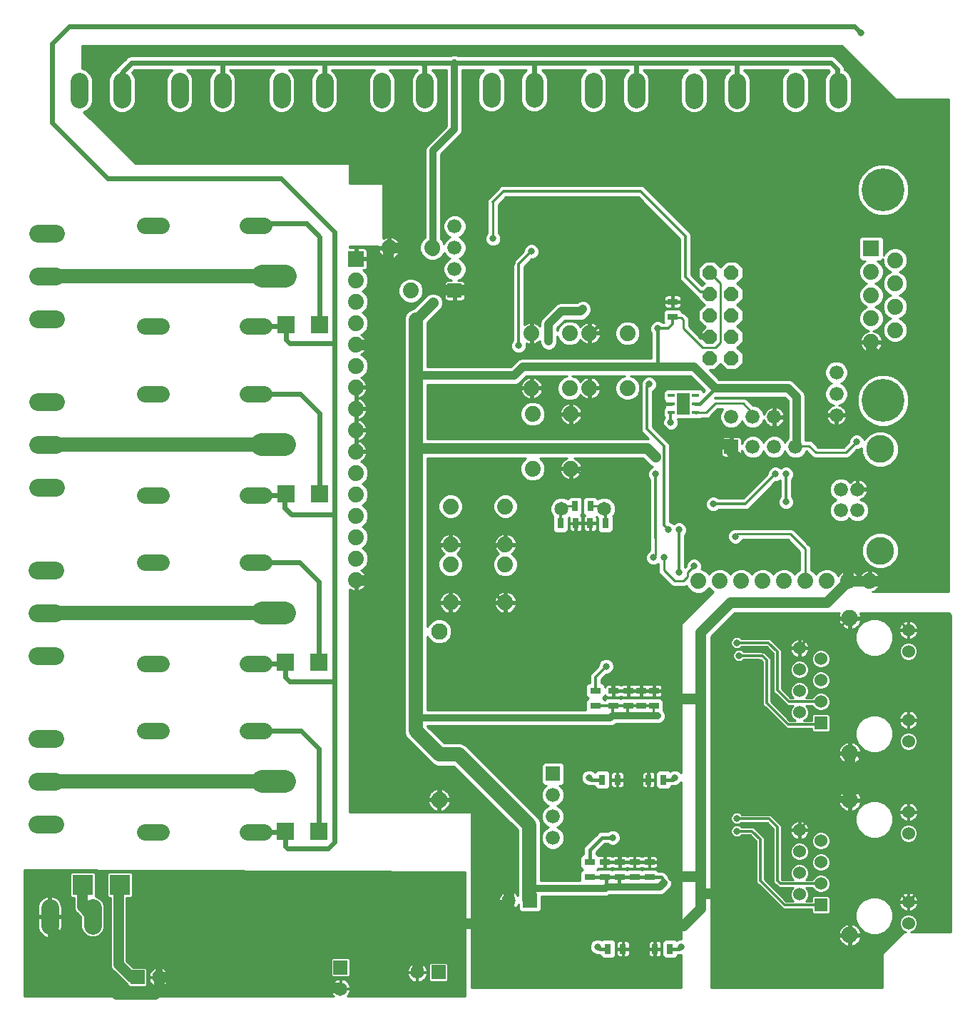
<source format=gbl>
G75*
G70*
%OFA0B0*%
%FSLAX24Y24*%
%IPPOS*%
%LPD*%
%AMOC8*
5,1,8,0,0,1.08239X$1,22.5*
%
%ADD10C,0.0650*%
%ADD11R,0.0650X0.0650*%
%ADD12R,0.0315X0.0472*%
%ADD13C,0.0768*%
%ADD14R,0.0660X0.0660*%
%ADD15C,0.0660*%
%ADD16C,0.1300*%
%ADD17R,0.0600X0.0600*%
%ADD18C,0.0600*%
%ADD19R,0.0740X0.0740*%
%ADD20C,0.0740*%
%ADD21C,0.2000*%
%ADD22R,0.0335X0.0177*%
%ADD23R,0.0630X0.0984*%
%ADD24R,0.0472X0.0315*%
%ADD25C,0.0780*%
%ADD26C,0.1065*%
%ADD27R,0.0787X0.0787*%
%ADD28OC8,0.0660*%
%ADD29C,0.0827*%
%ADD30R,0.0945X0.0945*%
%ADD31C,0.0120*%
%ADD32C,0.0320*%
%ADD33C,0.0160*%
%ADD34C,0.0100*%
%ADD35C,0.0500*%
%ADD36C,0.0320*%
%ADD37C,0.0240*%
%ADD38C,0.0660*%
%ADD39C,0.0400*%
D10*
X009696Y003439D03*
X018180Y002901D03*
X021766Y003675D03*
X026054Y007015D03*
X028517Y025332D03*
X030517Y025332D03*
D11*
X027054Y007015D03*
X022766Y003675D03*
X018180Y003901D03*
X008696Y003439D03*
D12*
X030419Y012664D03*
X031128Y012664D03*
X032581Y012664D03*
X033290Y012664D03*
X033590Y004764D03*
X032881Y004764D03*
X031390Y004764D03*
X030681Y004764D03*
X030564Y024645D03*
X029856Y024645D03*
X029176Y024644D03*
X028468Y024644D03*
X029156Y025445D03*
X029864Y025445D03*
D13*
X022797Y019599D03*
X022797Y011725D03*
X041985Y011714D03*
X041985Y013914D03*
X041985Y020214D03*
X041985Y005414D03*
D14*
X028110Y012945D03*
X036454Y028214D03*
X023522Y035514D03*
D15*
X023522Y036514D03*
X023522Y037514D03*
X023522Y038514D03*
X036450Y029615D03*
X037450Y029615D03*
X038450Y029615D03*
X038454Y028214D03*
X037454Y028214D03*
X039454Y028214D03*
X041360Y029695D03*
X041360Y030695D03*
X041360Y031695D03*
X041567Y026231D03*
X042347Y026231D03*
X042347Y025247D03*
X041567Y025247D03*
X028110Y011945D03*
X028110Y010945D03*
X028110Y009945D03*
D16*
X043417Y023369D03*
X043417Y028109D03*
D17*
X040635Y015314D03*
X040635Y006814D03*
D18*
X040635Y007814D03*
X040635Y008814D03*
X040635Y009814D03*
X039635Y009314D03*
X039635Y008314D03*
X039635Y007314D03*
X039635Y010314D03*
X044725Y010164D03*
X044725Y011164D03*
X044725Y014464D03*
X044725Y015464D03*
X044725Y018664D03*
X044725Y019664D03*
X040635Y018314D03*
X040635Y017314D03*
X040635Y016314D03*
X039635Y015814D03*
X039635Y016814D03*
X039635Y017814D03*
X039635Y018814D03*
X044725Y006964D03*
X044725Y005964D03*
D19*
X018909Y036995D03*
X042988Y037482D03*
D20*
X044106Y036935D03*
X044106Y035844D03*
X044106Y034758D03*
X044106Y033667D03*
X042988Y034210D03*
X042988Y033120D03*
X042988Y035301D03*
X042988Y036392D03*
X031600Y033525D03*
X029820Y033525D03*
X028897Y033519D03*
X027117Y033519D03*
X027117Y030959D03*
X027170Y029753D03*
X028897Y030959D03*
X029820Y030965D03*
X028950Y029753D03*
X028950Y027193D03*
X027170Y027193D03*
X025890Y025435D03*
X025890Y023655D03*
X025886Y022729D03*
X025886Y020949D03*
X023326Y020949D03*
X023326Y022729D03*
X023330Y023655D03*
X023330Y025435D03*
X018909Y024995D03*
X018909Y025995D03*
X018909Y026995D03*
X018909Y027995D03*
X018909Y028995D03*
X018909Y029995D03*
X018909Y030995D03*
X018909Y031995D03*
X018909Y032995D03*
X018909Y033995D03*
X018909Y034995D03*
X018909Y035995D03*
X020468Y037513D03*
X022468Y037513D03*
X021468Y035513D03*
X031600Y030965D03*
X034910Y021945D03*
X035910Y021945D03*
X036910Y021945D03*
X037910Y021945D03*
X038910Y021945D03*
X039910Y021945D03*
X040910Y021945D03*
X041910Y021945D03*
X042910Y021945D03*
X018909Y021995D03*
X018909Y022995D03*
X018909Y023995D03*
D21*
X043547Y030380D03*
X043547Y040222D03*
D22*
X034791Y030608D03*
X034791Y030214D03*
X034791Y029821D03*
X033649Y029821D03*
X033649Y030214D03*
X033649Y030608D03*
D23*
X034220Y030214D03*
D24*
X033710Y034291D03*
X033710Y034999D03*
X032835Y016819D03*
X032235Y016818D03*
X031635Y016818D03*
X030935Y016818D03*
X030105Y016829D03*
X030105Y016120D03*
X030935Y016110D03*
X031635Y016110D03*
X032235Y016109D03*
X032835Y016110D03*
X032625Y008818D03*
X032625Y008109D03*
X031925Y008109D03*
X031235Y008110D03*
X030535Y008110D03*
X030535Y008818D03*
X031235Y008818D03*
X031925Y008818D03*
X029835Y008818D03*
X029835Y008109D03*
D25*
X014617Y010221D02*
X013837Y010221D01*
X009817Y010221D02*
X009037Y010221D01*
X009037Y014941D02*
X009817Y014941D01*
X009817Y018100D02*
X009037Y018100D01*
X013837Y018100D02*
X014617Y018100D01*
X014617Y014941D02*
X013837Y014941D01*
X013837Y022820D02*
X014617Y022820D01*
X014607Y025964D02*
X013827Y025964D01*
X009807Y025964D02*
X009027Y025964D01*
X009037Y022820D02*
X009817Y022820D01*
X009807Y030684D02*
X009027Y030684D01*
X009042Y033840D02*
X009822Y033840D01*
X013842Y033840D02*
X014622Y033840D01*
X014607Y030684D02*
X013827Y030684D01*
X013842Y038560D02*
X014622Y038560D01*
X009822Y038560D02*
X009042Y038560D01*
D26*
X014530Y036200D02*
X015595Y036200D01*
X015580Y028324D02*
X014515Y028324D01*
X014525Y020460D02*
X015590Y020460D01*
X015590Y012581D02*
X014525Y012581D01*
D27*
X015603Y010268D03*
X017178Y010268D03*
X017178Y018168D03*
X015603Y018168D03*
X015642Y026022D03*
X017217Y026022D03*
X017217Y033922D03*
X015642Y033922D03*
D28*
X035456Y034349D03*
X035456Y033349D03*
X035456Y032349D03*
X036456Y032349D03*
X036456Y033349D03*
X036456Y034349D03*
X036456Y035349D03*
X035456Y035349D03*
X035456Y036349D03*
X036456Y036349D03*
D29*
X036712Y044436D02*
X036712Y045262D01*
X034712Y045262D02*
X034712Y044436D01*
X032000Y044455D02*
X032000Y045282D01*
X030000Y045282D02*
X030000Y044455D01*
X027236Y044475D02*
X027236Y045302D01*
X025236Y045302D02*
X025236Y044475D01*
X022121Y044455D02*
X022121Y045282D01*
X020121Y045282D02*
X020121Y044455D01*
X017430Y044455D02*
X017430Y045282D01*
X015430Y045282D02*
X015430Y044455D01*
X012665Y044455D02*
X012665Y045282D01*
X010665Y045282D02*
X010665Y044455D01*
X007968Y044455D02*
X007968Y045282D01*
X005968Y045282D02*
X005968Y044455D01*
X004863Y038204D02*
X004036Y038204D01*
X004036Y036204D02*
X004863Y036204D01*
X004863Y034204D02*
X004036Y034204D01*
X004036Y030320D02*
X004863Y030320D01*
X004863Y028320D02*
X004036Y028320D01*
X004036Y026320D02*
X004863Y026320D01*
X004845Y022444D02*
X004018Y022444D01*
X004018Y020444D02*
X004845Y020444D01*
X004845Y018444D02*
X004018Y018444D01*
X004012Y014582D02*
X004838Y014582D01*
X004838Y012582D02*
X004012Y012582D01*
X004012Y010582D02*
X004838Y010582D01*
X004601Y006677D02*
X004601Y005851D01*
X006601Y005851D02*
X006601Y006677D01*
X039445Y044455D02*
X039445Y045282D01*
X041445Y045282D02*
X041445Y044455D01*
D30*
X007876Y007745D03*
X006144Y007745D03*
D31*
X025908Y007015D02*
X026054Y007015D01*
X026054Y006601D01*
X027010Y007059D02*
X027054Y007015D01*
X027010Y007345D02*
X027010Y007557D01*
X027010Y008345D01*
X026910Y008445D01*
X027054Y007601D02*
X027010Y007557D01*
X030610Y012045D02*
X030710Y012145D01*
X031810Y012145D01*
X031910Y012245D01*
X031910Y012664D01*
X031605Y015664D02*
X031605Y016079D01*
X031635Y016110D01*
X032234Y016110D01*
X032235Y016109D01*
X032833Y016109D01*
X032835Y016110D01*
X032881Y016064D01*
X032835Y016819D02*
X032236Y016819D01*
X032235Y016818D01*
X032234Y016818D01*
X031635Y016818D01*
X030935Y016818D01*
X030905Y016849D01*
X030905Y017264D01*
X030605Y017964D02*
X030105Y017464D01*
X030105Y016829D01*
X030105Y016120D02*
X030115Y016110D01*
X030935Y016110D01*
X030905Y016079D01*
X030905Y015664D01*
X030935Y016110D02*
X031635Y016110D01*
X032835Y016819D02*
X033349Y016819D01*
X033705Y016464D01*
X033705Y018664D01*
X036705Y019064D02*
X038191Y019064D01*
X038610Y018645D01*
X038610Y016845D01*
X039140Y016315D01*
X040634Y016315D01*
X040635Y016314D01*
X040635Y015314D02*
X040566Y015245D01*
X039110Y015245D01*
X038110Y016245D01*
X038110Y018245D01*
X037910Y018445D01*
X037810Y018445D01*
X037791Y018464D01*
X036805Y018464D01*
X039635Y018814D02*
X039635Y018870D01*
X040610Y019845D01*
X041616Y019845D01*
X041985Y020214D01*
X044175Y020214D01*
X044725Y019664D01*
X044725Y015464D02*
X044744Y015445D01*
X045410Y015445D01*
X045710Y015145D01*
X045710Y014145D01*
X045010Y013445D01*
X042710Y013445D01*
X042241Y013914D01*
X041985Y013914D01*
X042316Y012045D02*
X041985Y011714D01*
X041854Y011845D01*
X041110Y011845D01*
X039635Y010370D01*
X039635Y010314D01*
X038610Y010445D02*
X038210Y010845D01*
X036723Y010845D01*
X036705Y010864D01*
X036705Y010264D02*
X037419Y010264D01*
X037810Y009873D01*
X037810Y007945D01*
X038941Y006814D01*
X040635Y006814D01*
X040635Y007814D02*
X038741Y007814D01*
X038610Y007945D01*
X038610Y010445D01*
X042316Y012045D02*
X044510Y012045D01*
X044725Y011830D01*
X044725Y011164D01*
X045291Y011164D01*
X045510Y010945D01*
X045510Y007749D01*
X044725Y006964D01*
X044244Y007445D01*
X042410Y007445D01*
X041985Y007020D01*
X041985Y005414D01*
X034010Y022345D02*
X034010Y024345D01*
X033510Y024345D02*
X033310Y024545D01*
X033310Y028245D01*
X032510Y029045D01*
X032510Y031045D01*
X032610Y031145D01*
X033649Y029821D02*
X033610Y029781D01*
X033610Y029345D01*
X034791Y029821D02*
X034810Y029802D01*
X032910Y026945D02*
X032910Y023945D01*
X030564Y024645D02*
X030564Y025284D01*
X030517Y025332D01*
X029856Y024645D02*
X029854Y024644D01*
X029510Y024644D01*
X029510Y026845D01*
X029162Y027193D01*
X028950Y027193D01*
X028517Y025332D02*
X028468Y025282D01*
X028468Y024644D01*
X029176Y024644D02*
X029510Y024644D01*
X034210Y026145D02*
X035510Y026145D01*
X035610Y025545D02*
X037110Y025545D01*
X038510Y026945D01*
X039010Y026945D02*
X039010Y025645D01*
X035456Y033349D02*
X035206Y033349D01*
X034710Y033845D01*
X034710Y034545D01*
X034256Y034999D01*
X033710Y034999D01*
X033710Y035345D01*
X033610Y035445D01*
X033510Y035445D01*
X034310Y036145D02*
X035010Y035445D01*
X035360Y035445D01*
X035456Y035349D01*
X034310Y036145D02*
X034310Y038045D01*
X032210Y040145D01*
X025810Y040145D01*
X025310Y039645D01*
X026510Y039545D02*
X026510Y038545D01*
X027910Y037145D01*
X027110Y037345D02*
X026510Y036745D01*
X026510Y032945D01*
X033010Y033745D02*
X033510Y033745D01*
X033710Y033945D01*
X033710Y034291D01*
D32*
X033010Y033745D03*
X033510Y035445D03*
X029510Y034645D03*
X029410Y035445D03*
X027910Y037145D03*
X027110Y037345D03*
X025312Y037943D03*
X026510Y039545D03*
X022510Y034945D03*
X026510Y032945D03*
X032610Y031145D03*
X033610Y029345D03*
X032910Y027745D03*
X032910Y026945D03*
X033810Y026445D03*
X033810Y025345D03*
X034010Y024345D03*
X033510Y024345D03*
X034610Y024545D03*
X035610Y025545D03*
X035510Y026145D03*
X036640Y024035D03*
X034710Y022645D03*
X034010Y022345D03*
X033310Y023045D03*
X032810Y023045D03*
X036705Y019064D03*
X036805Y018464D03*
X033705Y018664D03*
X033705Y016464D03*
X033010Y015645D03*
X031605Y015664D03*
X030905Y015664D03*
X030205Y014964D03*
X029805Y012764D03*
X030610Y012045D03*
X030905Y009964D03*
X030905Y009364D03*
X030605Y007664D03*
X031505Y007664D03*
X033305Y007864D03*
X033710Y008145D03*
X033305Y010264D03*
X033805Y012764D03*
X036705Y010864D03*
X036705Y010264D03*
X034105Y004864D03*
X030205Y004864D03*
X030210Y006345D03*
X023610Y005445D03*
X017810Y006445D03*
X010010Y007045D03*
X030905Y017264D03*
X030605Y017964D03*
X039010Y025645D03*
X039010Y026945D03*
X038510Y026945D03*
X039510Y024645D03*
X042310Y028445D03*
X042510Y047545D03*
D33*
X031810Y037145D02*
X033510Y035445D01*
X033310Y035645D01*
X032010Y035645D01*
X029890Y033525D01*
X029820Y033525D01*
X033010Y033745D02*
X033010Y032045D01*
X033110Y031945D01*
X033379Y030214D02*
X033210Y030045D01*
X033210Y029245D01*
X034110Y028345D01*
X035210Y028345D01*
X036323Y028345D01*
X036454Y028214D01*
X034979Y030214D02*
X034791Y030214D01*
X034979Y030214D02*
X035710Y030945D01*
X033649Y030214D02*
X033379Y030214D01*
X029510Y024644D02*
X029510Y023845D01*
X029320Y023655D01*
X025890Y023655D01*
X025510Y023655D01*
X025210Y023355D01*
X025210Y021545D01*
X025806Y020949D01*
X025886Y020949D01*
X030205Y014964D02*
X032905Y014964D01*
X033805Y015864D01*
X033805Y016364D01*
X033705Y016464D01*
X031805Y013364D02*
X031805Y012664D01*
X031910Y012664D01*
X032581Y012664D01*
X033290Y012664D02*
X033705Y012664D01*
X033805Y012764D01*
X031805Y012664D02*
X031128Y012664D01*
X030419Y012664D02*
X029905Y012664D01*
X029805Y012764D01*
X031805Y013364D02*
X030205Y014964D01*
X030405Y009964D02*
X030905Y009964D01*
X030405Y009964D02*
X029835Y009394D01*
X029835Y008818D01*
X029835Y008109D02*
X030535Y008109D01*
X030535Y008110D01*
X030605Y008040D01*
X030605Y007664D01*
X030535Y008110D02*
X031235Y008110D01*
X031205Y008079D01*
X031205Y007764D01*
X031305Y007664D01*
X031505Y007664D01*
X031236Y008109D02*
X031235Y008110D01*
X031236Y008109D02*
X031925Y008109D01*
X032625Y008109D01*
X033160Y008109D01*
X033305Y007964D01*
X033305Y007864D01*
X033710Y008145D02*
X033710Y008458D01*
X033351Y008818D01*
X032625Y008818D01*
X032605Y008838D01*
X032605Y009564D01*
X033305Y010264D01*
X032625Y008818D02*
X031925Y008818D01*
X031924Y008818D01*
X031235Y008818D01*
X030535Y008818D01*
X030905Y009364D02*
X031105Y009364D01*
X031205Y009264D01*
X031205Y008849D01*
X031235Y008818D01*
X031390Y004764D02*
X032134Y004764D01*
X032881Y004764D01*
X033590Y004764D02*
X034005Y004764D01*
X034105Y004864D01*
X030681Y004764D02*
X030305Y004764D01*
X030205Y004864D01*
X039510Y024645D02*
X043010Y024645D01*
X043410Y025045D01*
X043410Y025845D01*
X043010Y026245D01*
X042361Y026245D01*
X042347Y026231D01*
X031810Y037145D02*
X027910Y037145D01*
D34*
X003410Y008445D02*
X003410Y002545D01*
X017864Y002545D01*
X017818Y002592D01*
X017774Y002652D01*
X017740Y002719D01*
X017717Y002790D01*
X017705Y002864D01*
X017705Y002882D01*
X018161Y002882D01*
X018161Y002920D01*
X017705Y002920D01*
X017705Y002938D01*
X017717Y003012D01*
X017740Y003083D01*
X017774Y003150D01*
X017818Y003210D01*
X017871Y003263D01*
X017931Y003307D01*
X017998Y003341D01*
X018069Y003364D01*
X018143Y003376D01*
X018161Y003376D01*
X018161Y002920D01*
X018199Y002920D01*
X018199Y003376D01*
X018218Y003376D01*
X018291Y003364D01*
X018362Y003341D01*
X018429Y003307D01*
X018490Y003263D01*
X018542Y003210D01*
X018586Y003150D01*
X018620Y003083D01*
X018643Y003012D01*
X018655Y002938D01*
X018655Y002920D01*
X018199Y002920D01*
X018199Y002882D01*
X018655Y002882D01*
X018655Y002864D01*
X018643Y002790D01*
X018620Y002719D01*
X018586Y002652D01*
X018542Y002592D01*
X018496Y002545D01*
X024010Y002545D01*
X024010Y008345D01*
X003410Y008445D01*
X003410Y008348D02*
X023492Y008348D01*
X024010Y008249D02*
X008479Y008249D01*
X008479Y008271D02*
X008402Y008348D01*
X007350Y008348D01*
X007274Y008271D01*
X007274Y007219D01*
X007350Y007143D01*
X007430Y007143D01*
X007430Y003970D01*
X007488Y003830D01*
X007595Y003723D01*
X008201Y003117D01*
X008241Y003100D01*
X008241Y003060D01*
X008317Y002984D01*
X009075Y002984D01*
X009151Y003060D01*
X009151Y003818D01*
X009075Y003894D01*
X008499Y003894D01*
X008190Y004203D01*
X008190Y007143D01*
X008402Y007143D01*
X008479Y007219D01*
X008479Y008271D01*
X008479Y008151D02*
X024010Y008151D01*
X024010Y008052D02*
X008479Y008052D01*
X008479Y007954D02*
X024010Y007954D01*
X024010Y007855D02*
X008479Y007855D01*
X008479Y007757D02*
X024010Y007757D01*
X024010Y007658D02*
X008479Y007658D01*
X008479Y007560D02*
X024010Y007560D01*
X024010Y007461D02*
X008479Y007461D01*
X008479Y007363D02*
X024010Y007363D01*
X024010Y007264D02*
X008479Y007264D01*
X008425Y007166D02*
X024010Y007166D01*
X024010Y007067D02*
X008190Y007067D01*
X008190Y006969D02*
X024010Y006969D01*
X024010Y006870D02*
X008190Y006870D01*
X008190Y006772D02*
X024010Y006772D01*
X024010Y006673D02*
X008190Y006673D01*
X008190Y006575D02*
X024010Y006575D01*
X024010Y006476D02*
X008190Y006476D01*
X008190Y006378D02*
X024010Y006378D01*
X024010Y006279D02*
X008190Y006279D01*
X008190Y006181D02*
X024010Y006181D01*
X024010Y006082D02*
X008190Y006082D01*
X008190Y005984D02*
X024010Y005984D01*
X024010Y005885D02*
X008190Y005885D01*
X008190Y005787D02*
X024010Y005787D01*
X024010Y005688D02*
X008190Y005688D01*
X008190Y005590D02*
X024010Y005590D01*
X024010Y005491D02*
X008190Y005491D01*
X008190Y005393D02*
X024010Y005393D01*
X024010Y005294D02*
X008190Y005294D01*
X008190Y005196D02*
X024010Y005196D01*
X024010Y005097D02*
X008190Y005097D01*
X008190Y004999D02*
X024010Y004999D01*
X024010Y004900D02*
X008190Y004900D01*
X008190Y004802D02*
X024010Y004802D01*
X024010Y004703D02*
X008190Y004703D01*
X008190Y004605D02*
X024010Y004605D01*
X024010Y004506D02*
X008190Y004506D01*
X008190Y004408D02*
X024010Y004408D01*
X024010Y004309D02*
X018606Y004309D01*
X018635Y004280D02*
X018559Y004356D01*
X017801Y004356D01*
X017725Y004280D01*
X017725Y003522D01*
X017801Y003446D01*
X018559Y003446D01*
X018635Y003522D01*
X018635Y004280D01*
X018635Y004211D02*
X024010Y004211D01*
X024010Y004112D02*
X023163Y004112D01*
X023145Y004130D02*
X022387Y004130D01*
X022311Y004054D01*
X022311Y003296D01*
X022387Y003220D01*
X023145Y003220D01*
X023221Y003296D01*
X023221Y004054D01*
X023145Y004130D01*
X023221Y004014D02*
X024010Y004014D01*
X024010Y003915D02*
X023221Y003915D01*
X023221Y003817D02*
X024010Y003817D01*
X024010Y003718D02*
X023221Y003718D01*
X023221Y003620D02*
X024010Y003620D01*
X024010Y003521D02*
X023221Y003521D01*
X023221Y003423D02*
X024010Y003423D01*
X024010Y003324D02*
X023221Y003324D01*
X023150Y003226D02*
X024010Y003226D01*
X024010Y003127D02*
X018598Y003127D01*
X018638Y003029D02*
X024010Y003029D01*
X024010Y002930D02*
X018655Y002930D01*
X018650Y002832D02*
X024010Y002832D01*
X024010Y002733D02*
X018625Y002733D01*
X018574Y002635D02*
X024010Y002635D01*
X024310Y002945D02*
X024310Y011145D01*
X018610Y011145D01*
X018612Y021568D01*
X018637Y021550D01*
X018710Y021513D01*
X018787Y021488D01*
X018859Y021476D01*
X018859Y021945D01*
X018959Y021945D01*
X018959Y021476D01*
X019031Y021488D01*
X019109Y021513D01*
X019182Y021550D01*
X019248Y021598D01*
X019306Y021656D01*
X019354Y021722D01*
X019391Y021795D01*
X019416Y021873D01*
X019428Y021945D01*
X018959Y021945D01*
X018959Y022045D01*
X019428Y022045D01*
X019416Y022116D01*
X019391Y022194D01*
X019354Y022267D01*
X019306Y022333D01*
X019248Y022391D01*
X019182Y022439D01*
X019138Y022462D01*
X019238Y022503D01*
X019401Y022666D01*
X019489Y022879D01*
X019489Y023110D01*
X019401Y023323D01*
X019238Y023486D01*
X019218Y023495D01*
X019238Y023503D01*
X019401Y023666D01*
X019489Y023879D01*
X019489Y024110D01*
X019401Y024323D01*
X019238Y024486D01*
X019218Y024495D01*
X019238Y024503D01*
X019401Y024666D01*
X019489Y024879D01*
X019489Y025110D01*
X019401Y025323D01*
X019238Y025486D01*
X019218Y025495D01*
X019238Y025503D01*
X019401Y025666D01*
X019489Y025879D01*
X019489Y026110D01*
X019401Y026323D01*
X019238Y026486D01*
X019218Y026495D01*
X019238Y026503D01*
X019401Y026666D01*
X019489Y026879D01*
X019489Y027110D01*
X019401Y027323D01*
X019238Y027486D01*
X019138Y027528D01*
X019182Y027550D01*
X019248Y027598D01*
X019306Y027656D01*
X019354Y027722D01*
X019391Y027795D01*
X019416Y027873D01*
X019428Y027945D01*
X018959Y027945D01*
X018959Y028045D01*
X018859Y028045D01*
X018859Y028513D01*
X018859Y028945D01*
X018959Y028945D01*
X018959Y028045D01*
X019428Y028045D01*
X019416Y028116D01*
X019391Y028194D01*
X019354Y028267D01*
X019306Y028333D01*
X019248Y028391D01*
X019182Y028439D01*
X019109Y028477D01*
X019053Y028495D01*
X019109Y028513D01*
X019182Y028550D01*
X019248Y028598D01*
X019306Y028656D01*
X019354Y028722D01*
X019391Y028795D01*
X019416Y028873D01*
X019428Y028945D01*
X018959Y028945D01*
X018959Y029045D01*
X018859Y029045D01*
X018859Y029513D01*
X018859Y029945D01*
X018959Y029945D01*
X018959Y029045D01*
X019428Y029045D01*
X019416Y029116D01*
X019391Y029194D01*
X019354Y029267D01*
X019306Y029333D01*
X019248Y029391D01*
X019182Y029439D01*
X019109Y029477D01*
X019053Y029495D01*
X019109Y029513D01*
X019182Y029550D01*
X019248Y029598D01*
X019306Y029656D01*
X019354Y029722D01*
X019391Y029795D01*
X019416Y029873D01*
X019428Y029945D01*
X018959Y029945D01*
X018959Y030045D01*
X018859Y030045D01*
X018859Y030513D01*
X018859Y030945D01*
X018959Y030945D01*
X018959Y030045D01*
X019428Y030045D01*
X019416Y030116D01*
X021170Y030116D01*
X021170Y030018D02*
X018959Y030018D01*
X018959Y030116D02*
X018859Y030116D01*
X018859Y030215D02*
X018959Y030215D01*
X018959Y030313D02*
X018859Y030313D01*
X018859Y030412D02*
X018959Y030412D01*
X018959Y030510D02*
X018859Y030510D01*
X018859Y030609D02*
X018959Y030609D01*
X018959Y030707D02*
X018859Y030707D01*
X018859Y030806D02*
X018959Y030806D01*
X018959Y030904D02*
X018859Y030904D01*
X018959Y030945D02*
X018959Y031045D01*
X019428Y031045D01*
X019416Y031116D01*
X019391Y031194D01*
X019354Y031267D01*
X019306Y031333D01*
X019248Y031391D01*
X019182Y031439D01*
X019138Y031462D01*
X019238Y031503D01*
X019401Y031666D01*
X019489Y031879D01*
X019489Y032110D01*
X019401Y032323D01*
X019238Y032486D01*
X019138Y032528D01*
X019182Y032550D01*
X019248Y032598D01*
X019306Y032656D01*
X019354Y032722D01*
X019391Y032795D01*
X019416Y032873D01*
X019428Y032945D01*
X018959Y032945D01*
X018959Y033045D01*
X019428Y033045D01*
X019416Y033116D01*
X019391Y033194D01*
X019354Y033267D01*
X019306Y033333D01*
X019248Y033391D01*
X019182Y033439D01*
X019138Y033462D01*
X019238Y033503D01*
X019401Y033666D01*
X019489Y033879D01*
X019489Y034110D01*
X019401Y034323D01*
X019238Y034486D01*
X019218Y034495D01*
X019238Y034503D01*
X019401Y034666D01*
X019489Y034879D01*
X019489Y035110D01*
X019401Y035323D01*
X019238Y035486D01*
X019218Y035495D01*
X019238Y035503D01*
X019401Y035666D01*
X019489Y035879D01*
X019489Y036110D01*
X019401Y036323D01*
X019249Y036475D01*
X019299Y036475D01*
X019337Y036485D01*
X019371Y036505D01*
X019399Y036533D01*
X019419Y036567D01*
X019429Y036605D01*
X019429Y036945D01*
X018959Y036945D01*
X018959Y037045D01*
X018859Y037045D01*
X018859Y037515D01*
X018614Y037515D01*
X018614Y037575D01*
X019952Y037575D01*
X019949Y037561D01*
X020420Y037561D01*
X020420Y037464D01*
X020517Y037464D01*
X020517Y037561D01*
X020987Y037561D01*
X020976Y037635D01*
X020950Y037712D01*
X020913Y037785D01*
X020865Y037852D01*
X020807Y037909D01*
X020741Y037958D01*
X020668Y037995D01*
X020590Y038020D01*
X020517Y038032D01*
X020517Y037561D01*
X020420Y037561D01*
X020420Y038032D01*
X020347Y038020D01*
X020269Y037995D01*
X020196Y037958D01*
X020189Y037952D01*
X020189Y040528D01*
X018614Y040528D01*
X018614Y041445D01*
X008610Y041445D01*
X006185Y043870D01*
X006321Y043927D01*
X006497Y044102D01*
X006592Y044331D01*
X006592Y045406D01*
X006497Y045635D01*
X006321Y045811D01*
X006110Y045898D01*
X006110Y046945D01*
X041610Y046945D01*
X044110Y044445D01*
X046610Y044445D01*
X046610Y021445D01*
X043054Y021445D01*
X043110Y021463D01*
X043183Y021500D01*
X043249Y021548D01*
X043307Y021606D01*
X043355Y021673D01*
X043392Y021746D01*
X043417Y021823D01*
X043429Y021895D01*
X042960Y021895D01*
X042960Y021995D01*
X043429Y021995D01*
X043417Y022067D01*
X043392Y022145D01*
X043355Y022218D01*
X043307Y022284D01*
X043249Y022342D01*
X043183Y022390D01*
X043110Y022427D01*
X043032Y022452D01*
X042960Y022464D01*
X042960Y021995D01*
X042860Y021995D01*
X042860Y021895D01*
X041960Y021895D01*
X041960Y021995D01*
X042429Y021995D01*
X042860Y021995D01*
X042860Y022464D01*
X042788Y022452D01*
X042710Y022427D01*
X042637Y022390D01*
X042571Y022342D01*
X042513Y022284D01*
X042465Y022218D01*
X042428Y022145D01*
X042410Y022089D01*
X042392Y022145D01*
X042355Y022218D01*
X042307Y022284D01*
X042249Y022342D01*
X042183Y022390D01*
X042110Y022427D01*
X042032Y022452D01*
X041960Y022464D01*
X041960Y021995D01*
X041860Y021995D01*
X041860Y022464D01*
X041788Y022452D01*
X041710Y022427D01*
X041637Y022390D01*
X041571Y022342D01*
X041513Y022284D01*
X041465Y022218D01*
X041443Y022174D01*
X041402Y022274D01*
X041239Y022437D01*
X041025Y022525D01*
X040795Y022525D01*
X040581Y022437D01*
X040418Y022274D01*
X040410Y022254D01*
X040402Y022274D01*
X040239Y022437D01*
X040170Y022465D01*
X040170Y023497D01*
X040130Y023592D01*
X040057Y023666D01*
X039430Y024292D01*
X039430Y024292D01*
X039357Y024366D01*
X039262Y024405D01*
X036566Y024405D01*
X036430Y024349D01*
X036326Y024245D01*
X036270Y024109D01*
X036270Y023962D01*
X036326Y023826D01*
X036430Y023721D01*
X036566Y023665D01*
X036714Y023665D01*
X036850Y023721D01*
X036954Y023826D01*
X036978Y023885D01*
X039102Y023885D01*
X039650Y023337D01*
X039650Y022465D01*
X039581Y022437D01*
X039418Y022274D01*
X039410Y022254D01*
X039402Y022274D01*
X039239Y022437D01*
X039025Y022525D01*
X038795Y022525D01*
X038581Y022437D01*
X038418Y022274D01*
X038410Y022254D01*
X038402Y022274D01*
X038239Y022437D01*
X038025Y022525D01*
X037795Y022525D01*
X037581Y022437D01*
X037418Y022274D01*
X037410Y022254D01*
X037402Y022274D01*
X037239Y022437D01*
X037025Y022525D01*
X036795Y022525D01*
X036581Y022437D01*
X036418Y022274D01*
X036410Y022254D01*
X036402Y022274D01*
X036239Y022437D01*
X036025Y022525D01*
X035795Y022525D01*
X035581Y022437D01*
X035418Y022274D01*
X035410Y022254D01*
X035402Y022274D01*
X035239Y022437D01*
X035056Y022513D01*
X035080Y022572D01*
X035080Y022719D01*
X035024Y022855D01*
X034920Y022959D01*
X034784Y023015D01*
X034636Y023015D01*
X034500Y022959D01*
X034396Y022855D01*
X034340Y022719D01*
X034340Y022643D01*
X034288Y022591D01*
X034280Y022598D01*
X034280Y024092D01*
X034324Y024136D01*
X034380Y024272D01*
X034380Y024419D01*
X034324Y024555D01*
X034220Y024659D01*
X034084Y024715D01*
X033936Y024715D01*
X033800Y024659D01*
X033760Y024618D01*
X033720Y024659D01*
X033584Y024715D01*
X033580Y024715D01*
X033580Y028299D01*
X033539Y028398D01*
X032780Y029157D01*
X032780Y030815D01*
X032820Y030831D01*
X032924Y030936D01*
X032980Y031072D01*
X032980Y031219D01*
X032924Y031355D01*
X032820Y031459D01*
X032684Y031515D01*
X032536Y031515D01*
X032400Y031459D01*
X032296Y031355D01*
X032240Y031219D01*
X032240Y028991D01*
X032281Y028892D01*
X032357Y028816D01*
X032568Y028605D01*
X022250Y028605D01*
X022250Y031135D01*
X026392Y031135D01*
X026542Y031198D01*
X026880Y031535D01*
X028773Y031535D01*
X028568Y031450D01*
X028405Y031287D01*
X028317Y031074D01*
X028317Y030843D01*
X028405Y030630D01*
X028568Y030467D01*
X028781Y030379D01*
X029012Y030379D01*
X029225Y030467D01*
X029388Y030630D01*
X029400Y030658D01*
X029423Y030626D01*
X029481Y030568D01*
X029547Y030520D01*
X029620Y030483D01*
X029698Y030458D01*
X029770Y030447D01*
X029770Y030915D01*
X029870Y030915D01*
X029870Y030447D01*
X029942Y030458D01*
X030020Y030483D01*
X030093Y030520D01*
X030159Y030568D01*
X030217Y030626D01*
X030265Y030693D01*
X030302Y030766D01*
X030327Y030843D01*
X030339Y030915D01*
X029870Y030915D01*
X029870Y031015D01*
X030339Y031015D01*
X030327Y031087D01*
X030302Y031165D01*
X030265Y031238D01*
X030217Y031304D01*
X030159Y031362D01*
X030093Y031410D01*
X030020Y031447D01*
X029942Y031472D01*
X029870Y031484D01*
X029870Y031015D01*
X029770Y031015D01*
X029770Y031484D01*
X029698Y031472D01*
X029620Y031447D01*
X029547Y031410D01*
X029481Y031362D01*
X029423Y031304D01*
X029397Y031267D01*
X029388Y031287D01*
X029225Y031450D01*
X029021Y031535D01*
X031461Y031535D01*
X031271Y031457D01*
X031108Y031294D01*
X031020Y031080D01*
X031020Y030850D01*
X031108Y030637D01*
X031271Y030473D01*
X031485Y030385D01*
X031715Y030385D01*
X031929Y030473D01*
X032092Y030637D01*
X032180Y030850D01*
X032180Y031080D01*
X032092Y031294D01*
X031929Y031457D01*
X031740Y031535D01*
X034540Y031535D01*
X035215Y030860D01*
X035153Y030799D01*
X035045Y030907D01*
X034632Y030907D01*
X034622Y030917D01*
X033818Y030917D01*
X033808Y030907D01*
X033395Y030907D01*
X033272Y030784D01*
X033272Y030433D01*
X033343Y030362D01*
X033342Y030361D01*
X033332Y030323D01*
X033332Y030214D01*
X033332Y030106D01*
X033342Y030068D01*
X033343Y030067D01*
X033272Y029996D01*
X033272Y029645D01*
X033329Y029588D01*
X033296Y029555D01*
X033240Y029419D01*
X033240Y029272D01*
X033296Y029136D01*
X033400Y029031D01*
X033536Y028975D01*
X033684Y028975D01*
X033820Y029031D01*
X033924Y029136D01*
X033980Y029272D01*
X033980Y029419D01*
X033941Y029512D01*
X034622Y029512D01*
X034632Y029522D01*
X035045Y029522D01*
X035084Y029561D01*
X035337Y029561D01*
X035433Y029600D01*
X035506Y029673D01*
X035818Y029985D01*
X036056Y029985D01*
X035992Y029921D01*
X035910Y029723D01*
X035910Y029508D01*
X035992Y029309D01*
X036144Y029157D01*
X036343Y029075D01*
X036557Y029075D01*
X036756Y029157D01*
X036908Y029309D01*
X036950Y029411D01*
X036992Y029309D01*
X037144Y029157D01*
X037343Y029075D01*
X037557Y029075D01*
X037756Y029157D01*
X037908Y029309D01*
X037985Y029494D01*
X038005Y029431D01*
X038040Y029364D01*
X038084Y029302D01*
X038137Y029249D01*
X038198Y029205D01*
X038266Y029170D01*
X038338Y029147D01*
X038400Y029137D01*
X038400Y029565D01*
X038500Y029565D01*
X038500Y029137D01*
X038562Y029147D01*
X038634Y029170D01*
X038702Y029205D01*
X038763Y029249D01*
X038816Y029302D01*
X038861Y029364D01*
X038895Y029431D01*
X038918Y029503D01*
X038928Y029565D01*
X038500Y029565D01*
X038500Y029665D01*
X038928Y029665D01*
X038918Y029728D01*
X038895Y029799D01*
X038861Y029867D01*
X038816Y029928D01*
X038763Y029981D01*
X038702Y030026D01*
X038634Y030060D01*
X038562Y030083D01*
X038500Y030093D01*
X038500Y029665D01*
X038400Y029665D01*
X038400Y030093D01*
X038338Y030083D01*
X038266Y030060D01*
X038198Y030026D01*
X038137Y029981D01*
X038084Y029928D01*
X038040Y029867D01*
X038005Y029799D01*
X037985Y029736D01*
X037908Y029921D01*
X037756Y030073D01*
X037557Y030155D01*
X037468Y030155D01*
X037230Y030392D01*
X037157Y030466D01*
X037062Y030505D01*
X035680Y030505D01*
X035710Y030535D01*
X038940Y030535D01*
X039100Y030375D01*
X039100Y028623D01*
X038996Y028520D01*
X038954Y028418D01*
X038912Y028520D01*
X038760Y028671D01*
X038562Y028754D01*
X038347Y028754D01*
X038148Y028671D01*
X037996Y028520D01*
X037954Y028418D01*
X037912Y028520D01*
X037760Y028671D01*
X037562Y028754D01*
X037347Y028754D01*
X037148Y028671D01*
X036996Y028520D01*
X036934Y028369D01*
X036934Y028563D01*
X036924Y028602D01*
X036904Y028636D01*
X036876Y028664D01*
X036842Y028683D01*
X036804Y028694D01*
X036504Y028694D01*
X036504Y028264D01*
X036404Y028264D01*
X036404Y028694D01*
X036104Y028694D01*
X036066Y028683D01*
X036032Y028664D01*
X036004Y028636D01*
X035984Y028602D01*
X035974Y028563D01*
X035974Y028264D01*
X036404Y028264D01*
X036404Y028164D01*
X035974Y028164D01*
X035974Y027864D01*
X035984Y027826D01*
X036004Y027792D01*
X036032Y027764D01*
X036066Y027744D01*
X036104Y027734D01*
X036404Y027734D01*
X036404Y028164D01*
X036504Y028164D01*
X036504Y027734D01*
X036804Y027734D01*
X036842Y027744D01*
X036876Y027764D01*
X036904Y027792D01*
X036924Y027826D01*
X036934Y027864D01*
X036934Y028058D01*
X036996Y027908D01*
X037148Y027756D01*
X037347Y027674D01*
X037562Y027674D01*
X037760Y027756D01*
X037912Y027908D01*
X037954Y028010D01*
X037996Y027908D01*
X038148Y027756D01*
X038347Y027674D01*
X038562Y027674D01*
X038760Y027756D01*
X038912Y027908D01*
X038954Y028010D01*
X038996Y027908D01*
X039148Y027756D01*
X039347Y027674D01*
X039562Y027674D01*
X039760Y027756D01*
X039912Y027908D01*
X039954Y028010D01*
X039978Y028010D01*
X040190Y027798D01*
X040263Y027725D01*
X040358Y027685D01*
X041862Y027685D01*
X041957Y027725D01*
X042030Y027798D01*
X042308Y028075D01*
X042384Y028075D01*
X042520Y028131D01*
X042557Y028169D01*
X042557Y027938D01*
X042688Y027622D01*
X042930Y027380D01*
X043246Y027249D01*
X043588Y027249D01*
X043904Y027380D01*
X044146Y027622D01*
X044277Y027938D01*
X044277Y028280D01*
X044146Y028596D01*
X043904Y028838D01*
X043588Y028969D01*
X043246Y028969D01*
X042930Y028838D01*
X042688Y028596D01*
X042668Y028548D01*
X042624Y028655D01*
X042520Y028759D01*
X042384Y028815D01*
X042236Y028815D01*
X042100Y028759D01*
X041996Y028655D01*
X041940Y028519D01*
X041940Y028443D01*
X041702Y028205D01*
X040518Y028205D01*
X040233Y028490D01*
X040137Y028530D01*
X039920Y028530D01*
X039920Y030627D01*
X039858Y030777D01*
X039742Y030893D01*
X039458Y031177D01*
X039342Y031293D01*
X039192Y031355D01*
X035880Y031355D01*
X035426Y031809D01*
X035680Y031809D01*
X035956Y032085D01*
X036233Y031809D01*
X036680Y031809D01*
X036996Y032125D01*
X036996Y032573D01*
X036720Y032849D01*
X036996Y033125D01*
X036996Y033573D01*
X036720Y033849D01*
X036996Y034125D01*
X036996Y034573D01*
X036720Y034849D01*
X036996Y035125D01*
X036996Y035573D01*
X036720Y035849D01*
X036996Y036125D01*
X042471Y036125D01*
X042496Y036063D02*
X042659Y035900D01*
X042789Y035846D01*
X042659Y035793D01*
X042496Y035630D01*
X042408Y035416D01*
X042408Y035186D01*
X042496Y034972D01*
X042659Y034809D01*
X042789Y034756D01*
X042659Y034702D01*
X042496Y034539D01*
X042408Y034326D01*
X042408Y034095D01*
X042496Y033882D01*
X042659Y033719D01*
X042873Y033630D01*
X042887Y033630D01*
X042866Y033627D01*
X042788Y033602D01*
X042715Y033565D01*
X042649Y033517D01*
X042591Y033459D01*
X042543Y033392D01*
X042506Y033320D01*
X042481Y033242D01*
X042469Y033170D01*
X042938Y033170D01*
X042938Y033070D01*
X042469Y033070D01*
X042481Y032998D01*
X042506Y032920D01*
X042543Y032847D01*
X042591Y032781D01*
X042649Y032723D01*
X042715Y032675D01*
X042788Y032638D01*
X042866Y032613D01*
X042938Y032601D01*
X042938Y033070D01*
X043038Y033070D01*
X043038Y033170D01*
X043507Y033170D01*
X043495Y033242D01*
X043470Y033320D01*
X043433Y033392D01*
X043385Y033459D01*
X043327Y033517D01*
X043261Y033565D01*
X043188Y033602D01*
X043110Y033627D01*
X043089Y033630D01*
X043103Y033630D01*
X043317Y033719D01*
X043480Y033882D01*
X043568Y034095D01*
X043568Y034326D01*
X043480Y034539D01*
X043317Y034702D01*
X043187Y034756D01*
X043317Y034809D01*
X043480Y034972D01*
X043568Y035186D01*
X043568Y035416D01*
X043480Y035630D01*
X043317Y035793D01*
X043187Y035846D01*
X043317Y035900D01*
X043480Y036063D01*
X043568Y036276D01*
X043568Y036507D01*
X043480Y036720D01*
X043317Y036883D01*
X043271Y036902D01*
X043445Y036902D01*
X043526Y036983D01*
X043526Y036820D01*
X043614Y036606D01*
X043778Y036443D01*
X043907Y036390D01*
X043778Y036336D01*
X043614Y036173D01*
X043526Y035960D01*
X043526Y035729D01*
X043614Y035516D01*
X043778Y035353D01*
X043902Y035301D01*
X043778Y035249D01*
X043614Y035086D01*
X043526Y034873D01*
X043526Y034642D01*
X043614Y034429D01*
X043778Y034266D01*
X043907Y034212D01*
X043778Y034159D01*
X043614Y033996D01*
X043526Y033783D01*
X043526Y033552D01*
X043614Y033339D01*
X043778Y033175D01*
X043991Y033087D01*
X044221Y033087D01*
X044435Y033175D01*
X044598Y033339D01*
X044686Y033552D01*
X044686Y033783D01*
X044598Y033996D01*
X044435Y034159D01*
X044305Y034212D01*
X044435Y034266D01*
X044598Y034429D01*
X044686Y034642D01*
X044686Y034873D01*
X044598Y035086D01*
X044435Y035249D01*
X044310Y035301D01*
X044435Y035353D01*
X044598Y035516D01*
X044686Y035729D01*
X044686Y035960D01*
X044598Y036173D01*
X044435Y036336D01*
X044305Y036390D01*
X044435Y036443D01*
X044598Y036606D01*
X044686Y036820D01*
X044686Y037050D01*
X044598Y037263D01*
X044435Y037427D01*
X044221Y037515D01*
X043991Y037515D01*
X043778Y037427D01*
X043614Y037263D01*
X043568Y037151D01*
X043568Y037939D01*
X043445Y038062D01*
X042531Y038062D01*
X042408Y037939D01*
X042408Y037025D01*
X042531Y036902D01*
X042705Y036902D01*
X042659Y036883D01*
X042496Y036720D01*
X042408Y036507D01*
X042408Y036276D01*
X042496Y036063D01*
X042533Y036026D02*
X036897Y036026D01*
X036799Y035928D02*
X042632Y035928D01*
X042748Y035829D02*
X036740Y035829D01*
X036839Y035731D02*
X042597Y035731D01*
X042499Y035632D02*
X036937Y035632D01*
X036996Y035534D02*
X042457Y035534D01*
X042416Y035435D02*
X036996Y035435D01*
X036996Y035337D02*
X042408Y035337D01*
X042408Y035238D02*
X036996Y035238D01*
X036996Y035140D02*
X042427Y035140D01*
X042468Y035041D02*
X036912Y035041D01*
X036814Y034943D02*
X042526Y034943D01*
X042625Y034844D02*
X036725Y034844D01*
X036824Y034746D02*
X042765Y034746D01*
X042604Y034647D02*
X036922Y034647D01*
X036996Y034549D02*
X042506Y034549D01*
X042460Y034450D02*
X036996Y034450D01*
X036996Y034352D02*
X042419Y034352D01*
X042408Y034253D02*
X036996Y034253D01*
X036996Y034155D02*
X042408Y034155D01*
X042424Y034056D02*
X036927Y034056D01*
X036829Y033958D02*
X042465Y033958D01*
X042519Y033859D02*
X036730Y033859D01*
X036809Y033761D02*
X042618Y033761D01*
X042796Y033662D02*
X036907Y033662D01*
X036996Y033564D02*
X042714Y033564D01*
X042598Y033465D02*
X036996Y033465D01*
X036996Y033367D02*
X042530Y033367D01*
X042489Y033268D02*
X036996Y033268D01*
X036996Y033170D02*
X042938Y033170D01*
X042938Y033071D02*
X036942Y033071D01*
X036844Y032973D02*
X042489Y032973D01*
X042530Y032874D02*
X036745Y032874D01*
X036794Y032776D02*
X042597Y032776D01*
X042713Y032677D02*
X036892Y032677D01*
X036991Y032579D02*
X046610Y032579D01*
X046610Y032677D02*
X043263Y032677D01*
X043261Y032675D02*
X043327Y032723D01*
X043385Y032781D01*
X043433Y032847D01*
X043470Y032920D01*
X043495Y032998D01*
X043507Y033070D01*
X043038Y033070D01*
X043038Y032601D01*
X043110Y032613D01*
X043188Y032638D01*
X043261Y032675D01*
X043379Y032776D02*
X046610Y032776D01*
X046610Y032874D02*
X043446Y032874D01*
X043487Y032973D02*
X046610Y032973D01*
X046610Y033071D02*
X043038Y033071D01*
X043038Y032973D02*
X042938Y032973D01*
X042938Y032874D02*
X043038Y032874D01*
X043038Y032776D02*
X042938Y032776D01*
X042938Y032677D02*
X043038Y032677D01*
X043038Y033170D02*
X043791Y033170D01*
X043685Y033268D02*
X043487Y033268D01*
X043446Y033367D02*
X043603Y033367D01*
X043562Y033465D02*
X043378Y033465D01*
X043262Y033564D02*
X043526Y033564D01*
X043526Y033662D02*
X043180Y033662D01*
X043358Y033761D02*
X043526Y033761D01*
X043558Y033859D02*
X043457Y033859D01*
X043511Y033958D02*
X043599Y033958D01*
X043552Y034056D02*
X043675Y034056D01*
X043773Y034155D02*
X043568Y034155D01*
X043568Y034253D02*
X043809Y034253D01*
X043692Y034352D02*
X043557Y034352D01*
X043516Y034450D02*
X043606Y034450D01*
X043565Y034549D02*
X043470Y034549D01*
X043526Y034647D02*
X043372Y034647D01*
X043526Y034746D02*
X043211Y034746D01*
X043351Y034844D02*
X043526Y034844D01*
X043555Y034943D02*
X043450Y034943D01*
X043508Y035041D02*
X043596Y035041D01*
X043549Y035140D02*
X043668Y035140D01*
X043766Y035238D02*
X043568Y035238D01*
X043568Y035337D02*
X043816Y035337D01*
X043695Y035435D02*
X043560Y035435D01*
X043519Y035534D02*
X043607Y035534D01*
X043566Y035632D02*
X043477Y035632D01*
X043526Y035731D02*
X043379Y035731D01*
X043526Y035829D02*
X043228Y035829D01*
X043344Y035928D02*
X043526Y035928D01*
X043554Y036026D02*
X043443Y036026D01*
X043505Y036125D02*
X043594Y036125D01*
X043546Y036223D02*
X043665Y036223D01*
X043568Y036322D02*
X043763Y036322D01*
X043833Y036420D02*
X043568Y036420D01*
X043563Y036519D02*
X043702Y036519D01*
X043610Y036617D02*
X043522Y036617D01*
X043482Y036716D02*
X043569Y036716D01*
X043528Y036814D02*
X043386Y036814D01*
X043456Y036913D02*
X043526Y036913D01*
X043568Y037208D02*
X043592Y037208D01*
X043568Y037307D02*
X043658Y037307D01*
X043568Y037405D02*
X043756Y037405D01*
X043568Y037504D02*
X043964Y037504D01*
X044248Y037504D02*
X046610Y037504D01*
X046610Y037602D02*
X043568Y037602D01*
X043568Y037701D02*
X046610Y037701D01*
X046610Y037799D02*
X043568Y037799D01*
X043568Y037898D02*
X046610Y037898D01*
X046610Y037996D02*
X043511Y037996D01*
X043388Y039012D02*
X043706Y039012D01*
X044014Y039095D01*
X044290Y039254D01*
X044515Y039479D01*
X044675Y039755D01*
X044757Y040063D01*
X044757Y040382D01*
X044675Y040689D01*
X044515Y040965D01*
X044290Y041191D01*
X044014Y041350D01*
X043706Y041432D01*
X043388Y041432D01*
X043080Y041350D01*
X042804Y041191D01*
X042579Y040965D01*
X042420Y040689D01*
X042337Y040382D01*
X042337Y040063D01*
X042420Y039755D01*
X042579Y039479D01*
X042804Y039254D01*
X043080Y039095D01*
X043388Y039012D01*
X043136Y039080D02*
X033657Y039080D01*
X033559Y039178D02*
X042935Y039178D01*
X042781Y039277D02*
X033460Y039277D01*
X033362Y039375D02*
X042683Y039375D01*
X042584Y039474D02*
X033263Y039474D01*
X033165Y039572D02*
X042525Y039572D01*
X042468Y039671D02*
X033066Y039671D01*
X032968Y039769D02*
X042416Y039769D01*
X042389Y039868D02*
X032869Y039868D01*
X032771Y039966D02*
X042363Y039966D01*
X042337Y040065D02*
X032672Y040065D01*
X032574Y040163D02*
X042337Y040163D01*
X042337Y040262D02*
X032475Y040262D01*
X032377Y040360D02*
X042337Y040360D01*
X042358Y040459D02*
X022880Y040459D01*
X022880Y040557D02*
X042384Y040557D01*
X042411Y040656D02*
X022880Y040656D01*
X022880Y040754D02*
X042457Y040754D01*
X042514Y040853D02*
X022880Y040853D01*
X022880Y040951D02*
X042571Y040951D01*
X042663Y041050D02*
X022880Y041050D01*
X022880Y041148D02*
X042762Y041148D01*
X042901Y041247D02*
X022880Y041247D01*
X022880Y041345D02*
X043072Y041345D01*
X044022Y041345D02*
X046610Y041345D01*
X046610Y041247D02*
X044193Y041247D01*
X044332Y041148D02*
X046610Y041148D01*
X046610Y041050D02*
X044431Y041050D01*
X044523Y040951D02*
X046610Y040951D01*
X046610Y040853D02*
X044580Y040853D01*
X044637Y040754D02*
X046610Y040754D01*
X046610Y040656D02*
X044684Y040656D01*
X044710Y040557D02*
X046610Y040557D01*
X046610Y040459D02*
X044736Y040459D01*
X044757Y040360D02*
X046610Y040360D01*
X046610Y040262D02*
X044757Y040262D01*
X044757Y040163D02*
X046610Y040163D01*
X046610Y040065D02*
X044757Y040065D01*
X044731Y039966D02*
X046610Y039966D01*
X046610Y039868D02*
X044705Y039868D01*
X044678Y039769D02*
X046610Y039769D01*
X046610Y039671D02*
X044626Y039671D01*
X044569Y039572D02*
X046610Y039572D01*
X046610Y039474D02*
X044510Y039474D01*
X044411Y039375D02*
X046610Y039375D01*
X046610Y039277D02*
X044313Y039277D01*
X044159Y039178D02*
X046610Y039178D01*
X046610Y039080D02*
X043958Y039080D01*
X042465Y037996D02*
X034580Y037996D01*
X034580Y037898D02*
X042408Y037898D01*
X042408Y037799D02*
X034580Y037799D01*
X034580Y037701D02*
X042408Y037701D01*
X042408Y037602D02*
X034580Y037602D01*
X034580Y037504D02*
X042408Y037504D01*
X042408Y037405D02*
X034580Y037405D01*
X034580Y037307D02*
X042408Y037307D01*
X042408Y037208D02*
X034580Y037208D01*
X034580Y037110D02*
X042408Y037110D01*
X042422Y037011D02*
X034580Y037011D01*
X034580Y036913D02*
X042520Y036913D01*
X042590Y036814D02*
X036755Y036814D01*
X036680Y036889D02*
X036233Y036889D01*
X035956Y036613D01*
X035680Y036889D01*
X035233Y036889D01*
X034916Y036573D01*
X034916Y036125D01*
X035193Y035849D01*
X035090Y035747D01*
X034580Y036257D01*
X034580Y038099D01*
X034539Y038198D01*
X034463Y038274D01*
X032363Y040374D01*
X032264Y040415D01*
X025756Y040415D01*
X025657Y040374D01*
X025581Y040298D01*
X025081Y039798D01*
X025040Y039699D01*
X025040Y039591D01*
X025052Y039562D01*
X025052Y038206D01*
X024998Y038153D01*
X024942Y038017D01*
X024942Y037870D01*
X024998Y037734D01*
X025102Y037629D01*
X025238Y037573D01*
X025386Y037573D01*
X025522Y037629D01*
X025626Y037734D01*
X025682Y037870D01*
X025682Y038017D01*
X025626Y038153D01*
X025572Y038206D01*
X025572Y039525D01*
X025922Y039875D01*
X032098Y039875D01*
X034040Y037933D01*
X034040Y036091D01*
X034081Y035992D01*
X034781Y035292D01*
X034857Y035216D01*
X034916Y035192D01*
X034916Y035125D01*
X035193Y034849D01*
X034916Y034573D01*
X034916Y034125D01*
X035233Y033809D01*
X035238Y033809D01*
X034976Y033548D01*
X034976Y033399D01*
X035406Y033399D01*
X035406Y033299D01*
X035024Y033299D01*
X034470Y033853D01*
X034470Y034197D01*
X034430Y034292D01*
X034330Y034392D01*
X034257Y034466D01*
X034162Y034505D01*
X034156Y034505D01*
X034156Y034535D01*
X034033Y034658D01*
X033387Y034658D01*
X033264Y034535D01*
X033264Y034046D01*
X033295Y034015D01*
X033263Y034015D01*
X033220Y034059D01*
X033084Y034115D01*
X032936Y034115D01*
X032800Y034059D01*
X032696Y033955D01*
X032640Y033819D01*
X032640Y033672D01*
X032696Y033536D01*
X032720Y033512D01*
X032720Y032355D01*
X026628Y032355D01*
X026478Y032293D01*
X026362Y032177D01*
X026140Y031955D01*
X022250Y031955D01*
X022250Y034035D01*
X022900Y034685D01*
X022970Y034854D01*
X022970Y035037D01*
X022900Y035206D01*
X022771Y035335D01*
X022602Y035405D01*
X022419Y035405D01*
X022249Y035335D01*
X021597Y034683D01*
X021404Y034603D01*
X021252Y034451D01*
X021170Y034253D01*
X019430Y034253D01*
X019471Y034155D02*
X021170Y034155D01*
X021170Y034253D02*
X021170Y014838D01*
X021252Y014639D01*
X022504Y013387D01*
X022703Y013305D01*
X023486Y013305D01*
X026470Y010321D01*
X026470Y007245D01*
X026460Y007264D01*
X026416Y007325D01*
X026364Y007378D01*
X026303Y007421D01*
X026236Y007455D01*
X026165Y007478D01*
X026092Y007490D01*
X026073Y007490D01*
X026073Y007034D01*
X026035Y007034D01*
X026035Y006996D01*
X026073Y006996D01*
X026073Y006540D01*
X026092Y006540D01*
X026165Y006552D01*
X026236Y006575D01*
X026303Y006609D01*
X026364Y006653D01*
X026416Y006706D01*
X026460Y006766D01*
X026494Y006833D01*
X026505Y006867D01*
X026519Y006833D01*
X026519Y006603D01*
X026642Y006480D01*
X027466Y006480D01*
X027589Y006603D01*
X027589Y007231D01*
X030640Y007231D01*
X030746Y007275D01*
X033184Y007275D01*
X033320Y007331D01*
X033624Y007636D01*
X033680Y007772D01*
X033680Y007919D01*
X033675Y007932D01*
X033675Y007938D01*
X033618Y008074D01*
X033514Y008178D01*
X033492Y008187D01*
X033324Y008355D01*
X033217Y008399D01*
X033025Y008399D01*
X032948Y008476D01*
X032301Y008476D01*
X032275Y008450D01*
X032248Y008476D01*
X031601Y008476D01*
X031580Y008455D01*
X031558Y008477D01*
X030912Y008477D01*
X030885Y008450D01*
X030858Y008477D01*
X030212Y008477D01*
X030185Y008450D01*
X030171Y008463D01*
X030233Y008526D01*
X030241Y008521D01*
X030279Y008511D01*
X030506Y008511D01*
X030506Y008790D01*
X030564Y008790D01*
X030564Y008847D01*
X030921Y008847D01*
X031206Y008847D01*
X031206Y008790D01*
X030564Y008790D01*
X030564Y008511D01*
X030791Y008511D01*
X030829Y008521D01*
X030864Y008541D01*
X030885Y008563D01*
X030907Y008541D01*
X030941Y008521D01*
X030979Y008511D01*
X031206Y008511D01*
X031206Y008790D01*
X031264Y008790D01*
X031264Y008847D01*
X031538Y008847D01*
X031538Y008846D01*
X031896Y008846D01*
X031896Y008789D01*
X031953Y008789D01*
X031953Y008510D01*
X032180Y008510D01*
X032219Y008520D01*
X032253Y008540D01*
X032275Y008562D01*
X032296Y008540D01*
X032330Y008520D01*
X032369Y008510D01*
X032596Y008510D01*
X032596Y008789D01*
X032653Y008789D01*
X032653Y008510D01*
X032880Y008510D01*
X032919Y008520D01*
X032953Y008540D01*
X032981Y008568D01*
X033001Y008602D01*
X033011Y008640D01*
X033011Y008789D01*
X032653Y008789D01*
X032653Y008846D01*
X033011Y008846D01*
X033011Y008995D01*
X033001Y009033D01*
X032981Y009067D01*
X032953Y009095D01*
X032919Y009115D01*
X032880Y009125D01*
X032653Y009125D01*
X032653Y008846D01*
X032596Y008846D01*
X032596Y008789D01*
X031953Y008789D01*
X031953Y008846D01*
X032311Y008846D01*
X032596Y008846D01*
X032596Y009125D01*
X032369Y009125D01*
X032330Y009115D01*
X032296Y009095D01*
X032275Y009073D01*
X032253Y009095D01*
X032219Y009115D01*
X032180Y009125D01*
X031953Y009125D01*
X031953Y008846D01*
X031896Y008846D01*
X031896Y009125D01*
X031669Y009125D01*
X031630Y009115D01*
X031596Y009095D01*
X031580Y009079D01*
X031564Y009096D01*
X031529Y009116D01*
X031491Y009126D01*
X031264Y009126D01*
X031264Y008847D01*
X031206Y008847D01*
X031206Y009126D01*
X030979Y009126D01*
X030941Y009116D01*
X030907Y009096D01*
X030885Y009074D01*
X030864Y009096D01*
X030829Y009116D01*
X030791Y009126D01*
X030564Y009126D01*
X030564Y008847D01*
X030506Y008847D01*
X030506Y009126D01*
X030279Y009126D01*
X030241Y009116D01*
X030232Y009111D01*
X030158Y009185D01*
X030125Y009185D01*
X030125Y009274D01*
X030525Y009674D01*
X030671Y009674D01*
X030695Y009650D01*
X030831Y009594D01*
X030978Y009594D01*
X031114Y009650D01*
X031218Y009754D01*
X031275Y009890D01*
X031275Y010038D01*
X031218Y010174D01*
X031114Y010278D01*
X030978Y010334D01*
X030831Y010334D01*
X030695Y010278D01*
X030671Y010254D01*
X030347Y010254D01*
X030240Y010210D01*
X030159Y010128D01*
X029589Y009558D01*
X029545Y009452D01*
X029545Y009185D01*
X029511Y009185D01*
X029388Y009062D01*
X029388Y008573D01*
X029498Y008463D01*
X029388Y008353D01*
X029388Y007971D01*
X027550Y007971D01*
X027550Y010653D01*
X027468Y010851D01*
X024168Y014151D01*
X024016Y014303D01*
X023817Y014385D01*
X023034Y014385D01*
X022250Y015169D01*
X022250Y015175D01*
X030859Y015175D01*
X030995Y015231D01*
X031058Y015294D01*
X031491Y015294D01*
X031536Y015275D01*
X033084Y015275D01*
X033220Y015331D01*
X033324Y015436D01*
X033380Y015572D01*
X033380Y015719D01*
X033324Y015855D01*
X033281Y015898D01*
X033281Y016355D01*
X033158Y016478D01*
X032511Y016478D01*
X032510Y016476D01*
X031959Y016476D01*
X031958Y016477D01*
X031312Y016477D01*
X031285Y016450D01*
X031258Y016477D01*
X030612Y016477D01*
X030525Y016390D01*
X030441Y016475D01*
X030551Y016585D01*
X030551Y016635D01*
X030559Y016603D01*
X030579Y016569D01*
X030607Y016541D01*
X030641Y016521D01*
X030679Y016511D01*
X030906Y016511D01*
X030906Y016790D01*
X030964Y016790D01*
X030964Y016847D01*
X031321Y016847D01*
X031606Y016847D01*
X031606Y016790D01*
X030964Y016790D01*
X030964Y016511D01*
X031191Y016511D01*
X031229Y016521D01*
X031264Y016541D01*
X031285Y016563D01*
X031307Y016541D01*
X031341Y016521D01*
X031379Y016511D01*
X031606Y016511D01*
X031606Y016790D01*
X031664Y016790D01*
X031664Y016847D01*
X031848Y016847D01*
X031848Y016846D01*
X032206Y016846D01*
X032206Y016789D01*
X032263Y016789D01*
X032263Y016510D01*
X032490Y016510D01*
X032529Y016520D01*
X032536Y016524D01*
X032540Y016522D01*
X032579Y016512D01*
X032806Y016512D01*
X032806Y016790D01*
X032863Y016790D01*
X032863Y016512D01*
X033090Y016512D01*
X033129Y016522D01*
X033163Y016542D01*
X033191Y016569D01*
X033211Y016604D01*
X033221Y016642D01*
X033221Y016790D01*
X032863Y016790D01*
X032863Y016848D01*
X032806Y016848D01*
X032806Y017127D01*
X032579Y017127D01*
X032540Y017116D01*
X032533Y017112D01*
X032529Y017115D01*
X032490Y017125D01*
X032263Y017125D01*
X032263Y016846D01*
X032621Y016846D01*
X032621Y016848D01*
X032806Y016848D01*
X032806Y016790D01*
X032448Y016790D01*
X032448Y016789D01*
X032263Y016789D01*
X032263Y016846D01*
X032206Y016846D01*
X032206Y017125D01*
X031979Y017125D01*
X031940Y017115D01*
X031935Y017112D01*
X031929Y017116D01*
X031891Y017126D01*
X031664Y017126D01*
X031664Y016847D01*
X031606Y016847D01*
X031606Y017126D01*
X031379Y017126D01*
X031341Y017116D01*
X031307Y017096D01*
X031285Y017074D01*
X031264Y017096D01*
X031229Y017116D01*
X031191Y017126D01*
X030964Y017126D01*
X030964Y016847D01*
X030906Y016847D01*
X030906Y017126D01*
X030679Y017126D01*
X030641Y017116D01*
X030607Y017096D01*
X030579Y017068D01*
X030559Y017034D01*
X030551Y017002D01*
X030551Y017074D01*
X030428Y017197D01*
X030375Y017197D01*
X030375Y017352D01*
X030616Y017594D01*
X030678Y017594D01*
X030814Y017650D01*
X030918Y017754D01*
X030975Y017890D01*
X030975Y018038D01*
X030918Y018174D01*
X030814Y018278D01*
X030678Y018334D01*
X030531Y018334D01*
X030395Y018278D01*
X030291Y018174D01*
X030235Y018038D01*
X030235Y017976D01*
X029876Y017617D01*
X029835Y017518D01*
X029835Y017197D01*
X029781Y017197D01*
X029658Y017074D01*
X029658Y016585D01*
X029768Y016475D01*
X029658Y016365D01*
X029658Y015915D01*
X022250Y015915D01*
X022250Y019369D01*
X022294Y019263D01*
X022461Y019096D01*
X022679Y019006D01*
X022916Y019006D01*
X023134Y019096D01*
X023301Y019263D01*
X023391Y019481D01*
X023391Y019718D01*
X023301Y019936D01*
X023134Y020103D01*
X022916Y020193D01*
X022679Y020193D01*
X022461Y020103D01*
X022294Y019936D01*
X022250Y019830D01*
X022250Y027685D01*
X026843Y027685D01*
X026841Y027684D01*
X026678Y027521D01*
X026590Y027308D01*
X026590Y027077D01*
X026678Y026864D01*
X026841Y026701D01*
X027054Y026613D01*
X027285Y026613D01*
X027498Y026701D01*
X027661Y026864D01*
X027750Y027077D01*
X027750Y027308D01*
X027661Y027521D01*
X027498Y027684D01*
X027496Y027685D01*
X028782Y027685D01*
X028750Y027675D01*
X028677Y027637D01*
X028611Y027589D01*
X028553Y027531D01*
X028505Y027465D01*
X028468Y027392D01*
X028442Y027314D01*
X028431Y027243D01*
X028900Y027243D01*
X028900Y027143D01*
X029000Y027143D01*
X029000Y027243D01*
X029468Y027243D01*
X029457Y027314D01*
X029432Y027392D01*
X029394Y027465D01*
X029346Y027531D01*
X029288Y027589D01*
X029222Y027637D01*
X029149Y027675D01*
X029117Y027685D01*
X032320Y027685D01*
X032649Y027355D01*
X032791Y027296D01*
X032700Y027259D01*
X032596Y027155D01*
X032540Y027019D01*
X032540Y026872D01*
X032596Y026736D01*
X032640Y026692D01*
X032640Y023891D01*
X032650Y023867D01*
X032650Y023379D01*
X032600Y023359D01*
X032496Y023255D01*
X032440Y023119D01*
X032440Y022972D01*
X032496Y022836D01*
X032600Y022731D01*
X032736Y022675D01*
X032884Y022675D01*
X033020Y022731D01*
X033050Y022762D01*
X033050Y022393D01*
X033090Y022298D01*
X033590Y021798D01*
X033663Y021725D01*
X033758Y021685D01*
X034262Y021685D01*
X034357Y021725D01*
X034369Y021736D01*
X034418Y021617D01*
X034581Y021453D01*
X034795Y021365D01*
X035025Y021365D01*
X035239Y021453D01*
X035402Y021617D01*
X035410Y021637D01*
X035418Y021617D01*
X035581Y021453D01*
X035608Y021443D01*
X034110Y019945D01*
X034110Y012982D01*
X034014Y013078D01*
X033878Y013134D01*
X033731Y013134D01*
X033595Y013078D01*
X033581Y013064D01*
X033534Y013110D01*
X033045Y013110D01*
X032922Y012987D01*
X032922Y012341D01*
X033045Y012218D01*
X033534Y012218D01*
X033657Y012341D01*
X033657Y012374D01*
X033762Y012374D01*
X033810Y012394D01*
X033878Y012394D01*
X034014Y012450D01*
X034110Y012546D01*
X034110Y005234D01*
X034031Y005234D01*
X033895Y005178D01*
X033881Y005164D01*
X033834Y005210D01*
X033345Y005210D01*
X033222Y005087D01*
X033222Y004441D01*
X033345Y004318D01*
X033834Y004318D01*
X033957Y004441D01*
X033957Y004474D01*
X034062Y004474D01*
X034110Y004494D01*
X034110Y002945D01*
X024310Y002945D01*
X024310Y003029D02*
X034110Y003029D01*
X034110Y003127D02*
X024310Y003127D01*
X024310Y003226D02*
X034110Y003226D01*
X034110Y003324D02*
X024310Y003324D01*
X024310Y003423D02*
X034110Y003423D01*
X034110Y003521D02*
X024310Y003521D01*
X024310Y003620D02*
X034110Y003620D01*
X034110Y003718D02*
X024310Y003718D01*
X024310Y003817D02*
X034110Y003817D01*
X034110Y003915D02*
X024310Y003915D01*
X024310Y004014D02*
X034110Y004014D01*
X034110Y004112D02*
X024310Y004112D01*
X024310Y004211D02*
X034110Y004211D01*
X034110Y004309D02*
X024310Y004309D01*
X024310Y004408D02*
X030347Y004408D01*
X030313Y004441D02*
X030436Y004318D01*
X030925Y004318D01*
X031048Y004441D01*
X031048Y005087D01*
X030925Y005210D01*
X030436Y005210D01*
X030407Y005181D01*
X030278Y005234D01*
X030131Y005234D01*
X029995Y005178D01*
X029891Y005074D01*
X029835Y004938D01*
X029835Y004790D01*
X029891Y004654D01*
X029995Y004550D01*
X030131Y004494D01*
X030199Y004494D01*
X030247Y004474D01*
X030313Y004474D01*
X030313Y004441D01*
X030102Y004506D02*
X024310Y004506D01*
X024310Y004605D02*
X029941Y004605D01*
X029871Y004703D02*
X024310Y004703D01*
X024310Y004802D02*
X029835Y004802D01*
X029835Y004900D02*
X024310Y004900D01*
X024310Y004999D02*
X029860Y004999D01*
X029914Y005097D02*
X024310Y005097D01*
X024310Y005196D02*
X030038Y005196D01*
X030371Y005196D02*
X030422Y005196D01*
X030940Y005196D02*
X033330Y005196D01*
X033232Y005097D02*
X033154Y005097D01*
X033158Y005092D02*
X033130Y005120D01*
X033096Y005140D01*
X033058Y005150D01*
X032910Y005150D01*
X032910Y004793D01*
X033188Y004793D01*
X033188Y005020D01*
X033178Y005058D01*
X033158Y005092D01*
X033188Y004999D02*
X033222Y004999D01*
X033222Y004900D02*
X033188Y004900D01*
X033188Y004802D02*
X033222Y004802D01*
X033188Y004735D02*
X032910Y004735D01*
X032910Y004793D01*
X032852Y004793D01*
X032852Y005150D01*
X032704Y005150D01*
X032666Y005140D01*
X032631Y005120D01*
X032603Y005092D01*
X032584Y005058D01*
X032573Y005020D01*
X032573Y004793D01*
X032852Y004793D01*
X032852Y004735D01*
X032910Y004735D01*
X032910Y004378D01*
X033058Y004378D01*
X033096Y004388D01*
X033130Y004408D01*
X033255Y004408D01*
X033178Y004470D02*
X033158Y004436D01*
X033130Y004408D01*
X033178Y004470D02*
X033188Y004508D01*
X033188Y004735D01*
X033188Y004703D02*
X033222Y004703D01*
X033222Y004605D02*
X033188Y004605D01*
X033188Y004506D02*
X033222Y004506D01*
X032910Y004506D02*
X032852Y004506D01*
X032852Y004408D02*
X032910Y004408D01*
X032852Y004378D02*
X032704Y004378D01*
X032666Y004388D01*
X032631Y004408D01*
X032603Y004436D01*
X032584Y004470D01*
X032573Y004508D01*
X032573Y004735D01*
X032852Y004735D01*
X032852Y004378D01*
X032632Y004408D02*
X031639Y004408D01*
X031667Y004436D01*
X031687Y004470D01*
X031697Y004508D01*
X031697Y004735D01*
X031418Y004735D01*
X031418Y004378D01*
X031567Y004378D01*
X031605Y004388D01*
X031639Y004408D01*
X031697Y004506D02*
X032574Y004506D01*
X032573Y004605D02*
X031697Y004605D01*
X031697Y004703D02*
X032573Y004703D01*
X032573Y004802D02*
X031697Y004802D01*
X031697Y004793D02*
X031697Y005020D01*
X031687Y005058D01*
X031667Y005092D01*
X031639Y005120D01*
X031605Y005140D01*
X031567Y005150D01*
X031418Y005150D01*
X031418Y004793D01*
X031361Y004793D01*
X031361Y005150D01*
X031212Y005150D01*
X031174Y005140D01*
X031140Y005120D01*
X031112Y005092D01*
X031092Y005058D01*
X031082Y005020D01*
X031082Y004793D01*
X031361Y004793D01*
X031361Y004735D01*
X031418Y004735D01*
X031418Y004793D01*
X031697Y004793D01*
X031697Y004900D02*
X032573Y004900D01*
X032573Y004999D02*
X031697Y004999D01*
X031662Y005097D02*
X032608Y005097D01*
X032852Y005097D02*
X032910Y005097D01*
X032910Y004999D02*
X032852Y004999D01*
X032852Y004900D02*
X032910Y004900D01*
X032910Y004802D02*
X032852Y004802D01*
X032852Y004703D02*
X032910Y004703D01*
X032910Y004605D02*
X032852Y004605D01*
X033924Y004408D02*
X034110Y004408D01*
X033938Y005196D02*
X033849Y005196D01*
X034110Y005294D02*
X024310Y005294D01*
X024310Y005393D02*
X034110Y005393D01*
X034110Y005491D02*
X024310Y005491D01*
X024310Y005590D02*
X034110Y005590D01*
X034110Y005688D02*
X024310Y005688D01*
X024310Y005787D02*
X034110Y005787D01*
X034110Y005885D02*
X024310Y005885D01*
X024310Y005984D02*
X034110Y005984D01*
X034110Y006082D02*
X024310Y006082D01*
X024310Y006181D02*
X034110Y006181D01*
X034110Y006279D02*
X024310Y006279D01*
X024310Y006378D02*
X034110Y006378D01*
X034110Y006476D02*
X024310Y006476D01*
X024310Y006575D02*
X025873Y006575D01*
X025872Y006575D02*
X025943Y006552D01*
X026017Y006540D01*
X026035Y006540D01*
X026035Y006996D01*
X025579Y006996D01*
X025579Y006978D01*
X025591Y006904D01*
X025614Y006833D01*
X025648Y006766D01*
X025692Y006706D01*
X025745Y006653D01*
X025805Y006609D01*
X025872Y006575D01*
X026035Y006575D02*
X026073Y006575D01*
X026073Y006673D02*
X026035Y006673D01*
X026035Y006772D02*
X026073Y006772D01*
X026073Y006870D02*
X026035Y006870D01*
X026035Y006969D02*
X026073Y006969D01*
X026035Y007034D02*
X025579Y007034D01*
X025579Y007053D01*
X025591Y007126D01*
X025614Y007198D01*
X025648Y007264D01*
X024310Y007264D01*
X024310Y007166D02*
X025604Y007166D01*
X025581Y007067D02*
X024310Y007067D01*
X024310Y006969D02*
X025581Y006969D01*
X025602Y006870D02*
X024310Y006870D01*
X024310Y006772D02*
X025645Y006772D01*
X025724Y006673D02*
X024310Y006673D01*
X024310Y007363D02*
X025730Y007363D01*
X025745Y007378D02*
X025692Y007325D01*
X025648Y007264D01*
X025745Y007378D02*
X025805Y007421D01*
X025872Y007455D01*
X025943Y007478D01*
X026017Y007490D01*
X026035Y007490D01*
X026035Y007034D01*
X026035Y007067D02*
X026073Y007067D01*
X026073Y007166D02*
X026035Y007166D01*
X026035Y007264D02*
X026073Y007264D01*
X026073Y007363D02*
X026035Y007363D01*
X026035Y007461D02*
X026073Y007461D01*
X026219Y007461D02*
X026470Y007461D01*
X026470Y007363D02*
X026378Y007363D01*
X026460Y007264D02*
X026470Y007264D01*
X026470Y007560D02*
X024310Y007560D01*
X024310Y007658D02*
X026470Y007658D01*
X026470Y007757D02*
X024310Y007757D01*
X024310Y007855D02*
X026470Y007855D01*
X026470Y007954D02*
X024310Y007954D01*
X024310Y008052D02*
X026470Y008052D01*
X026470Y008151D02*
X024310Y008151D01*
X024310Y008249D02*
X026470Y008249D01*
X026470Y008348D02*
X024310Y008348D01*
X024310Y008446D02*
X026470Y008446D01*
X026470Y008545D02*
X024310Y008545D01*
X024310Y008643D02*
X026470Y008643D01*
X026470Y008742D02*
X024310Y008742D01*
X024310Y008840D02*
X026470Y008840D01*
X026470Y008939D02*
X024310Y008939D01*
X024310Y009037D02*
X026470Y009037D01*
X026470Y009136D02*
X024310Y009136D01*
X024310Y009234D02*
X026470Y009234D01*
X026470Y009333D02*
X024310Y009333D01*
X024310Y009431D02*
X026470Y009431D01*
X026470Y009530D02*
X024310Y009530D01*
X024310Y009628D02*
X026470Y009628D01*
X026470Y009727D02*
X024310Y009727D01*
X024310Y009825D02*
X026470Y009825D01*
X026470Y009924D02*
X024310Y009924D01*
X024310Y010022D02*
X026470Y010022D01*
X026470Y010121D02*
X024310Y010121D01*
X024310Y010219D02*
X026470Y010219D01*
X026470Y010318D02*
X024310Y010318D01*
X024310Y010416D02*
X026375Y010416D01*
X026277Y010515D02*
X024310Y010515D01*
X024310Y010613D02*
X026178Y010613D01*
X026080Y010712D02*
X024310Y010712D01*
X024310Y010810D02*
X025981Y010810D01*
X025883Y010909D02*
X024310Y010909D01*
X024310Y011007D02*
X025784Y011007D01*
X025686Y011106D02*
X024310Y011106D01*
X024996Y011795D02*
X023327Y011795D01*
X023330Y011775D02*
X023318Y011850D01*
X023292Y011930D01*
X023254Y012005D01*
X023205Y012073D01*
X023145Y012133D01*
X023077Y012182D01*
X023002Y012220D01*
X022922Y012246D01*
X022847Y012258D01*
X022847Y011775D01*
X022747Y011775D01*
X022747Y011675D01*
X022265Y011675D01*
X022277Y011600D01*
X022303Y011520D01*
X022341Y011446D01*
X022390Y011378D01*
X022450Y011318D01*
X022518Y011269D01*
X022593Y011231D01*
X022672Y011205D01*
X022747Y011193D01*
X022747Y011675D01*
X022847Y011675D01*
X022847Y011193D01*
X022922Y011205D01*
X023002Y011231D01*
X023077Y011269D01*
X023145Y011318D01*
X023205Y011378D01*
X023254Y011446D01*
X023292Y011520D01*
X023318Y011600D01*
X023330Y011675D01*
X022847Y011675D01*
X022847Y011775D01*
X023330Y011775D01*
X023304Y011894D02*
X024898Y011894D01*
X024799Y011992D02*
X023261Y011992D01*
X023187Y012091D02*
X024701Y012091D01*
X024602Y012189D02*
X023063Y012189D01*
X022847Y012189D02*
X022747Y012189D01*
X022747Y012258D02*
X022672Y012246D01*
X022593Y012220D01*
X022518Y012182D01*
X022450Y012133D01*
X022390Y012073D01*
X022341Y012005D01*
X022303Y011930D01*
X022277Y011850D01*
X022265Y011775D01*
X022747Y011775D01*
X022747Y012258D01*
X022747Y012091D02*
X022847Y012091D01*
X022847Y011992D02*
X022747Y011992D01*
X022747Y011894D02*
X022847Y011894D01*
X022847Y011795D02*
X022747Y011795D01*
X022747Y011697D02*
X018610Y011697D01*
X018610Y011795D02*
X022268Y011795D01*
X022291Y011894D02*
X018610Y011894D01*
X018610Y011992D02*
X022334Y011992D01*
X022408Y012091D02*
X018610Y012091D01*
X018610Y012189D02*
X022532Y012189D01*
X022847Y011697D02*
X025095Y011697D01*
X025193Y011598D02*
X023317Y011598D01*
X023282Y011500D02*
X025292Y011500D01*
X025390Y011401D02*
X023222Y011401D01*
X023124Y011303D02*
X025489Y011303D01*
X025587Y011204D02*
X022919Y011204D01*
X022847Y011204D02*
X022747Y011204D01*
X022676Y011204D02*
X018610Y011204D01*
X018610Y011303D02*
X022471Y011303D01*
X022373Y011401D02*
X018610Y011401D01*
X018610Y011500D02*
X022313Y011500D01*
X022277Y011598D02*
X018610Y011598D01*
X018610Y012288D02*
X024504Y012288D01*
X024405Y012386D02*
X018610Y012386D01*
X018610Y012485D02*
X024307Y012485D01*
X024208Y012583D02*
X018610Y012583D01*
X018610Y012682D02*
X024110Y012682D01*
X024011Y012780D02*
X018610Y012780D01*
X018610Y012879D02*
X023913Y012879D01*
X023814Y012977D02*
X018610Y012977D01*
X018610Y013076D02*
X023716Y013076D01*
X023617Y013174D02*
X018610Y013174D01*
X018610Y013273D02*
X023519Y013273D01*
X022543Y013371D02*
X018610Y013371D01*
X018610Y013470D02*
X022422Y013470D01*
X022323Y013568D02*
X018610Y013568D01*
X018610Y013667D02*
X022225Y013667D01*
X022126Y013765D02*
X018610Y013765D01*
X018610Y013864D02*
X022028Y013864D01*
X021929Y013962D02*
X018610Y013962D01*
X018610Y014061D02*
X021831Y014061D01*
X021732Y014159D02*
X018610Y014159D01*
X018611Y014258D02*
X021634Y014258D01*
X021535Y014356D02*
X018611Y014356D01*
X018611Y014455D02*
X021437Y014455D01*
X021338Y014553D02*
X018611Y014553D01*
X018611Y014652D02*
X021247Y014652D01*
X021206Y014750D02*
X018611Y014750D01*
X018611Y014849D02*
X021170Y014849D01*
X021170Y014947D02*
X018611Y014947D01*
X018611Y015046D02*
X021170Y015046D01*
X021170Y015144D02*
X018611Y015144D01*
X018611Y015243D02*
X021170Y015243D01*
X021170Y015341D02*
X018611Y015341D01*
X018611Y015440D02*
X021170Y015440D01*
X021170Y015538D02*
X018611Y015538D01*
X018611Y015637D02*
X021170Y015637D01*
X021170Y015735D02*
X018611Y015735D01*
X018611Y015834D02*
X021170Y015834D01*
X021170Y015932D02*
X018611Y015932D01*
X018611Y016031D02*
X021170Y016031D01*
X021170Y016129D02*
X018611Y016129D01*
X018611Y016228D02*
X021170Y016228D01*
X021170Y016326D02*
X018611Y016326D01*
X018611Y016425D02*
X021170Y016425D01*
X021170Y016523D02*
X018611Y016523D01*
X018611Y016622D02*
X021170Y016622D01*
X021170Y016720D02*
X018611Y016720D01*
X018611Y016819D02*
X021170Y016819D01*
X021170Y016917D02*
X018611Y016917D01*
X018611Y017016D02*
X021170Y017016D01*
X021170Y017114D02*
X018611Y017114D01*
X018611Y017213D02*
X021170Y017213D01*
X021170Y017311D02*
X018611Y017311D01*
X018611Y017410D02*
X021170Y017410D01*
X021170Y017508D02*
X018611Y017508D01*
X018611Y017607D02*
X021170Y017607D01*
X021170Y017705D02*
X018611Y017705D01*
X018611Y017804D02*
X021170Y017804D01*
X021170Y017902D02*
X018611Y017902D01*
X018611Y018001D02*
X021170Y018001D01*
X021170Y018099D02*
X018611Y018099D01*
X018611Y018198D02*
X021170Y018198D01*
X021170Y018296D02*
X018611Y018296D01*
X018611Y018395D02*
X021170Y018395D01*
X021170Y018493D02*
X018611Y018493D01*
X018611Y018592D02*
X021170Y018592D01*
X021170Y018690D02*
X018611Y018690D01*
X018611Y018789D02*
X021170Y018789D01*
X021170Y018887D02*
X018611Y018887D01*
X018611Y018986D02*
X021170Y018986D01*
X021170Y019084D02*
X018611Y019084D01*
X018611Y019183D02*
X021170Y019183D01*
X021170Y019281D02*
X018611Y019281D01*
X018611Y019380D02*
X021170Y019380D01*
X021170Y019478D02*
X018611Y019478D01*
X018611Y019577D02*
X021170Y019577D01*
X021170Y019675D02*
X018611Y019675D01*
X018611Y019774D02*
X021170Y019774D01*
X021170Y019872D02*
X018611Y019872D01*
X018611Y019971D02*
X021170Y019971D01*
X021170Y020069D02*
X018611Y020069D01*
X018611Y020168D02*
X021170Y020168D01*
X021170Y020266D02*
X018611Y020266D01*
X018611Y020365D02*
X021170Y020365D01*
X021170Y020463D02*
X018611Y020463D01*
X018611Y020562D02*
X021170Y020562D01*
X021170Y020660D02*
X018611Y020660D01*
X018611Y020759D02*
X021170Y020759D01*
X021170Y020857D02*
X018611Y020857D01*
X018611Y020956D02*
X021170Y020956D01*
X021170Y021054D02*
X018612Y021054D01*
X018612Y021153D02*
X021170Y021153D01*
X021170Y021251D02*
X018612Y021251D01*
X018612Y021350D02*
X021170Y021350D01*
X021170Y021448D02*
X018612Y021448D01*
X018612Y021547D02*
X018643Y021547D01*
X018859Y021547D02*
X018959Y021547D01*
X018959Y021645D02*
X018859Y021645D01*
X018859Y021744D02*
X018959Y021744D01*
X018959Y021842D02*
X018859Y021842D01*
X018859Y021941D02*
X018959Y021941D01*
X018959Y022039D02*
X021170Y022039D01*
X021170Y021941D02*
X019427Y021941D01*
X019406Y021842D02*
X021170Y021842D01*
X021170Y021744D02*
X019365Y021744D01*
X019295Y021645D02*
X021170Y021645D01*
X021170Y021547D02*
X019175Y021547D01*
X019410Y022138D02*
X021170Y022138D01*
X021170Y022236D02*
X019370Y022236D01*
X019305Y022335D02*
X021170Y022335D01*
X021170Y022433D02*
X019190Y022433D01*
X019266Y022532D02*
X021170Y022532D01*
X021170Y022630D02*
X019365Y022630D01*
X019427Y022729D02*
X021170Y022729D01*
X021170Y022827D02*
X019468Y022827D01*
X019489Y022926D02*
X021170Y022926D01*
X021170Y023024D02*
X019489Y023024D01*
X019484Y023123D02*
X021170Y023123D01*
X021170Y023221D02*
X019443Y023221D01*
X019402Y023320D02*
X021170Y023320D01*
X021170Y023418D02*
X019306Y023418D01*
X019251Y023517D02*
X021170Y023517D01*
X021170Y023615D02*
X019350Y023615D01*
X019421Y023714D02*
X021170Y023714D01*
X021170Y023812D02*
X019461Y023812D01*
X019489Y023911D02*
X021170Y023911D01*
X021170Y024009D02*
X019489Y024009D01*
X019489Y024108D02*
X021170Y024108D01*
X021170Y024206D02*
X019449Y024206D01*
X019409Y024305D02*
X021170Y024305D01*
X021170Y024403D02*
X019321Y024403D01*
X019235Y024502D02*
X021170Y024502D01*
X021170Y024600D02*
X019335Y024600D01*
X019414Y024699D02*
X021170Y024699D01*
X021170Y024797D02*
X019455Y024797D01*
X019489Y024896D02*
X021170Y024896D01*
X021170Y024994D02*
X019489Y024994D01*
X019489Y025093D02*
X021170Y025093D01*
X021170Y025191D02*
X019456Y025191D01*
X019415Y025290D02*
X021170Y025290D01*
X021170Y025388D02*
X019336Y025388D01*
X019237Y025487D02*
X021170Y025487D01*
X021170Y025585D02*
X019320Y025585D01*
X019408Y025684D02*
X021170Y025684D01*
X021170Y025782D02*
X019449Y025782D01*
X019489Y025881D02*
X021170Y025881D01*
X021170Y025979D02*
X019489Y025979D01*
X019489Y026078D02*
X021170Y026078D01*
X021170Y026176D02*
X019462Y026176D01*
X019421Y026275D02*
X021170Y026275D01*
X021170Y026373D02*
X019351Y026373D01*
X019253Y026472D02*
X021170Y026472D01*
X021170Y026570D02*
X019305Y026570D01*
X019402Y026669D02*
X021170Y026669D01*
X021170Y026767D02*
X019443Y026767D01*
X019484Y026866D02*
X021170Y026866D01*
X021170Y026964D02*
X019489Y026964D01*
X019489Y027063D02*
X021170Y027063D01*
X021170Y027161D02*
X019468Y027161D01*
X019427Y027260D02*
X021170Y027260D01*
X021170Y027358D02*
X019366Y027358D01*
X019268Y027457D02*
X021170Y027457D01*
X021170Y027555D02*
X019189Y027555D01*
X019304Y027654D02*
X021170Y027654D01*
X021170Y027752D02*
X019369Y027752D01*
X019409Y027851D02*
X021170Y027851D01*
X021170Y027949D02*
X018959Y027949D01*
X018959Y028048D02*
X018859Y028048D01*
X018859Y028146D02*
X018959Y028146D01*
X018959Y028245D02*
X018859Y028245D01*
X018859Y028343D02*
X018959Y028343D01*
X018959Y028442D02*
X018859Y028442D01*
X018859Y028540D02*
X018959Y028540D01*
X018959Y028639D02*
X018859Y028639D01*
X018859Y028737D02*
X018959Y028737D01*
X018959Y028836D02*
X018859Y028836D01*
X018859Y028934D02*
X018959Y028934D01*
X018959Y029033D02*
X021170Y029033D01*
X021170Y029131D02*
X019412Y029131D01*
X019373Y029230D02*
X021170Y029230D01*
X021170Y029328D02*
X019310Y029328D01*
X019199Y029427D02*
X021170Y029427D01*
X021170Y029525D02*
X019133Y029525D01*
X019274Y029624D02*
X021170Y029624D01*
X021170Y029722D02*
X019354Y029722D01*
X019399Y029821D02*
X021170Y029821D01*
X021170Y029919D02*
X019424Y029919D01*
X019416Y030116D02*
X019391Y030194D01*
X019354Y030267D01*
X019306Y030333D01*
X019248Y030391D01*
X019182Y030439D01*
X019109Y030477D01*
X019053Y030495D01*
X019109Y030513D01*
X019182Y030550D01*
X019248Y030598D01*
X019306Y030656D01*
X019354Y030722D01*
X019391Y030795D01*
X019416Y030873D01*
X019428Y030945D01*
X018959Y030945D01*
X018959Y031003D02*
X021170Y031003D01*
X021170Y031101D02*
X019419Y031101D01*
X019388Y031200D02*
X021170Y031200D01*
X021170Y031298D02*
X019332Y031298D01*
X019241Y031397D02*
X021170Y031397D01*
X021170Y031495D02*
X019219Y031495D01*
X019328Y031594D02*
X021170Y031594D01*
X021170Y031692D02*
X019412Y031692D01*
X019453Y031791D02*
X021170Y031791D01*
X021170Y031889D02*
X019489Y031889D01*
X019489Y031988D02*
X021170Y031988D01*
X021170Y032086D02*
X019489Y032086D01*
X019458Y032185D02*
X021170Y032185D01*
X021170Y032283D02*
X019418Y032283D01*
X019343Y032382D02*
X021170Y032382D01*
X021170Y032480D02*
X019244Y032480D01*
X019221Y032579D02*
X021170Y032579D01*
X021170Y032677D02*
X019321Y032677D01*
X019381Y032776D02*
X021170Y032776D01*
X021170Y032874D02*
X019417Y032874D01*
X019424Y033071D02*
X021170Y033071D01*
X021170Y032973D02*
X018959Y032973D01*
X019399Y033170D02*
X021170Y033170D01*
X021170Y033268D02*
X019353Y033268D01*
X019273Y033367D02*
X021170Y033367D01*
X021170Y033465D02*
X019146Y033465D01*
X019298Y033564D02*
X021170Y033564D01*
X021170Y033662D02*
X019397Y033662D01*
X019440Y033761D02*
X021170Y033761D01*
X021170Y033859D02*
X019481Y033859D01*
X019489Y033958D02*
X021170Y033958D01*
X021170Y034056D02*
X019489Y034056D01*
X019373Y034352D02*
X021211Y034352D01*
X021252Y034450D02*
X019274Y034450D01*
X019283Y034549D02*
X021350Y034549D01*
X021511Y034647D02*
X019382Y034647D01*
X019434Y034746D02*
X021660Y034746D01*
X021759Y034844D02*
X019475Y034844D01*
X019489Y034943D02*
X021329Y034943D01*
X021353Y034933D02*
X021584Y034933D01*
X021797Y035021D01*
X021960Y035184D01*
X022048Y035397D01*
X022048Y035628D01*
X021960Y035841D01*
X021797Y036005D01*
X021584Y036093D01*
X021353Y036093D01*
X021140Y036005D01*
X020977Y035841D01*
X020888Y035628D01*
X020888Y035397D01*
X020977Y035184D01*
X021140Y035021D01*
X021353Y034933D01*
X021607Y034943D02*
X021857Y034943D01*
X021817Y035041D02*
X021956Y035041D01*
X021915Y035140D02*
X022054Y035140D01*
X021982Y035238D02*
X022153Y035238D01*
X022253Y035337D02*
X022023Y035337D01*
X022048Y035435D02*
X023042Y035435D01*
X023042Y035464D02*
X023042Y035164D01*
X023052Y035126D01*
X023072Y035092D01*
X023100Y035064D01*
X023134Y035044D01*
X023172Y035034D01*
X023472Y035034D01*
X023472Y035464D01*
X023042Y035464D01*
X023042Y035564D02*
X023472Y035564D01*
X023472Y035464D01*
X023572Y035464D01*
X023572Y035564D01*
X024002Y035564D01*
X024002Y035863D01*
X023992Y035902D01*
X023972Y035936D01*
X023944Y035964D01*
X023910Y035983D01*
X023872Y035994D01*
X023678Y035994D01*
X023828Y036056D01*
X023980Y036208D01*
X024062Y036406D01*
X024062Y036621D01*
X023980Y036820D01*
X023828Y036971D01*
X023726Y037014D01*
X023828Y037056D01*
X023980Y037208D01*
X026591Y037208D01*
X026493Y037110D02*
X023882Y037110D01*
X023980Y037208D02*
X024062Y037406D01*
X024062Y037621D01*
X023980Y037820D01*
X023828Y037971D01*
X023726Y038014D01*
X023828Y038056D01*
X023980Y038208D01*
X024062Y038406D01*
X024062Y038621D01*
X023980Y038820D01*
X023828Y038971D01*
X023629Y039054D01*
X023414Y039054D01*
X023216Y038971D01*
X023064Y038820D01*
X022982Y038621D01*
X022982Y038406D01*
X023064Y038208D01*
X023216Y038056D01*
X023318Y038014D01*
X023216Y037971D01*
X023064Y037820D01*
X023017Y037705D01*
X022960Y037841D01*
X022880Y037921D01*
X022880Y041892D01*
X023720Y042731D01*
X023824Y042836D01*
X023880Y042972D01*
X023880Y045815D01*
X024868Y045815D01*
X024708Y045655D01*
X024613Y045426D01*
X024613Y044351D01*
X024708Y044122D01*
X024883Y043947D01*
X025112Y043852D01*
X025360Y043852D01*
X025589Y043947D01*
X025765Y044122D01*
X025859Y044351D01*
X025859Y045426D01*
X025765Y045655D01*
X025604Y045815D01*
X026868Y045815D01*
X026708Y045655D01*
X026613Y045426D01*
X026613Y044351D01*
X026708Y044122D01*
X026883Y043947D01*
X027112Y043852D01*
X027360Y043852D01*
X027589Y043947D01*
X027765Y044122D01*
X027859Y044351D01*
X027859Y045426D01*
X027765Y045655D01*
X027604Y045815D01*
X029658Y045815D01*
X029647Y045811D01*
X029471Y045635D01*
X029376Y045406D01*
X029376Y044331D01*
X029471Y044102D01*
X029647Y043927D01*
X029876Y043832D01*
X030124Y043832D01*
X030353Y043927D01*
X030528Y044102D01*
X030623Y044331D01*
X030623Y045406D01*
X030528Y045635D01*
X030353Y045811D01*
X030342Y045815D01*
X031658Y045815D01*
X031647Y045811D01*
X031471Y045635D01*
X031376Y045406D01*
X031376Y044331D01*
X031471Y044102D01*
X031647Y043927D01*
X031876Y043832D01*
X032124Y043832D01*
X032353Y043927D01*
X032528Y044102D01*
X032623Y044331D01*
X032623Y045406D01*
X032528Y045635D01*
X032353Y045811D01*
X032342Y045815D01*
X034418Y045815D01*
X034359Y045791D01*
X034184Y045616D01*
X034089Y045386D01*
X034089Y044312D01*
X034184Y044083D01*
X034359Y043907D01*
X034588Y043812D01*
X034836Y043812D01*
X035066Y043907D01*
X035241Y044083D01*
X035336Y044312D01*
X035336Y045386D01*
X035241Y045616D01*
X035066Y045791D01*
X035007Y045815D01*
X036382Y045815D01*
X036382Y045800D01*
X036359Y045791D01*
X036184Y045616D01*
X036089Y045386D01*
X036089Y044312D01*
X036184Y044083D01*
X036359Y043907D01*
X036588Y043812D01*
X036836Y043812D01*
X037066Y043907D01*
X037241Y044083D01*
X037336Y044312D01*
X037336Y045386D01*
X037241Y045616D01*
X037066Y045791D01*
X037042Y045800D01*
X037042Y045815D01*
X039102Y045815D01*
X039092Y045811D01*
X038916Y045635D01*
X038821Y045406D01*
X038821Y044331D01*
X038916Y044102D01*
X039092Y043927D01*
X039321Y043832D01*
X039569Y043832D01*
X039798Y043927D01*
X039973Y044102D01*
X040068Y044331D01*
X040068Y045406D01*
X039973Y045635D01*
X039798Y045811D01*
X039787Y045815D01*
X040973Y045815D01*
X041035Y045754D01*
X040916Y045635D01*
X040821Y045406D01*
X040821Y044331D01*
X040916Y044102D01*
X041092Y043927D01*
X041321Y043832D01*
X041569Y043832D01*
X041798Y043927D01*
X041973Y044102D01*
X042068Y044331D01*
X042068Y045406D01*
X041973Y045635D01*
X041798Y045811D01*
X041740Y045835D01*
X041740Y045911D01*
X041690Y046032D01*
X041597Y046125D01*
X041297Y046425D01*
X041176Y046475D01*
X023680Y046475D01*
X023584Y046515D01*
X023436Y046515D01*
X023340Y046475D01*
X008344Y046475D01*
X008223Y046425D01*
X008130Y046332D01*
X007689Y045890D01*
X007664Y045831D01*
X007615Y045811D01*
X007440Y045635D01*
X007345Y045406D01*
X007345Y044331D01*
X007440Y044102D01*
X007615Y043927D01*
X007844Y043832D01*
X008092Y043832D01*
X008321Y043927D01*
X008497Y044102D01*
X008592Y044331D01*
X008592Y045406D01*
X008497Y045635D01*
X008432Y045700D01*
X008547Y045815D01*
X010323Y045815D01*
X010312Y045811D01*
X010137Y045635D01*
X010042Y045406D01*
X010042Y044331D01*
X010137Y044102D01*
X010312Y043927D01*
X010541Y043832D01*
X010789Y043832D01*
X011018Y043927D01*
X011194Y044102D01*
X011289Y044331D01*
X011289Y045406D01*
X011194Y045635D01*
X011018Y045811D01*
X011007Y045815D01*
X012323Y045815D01*
X012312Y045811D01*
X012137Y045635D01*
X012042Y045406D01*
X012042Y044331D01*
X012137Y044102D01*
X012312Y043927D01*
X012541Y043832D01*
X012789Y043832D01*
X013018Y043927D01*
X013194Y044102D01*
X013289Y044331D01*
X013289Y045406D01*
X013194Y045635D01*
X013018Y045811D01*
X013007Y045815D01*
X015088Y045815D01*
X015077Y045811D01*
X014901Y045635D01*
X014806Y045406D01*
X014806Y044331D01*
X014901Y044102D01*
X015077Y043927D01*
X015306Y043832D01*
X015554Y043832D01*
X015783Y043927D01*
X015958Y044102D01*
X016053Y044331D01*
X016053Y045406D01*
X015958Y045635D01*
X015783Y045811D01*
X015772Y045815D01*
X017088Y045815D01*
X017077Y045811D01*
X016901Y045635D01*
X016806Y045406D01*
X016806Y044331D01*
X016901Y044102D01*
X017077Y043927D01*
X017306Y043832D01*
X017554Y043832D01*
X017783Y043927D01*
X017958Y044102D01*
X018053Y044331D01*
X018053Y045406D01*
X017958Y045635D01*
X017783Y045811D01*
X017772Y045815D01*
X019779Y045815D01*
X019768Y045811D01*
X019593Y045635D01*
X019498Y045406D01*
X019498Y044331D01*
X019593Y044102D01*
X019768Y043927D01*
X019997Y043832D01*
X020245Y043832D01*
X020474Y043927D01*
X020650Y044102D01*
X020744Y044331D01*
X020744Y045406D01*
X020650Y045635D01*
X020474Y045811D01*
X020463Y045815D01*
X021779Y045815D01*
X021768Y045811D01*
X021593Y045635D01*
X021498Y045406D01*
X021498Y044331D01*
X021593Y044102D01*
X021768Y043927D01*
X021997Y043832D01*
X022245Y043832D01*
X022474Y043927D01*
X022650Y044102D01*
X022744Y044331D01*
X022744Y045406D01*
X022650Y045635D01*
X022474Y045811D01*
X022463Y045815D01*
X023140Y045815D01*
X023140Y043198D01*
X022196Y042255D01*
X022140Y042119D01*
X022140Y038005D01*
X022140Y038005D01*
X021977Y037841D01*
X021888Y037628D01*
X021888Y037397D01*
X021977Y037184D01*
X022140Y037021D01*
X022353Y036933D01*
X022398Y036933D01*
X022403Y036931D01*
X022617Y036931D01*
X022816Y037013D01*
X022968Y037165D01*
X023025Y037303D01*
X023064Y037208D01*
X022986Y037208D01*
X023064Y037208D02*
X023216Y037056D01*
X023318Y037014D01*
X023216Y036971D01*
X023064Y036820D01*
X022982Y036621D01*
X022982Y036406D01*
X023064Y036208D01*
X023216Y036056D01*
X023366Y035994D01*
X023172Y035994D01*
X023134Y035983D01*
X023100Y035964D01*
X023072Y035936D01*
X023052Y035902D01*
X023042Y035863D01*
X023042Y035564D01*
X023042Y035632D02*
X022047Y035632D01*
X022048Y035534D02*
X023472Y035534D01*
X023472Y035435D02*
X023572Y035435D01*
X023572Y035464D02*
X023572Y035034D01*
X023872Y035034D01*
X023910Y035044D01*
X023944Y035064D01*
X023972Y035092D01*
X023992Y035126D01*
X024002Y035164D01*
X024002Y035464D01*
X023572Y035464D01*
X023572Y035534D02*
X026240Y035534D01*
X026240Y035632D02*
X024002Y035632D01*
X024002Y035731D02*
X026240Y035731D01*
X026240Y035829D02*
X024002Y035829D01*
X023977Y035928D02*
X026240Y035928D01*
X026240Y036026D02*
X023756Y036026D01*
X023897Y036125D02*
X026240Y036125D01*
X026240Y036223D02*
X023986Y036223D01*
X024027Y036322D02*
X026240Y036322D01*
X026240Y036420D02*
X024062Y036420D01*
X024062Y036519D02*
X026240Y036519D01*
X026240Y036617D02*
X024062Y036617D01*
X024023Y036716D02*
X026240Y036716D01*
X026240Y036799D02*
X026240Y033198D01*
X026196Y033155D01*
X026140Y033019D01*
X026140Y032872D01*
X026196Y032736D01*
X026300Y032631D01*
X026436Y032575D01*
X026584Y032575D01*
X026720Y032631D01*
X026824Y032736D01*
X026880Y032872D01*
X026880Y033019D01*
X026861Y033066D01*
X026917Y033037D01*
X026995Y033012D01*
X027067Y033000D01*
X027067Y033469D01*
X027167Y033469D01*
X027167Y033000D01*
X027238Y033012D01*
X027316Y033037D01*
X027389Y033074D01*
X027455Y033122D01*
X027500Y033167D01*
X027500Y033064D01*
X027562Y032913D01*
X027678Y032798D01*
X027828Y032735D01*
X027992Y032735D01*
X028142Y032798D01*
X028258Y032913D01*
X028320Y033064D01*
X028320Y033395D01*
X028405Y033190D01*
X028568Y033027D01*
X028781Y032939D01*
X029012Y032939D01*
X029225Y033027D01*
X029388Y033190D01*
X029400Y033218D01*
X029423Y033186D01*
X029481Y033128D01*
X029547Y033080D01*
X029620Y033043D01*
X029698Y033018D01*
X029770Y033007D01*
X029770Y033475D01*
X029870Y033475D01*
X029870Y033007D01*
X029942Y033018D01*
X030020Y033043D01*
X030093Y033080D01*
X030159Y033128D01*
X030217Y033186D01*
X030265Y033253D01*
X030302Y033326D01*
X030327Y033403D01*
X030339Y033475D01*
X029870Y033475D01*
X029870Y033575D01*
X030339Y033575D01*
X030327Y033647D01*
X030302Y033725D01*
X030265Y033798D01*
X030217Y033864D01*
X030159Y033922D01*
X030093Y033970D01*
X030020Y034007D01*
X029942Y034032D01*
X029870Y034044D01*
X029870Y033575D01*
X029770Y033575D01*
X029770Y034044D01*
X029698Y034032D01*
X029620Y034007D01*
X029547Y033970D01*
X029481Y033922D01*
X029423Y033864D01*
X029397Y033827D01*
X029388Y033847D01*
X029225Y034010D01*
X029012Y034099D01*
X028781Y034099D01*
X028568Y034010D01*
X028405Y033847D01*
X028320Y033642D01*
X028320Y033775D01*
X028680Y034135D01*
X029492Y034135D01*
X029642Y034198D01*
X029858Y034413D01*
X029920Y034564D01*
X029920Y034727D01*
X029858Y034877D01*
X029742Y034993D01*
X029592Y035055D01*
X029428Y035055D01*
X029278Y034993D01*
X029240Y034955D01*
X028428Y034955D01*
X028278Y034893D01*
X027562Y034177D01*
X027500Y034027D01*
X027500Y033871D01*
X027455Y033915D01*
X027389Y033963D01*
X027316Y034001D01*
X027238Y034026D01*
X027167Y034037D01*
X027167Y033569D01*
X027067Y033569D01*
X027067Y034037D01*
X026995Y034026D01*
X026917Y034001D01*
X026844Y033963D01*
X026780Y033917D01*
X026780Y036633D01*
X027122Y036975D01*
X027184Y036975D01*
X027320Y037031D01*
X027424Y037136D01*
X027480Y037272D01*
X027480Y037419D01*
X027424Y037555D01*
X027320Y037659D01*
X027184Y037715D01*
X027036Y037715D01*
X026900Y037659D01*
X026796Y037555D01*
X026740Y037419D01*
X026740Y037357D01*
X026281Y036898D01*
X026240Y036799D01*
X026246Y036814D02*
X023982Y036814D01*
X023886Y036913D02*
X026296Y036913D01*
X026394Y037011D02*
X023732Y037011D01*
X024021Y037307D02*
X026690Y037307D01*
X026740Y037405D02*
X024061Y037405D01*
X024062Y037504D02*
X026775Y037504D01*
X026844Y037602D02*
X025456Y037602D01*
X025593Y037701D02*
X027002Y037701D01*
X027218Y037701D02*
X034040Y037701D01*
X034040Y037799D02*
X025653Y037799D01*
X025682Y037898D02*
X034040Y037898D01*
X033977Y037996D02*
X025682Y037996D01*
X025650Y038095D02*
X033879Y038095D01*
X033780Y038193D02*
X025585Y038193D01*
X025572Y038292D02*
X033682Y038292D01*
X033583Y038390D02*
X025572Y038390D01*
X025572Y038489D02*
X033485Y038489D01*
X033386Y038587D02*
X025572Y038587D01*
X025572Y038686D02*
X033288Y038686D01*
X033189Y038784D02*
X025572Y038784D01*
X025572Y038883D02*
X033091Y038883D01*
X032992Y038981D02*
X025572Y038981D01*
X025572Y039080D02*
X032894Y039080D01*
X032795Y039178D02*
X025572Y039178D01*
X025572Y039277D02*
X032697Y039277D01*
X032598Y039375D02*
X025572Y039375D01*
X025572Y039474D02*
X032500Y039474D01*
X032401Y039572D02*
X025619Y039572D01*
X025717Y039671D02*
X032303Y039671D01*
X032204Y039769D02*
X025816Y039769D01*
X025914Y039868D02*
X032106Y039868D01*
X033756Y038981D02*
X046610Y038981D01*
X046610Y038883D02*
X033854Y038883D01*
X033953Y038784D02*
X046610Y038784D01*
X046610Y038686D02*
X034051Y038686D01*
X034150Y038587D02*
X046610Y038587D01*
X046610Y038489D02*
X034248Y038489D01*
X034347Y038390D02*
X046610Y038390D01*
X046610Y038292D02*
X034445Y038292D01*
X034541Y038193D02*
X046610Y038193D01*
X046610Y038095D02*
X034580Y038095D01*
X034040Y037602D02*
X027376Y037602D01*
X027445Y037504D02*
X034040Y037504D01*
X034040Y037405D02*
X027480Y037405D01*
X027480Y037307D02*
X034040Y037307D01*
X034040Y037208D02*
X027454Y037208D01*
X027398Y037110D02*
X034040Y037110D01*
X034040Y037011D02*
X027271Y037011D01*
X027059Y036913D02*
X034040Y036913D01*
X034040Y036814D02*
X026961Y036814D01*
X026862Y036716D02*
X034040Y036716D01*
X034040Y036617D02*
X026780Y036617D01*
X026780Y036519D02*
X034040Y036519D01*
X034040Y036420D02*
X026780Y036420D01*
X026780Y036322D02*
X034040Y036322D01*
X034040Y036223D02*
X026780Y036223D01*
X026780Y036125D02*
X034040Y036125D01*
X034067Y036026D02*
X026780Y036026D01*
X026780Y035928D02*
X034146Y035928D01*
X034244Y035829D02*
X026780Y035829D01*
X026780Y035731D02*
X034343Y035731D01*
X034441Y035632D02*
X026780Y035632D01*
X026780Y035534D02*
X034540Y035534D01*
X034638Y035435D02*
X026780Y035435D01*
X026780Y035337D02*
X034737Y035337D01*
X034835Y035238D02*
X034073Y035238D01*
X034066Y035249D02*
X034038Y035277D01*
X034004Y035297D01*
X033966Y035307D01*
X033739Y035307D01*
X033739Y035028D01*
X034096Y035028D01*
X034096Y035177D01*
X034086Y035215D01*
X034066Y035249D01*
X034096Y035140D02*
X034916Y035140D01*
X035001Y035041D02*
X034096Y035041D01*
X034096Y034971D02*
X033739Y034971D01*
X033739Y035028D01*
X033681Y035028D01*
X033681Y034971D01*
X033324Y034971D01*
X033324Y034822D01*
X033334Y034784D01*
X033354Y034750D01*
X033382Y034722D01*
X033416Y034702D01*
X033454Y034692D01*
X033681Y034692D01*
X033681Y034971D01*
X033739Y034971D01*
X033739Y034692D01*
X033966Y034692D01*
X034004Y034702D01*
X034038Y034722D01*
X034066Y034750D01*
X034086Y034784D01*
X034096Y034822D01*
X034096Y034971D01*
X034096Y034943D02*
X035099Y034943D01*
X035188Y034844D02*
X034096Y034844D01*
X034062Y034746D02*
X035089Y034746D01*
X034991Y034647D02*
X034044Y034647D01*
X034143Y034549D02*
X034916Y034549D01*
X034916Y034450D02*
X034273Y034450D01*
X034371Y034352D02*
X034916Y034352D01*
X034916Y034253D02*
X034447Y034253D01*
X034470Y034155D02*
X034916Y034155D01*
X034986Y034056D02*
X034470Y034056D01*
X034470Y033958D02*
X035084Y033958D01*
X035183Y033859D02*
X034470Y033859D01*
X034562Y033761D02*
X035189Y033761D01*
X035091Y033662D02*
X034661Y033662D01*
X034759Y033564D02*
X034992Y033564D01*
X034976Y033465D02*
X034858Y033465D01*
X034956Y033367D02*
X035406Y033367D01*
X035110Y032845D02*
X034210Y033745D01*
X034210Y034145D01*
X034110Y034245D01*
X033756Y034245D01*
X033710Y034291D01*
X033264Y034253D02*
X029698Y034253D01*
X029796Y034352D02*
X033264Y034352D01*
X033264Y034450D02*
X029873Y034450D01*
X029914Y034549D02*
X033277Y034549D01*
X033376Y034647D02*
X029920Y034647D01*
X029912Y034746D02*
X033358Y034746D01*
X033324Y034844D02*
X029871Y034844D01*
X029792Y034943D02*
X033324Y034943D01*
X033324Y035028D02*
X033324Y035177D01*
X033334Y035215D01*
X033354Y035249D01*
X033382Y035277D01*
X033416Y035297D01*
X033454Y035307D01*
X033681Y035307D01*
X033681Y035028D01*
X033324Y035028D01*
X033324Y035041D02*
X029625Y035041D01*
X029395Y035041D02*
X026780Y035041D01*
X026780Y034943D02*
X028399Y034943D01*
X028229Y034844D02*
X026780Y034844D01*
X026780Y034746D02*
X028131Y034746D01*
X028032Y034647D02*
X026780Y034647D01*
X026780Y034549D02*
X027934Y034549D01*
X027835Y034450D02*
X026780Y034450D01*
X026780Y034352D02*
X027737Y034352D01*
X027638Y034253D02*
X026780Y034253D01*
X026780Y034155D02*
X027553Y034155D01*
X027512Y034056D02*
X026780Y034056D01*
X026780Y033958D02*
X026836Y033958D01*
X027067Y033958D02*
X027167Y033958D01*
X027167Y033859D02*
X027067Y033859D01*
X027067Y033761D02*
X027167Y033761D01*
X027167Y033662D02*
X027067Y033662D01*
X027067Y033465D02*
X027167Y033465D01*
X027167Y033367D02*
X027067Y033367D01*
X027067Y033268D02*
X027167Y033268D01*
X027167Y033170D02*
X027067Y033170D01*
X027067Y033071D02*
X027167Y033071D01*
X027384Y033071D02*
X027500Y033071D01*
X027538Y032973D02*
X026880Y032973D01*
X026880Y032874D02*
X027601Y032874D01*
X027731Y032776D02*
X026840Y032776D01*
X026765Y032677D02*
X032720Y032677D01*
X032720Y032579D02*
X026592Y032579D01*
X026428Y032579D02*
X022250Y032579D01*
X022250Y032677D02*
X026255Y032677D01*
X026180Y032776D02*
X022250Y032776D01*
X022250Y032874D02*
X026140Y032874D01*
X026140Y032973D02*
X022250Y032973D01*
X022250Y033071D02*
X026162Y033071D01*
X026211Y033170D02*
X022250Y033170D01*
X022250Y033268D02*
X026240Y033268D01*
X026240Y033367D02*
X022250Y033367D01*
X022250Y033465D02*
X026240Y033465D01*
X026240Y033564D02*
X022250Y033564D01*
X022250Y033662D02*
X026240Y033662D01*
X026240Y033761D02*
X022250Y033761D01*
X022250Y033859D02*
X026240Y033859D01*
X026240Y033958D02*
X022250Y033958D01*
X022272Y034056D02*
X026240Y034056D01*
X026240Y034155D02*
X022370Y034155D01*
X022469Y034253D02*
X026240Y034253D01*
X026240Y034352D02*
X022567Y034352D01*
X022666Y034450D02*
X026240Y034450D01*
X026240Y034549D02*
X022764Y034549D01*
X022863Y034647D02*
X026240Y034647D01*
X026240Y034746D02*
X022925Y034746D01*
X022966Y034844D02*
X026240Y034844D01*
X026240Y034943D02*
X022970Y034943D01*
X022968Y035041D02*
X023144Y035041D01*
X023048Y035140D02*
X022927Y035140D01*
X022867Y035238D02*
X023042Y035238D01*
X023042Y035337D02*
X022767Y035337D01*
X023042Y035731D02*
X022006Y035731D01*
X021965Y035829D02*
X023042Y035829D01*
X023067Y035928D02*
X021874Y035928D01*
X021745Y036026D02*
X023287Y036026D01*
X023147Y036125D02*
X019483Y036125D01*
X019489Y036026D02*
X021192Y036026D01*
X021063Y035928D02*
X019489Y035928D01*
X019468Y035829D02*
X020972Y035829D01*
X020931Y035731D02*
X019428Y035731D01*
X019367Y035632D02*
X020890Y035632D01*
X020888Y035534D02*
X019268Y035534D01*
X019289Y035435D02*
X020888Y035435D01*
X020913Y035337D02*
X019388Y035337D01*
X019436Y035238D02*
X020954Y035238D01*
X021021Y035140D02*
X019477Y035140D01*
X019489Y035041D02*
X021120Y035041D01*
X020590Y037006D02*
X020668Y037031D01*
X020741Y037068D01*
X020807Y037116D01*
X020865Y037174D01*
X020913Y037240D01*
X020950Y037313D01*
X020976Y037391D01*
X020987Y037464D01*
X020517Y037464D01*
X020517Y036994D01*
X020590Y037006D01*
X020607Y037011D02*
X022164Y037011D01*
X022051Y037110D02*
X020798Y037110D01*
X020890Y037208D02*
X021967Y037208D01*
X021926Y037307D02*
X020947Y037307D01*
X020978Y037405D02*
X021888Y037405D01*
X021888Y037504D02*
X020517Y037504D01*
X020420Y037504D02*
X019339Y037504D01*
X019337Y037504D02*
X019299Y037515D01*
X018959Y037515D01*
X018959Y037045D01*
X019429Y037045D01*
X019429Y037384D01*
X019419Y037423D01*
X019399Y037457D01*
X019371Y037485D01*
X019337Y037504D01*
X019424Y037405D02*
X019959Y037405D01*
X019961Y037391D02*
X019986Y037313D01*
X020024Y037240D01*
X020072Y037174D01*
X020130Y037116D01*
X020196Y037068D01*
X020269Y037031D01*
X020347Y037006D01*
X020420Y036994D01*
X020420Y037464D01*
X019949Y037464D01*
X019961Y037391D01*
X019990Y037307D02*
X019429Y037307D01*
X019429Y037208D02*
X020047Y037208D01*
X020138Y037110D02*
X019429Y037110D01*
X019429Y036913D02*
X023157Y036913D01*
X023062Y036814D02*
X019429Y036814D01*
X019429Y036716D02*
X023021Y036716D01*
X022982Y036617D02*
X019429Y036617D01*
X019385Y036519D02*
X022982Y036519D01*
X022982Y036420D02*
X019304Y036420D01*
X019402Y036322D02*
X023017Y036322D01*
X023058Y036223D02*
X019442Y036223D01*
X018959Y037011D02*
X020329Y037011D01*
X020420Y037011D02*
X020517Y037011D01*
X020517Y037110D02*
X020420Y037110D01*
X020420Y037208D02*
X020517Y037208D01*
X020517Y037307D02*
X020420Y037307D01*
X020420Y037405D02*
X020517Y037405D01*
X020517Y037602D02*
X020420Y037602D01*
X020420Y037701D02*
X020517Y037701D01*
X020517Y037799D02*
X020420Y037799D01*
X020420Y037898D02*
X020517Y037898D01*
X020517Y037996D02*
X020420Y037996D01*
X020273Y037996D02*
X020189Y037996D01*
X020189Y038095D02*
X022140Y038095D01*
X022140Y038193D02*
X020189Y038193D01*
X020189Y038292D02*
X022140Y038292D01*
X022140Y038390D02*
X020189Y038390D01*
X020189Y038489D02*
X022140Y038489D01*
X022140Y038587D02*
X020189Y038587D01*
X020189Y038686D02*
X022140Y038686D01*
X022140Y038784D02*
X020189Y038784D01*
X020189Y038883D02*
X022140Y038883D01*
X022140Y038981D02*
X020189Y038981D01*
X020189Y039080D02*
X022140Y039080D01*
X022140Y039178D02*
X020189Y039178D01*
X020189Y039277D02*
X022140Y039277D01*
X022140Y039375D02*
X020189Y039375D01*
X020189Y039474D02*
X022140Y039474D01*
X022140Y039572D02*
X020189Y039572D01*
X020189Y039671D02*
X022140Y039671D01*
X022140Y039769D02*
X020189Y039769D01*
X020189Y039868D02*
X022140Y039868D01*
X022140Y039966D02*
X020189Y039966D01*
X020189Y040065D02*
X022140Y040065D01*
X022140Y040163D02*
X020189Y040163D01*
X020189Y040262D02*
X022140Y040262D01*
X022140Y040360D02*
X020189Y040360D01*
X020189Y040459D02*
X022140Y040459D01*
X022140Y040557D02*
X018614Y040557D01*
X018614Y040656D02*
X022140Y040656D01*
X022140Y040754D02*
X018614Y040754D01*
X018614Y040853D02*
X022140Y040853D01*
X022140Y040951D02*
X018614Y040951D01*
X018614Y041050D02*
X022140Y041050D01*
X022140Y041148D02*
X018614Y041148D01*
X018614Y041247D02*
X022140Y041247D01*
X022140Y041345D02*
X018614Y041345D01*
X018614Y041444D02*
X022140Y041444D01*
X022140Y041542D02*
X008513Y041542D01*
X008414Y041641D02*
X022140Y041641D01*
X022140Y041739D02*
X008316Y041739D01*
X008217Y041838D02*
X022140Y041838D01*
X022140Y041936D02*
X008119Y041936D01*
X008020Y042035D02*
X022140Y042035D01*
X022146Y042133D02*
X007922Y042133D01*
X007823Y042232D02*
X022187Y042232D01*
X022272Y042330D02*
X007725Y042330D01*
X007626Y042429D02*
X022370Y042429D01*
X022469Y042527D02*
X007528Y042527D01*
X007429Y042626D02*
X022567Y042626D01*
X022666Y042724D02*
X007331Y042724D01*
X007232Y042823D02*
X022764Y042823D01*
X022863Y042921D02*
X007134Y042921D01*
X007035Y043020D02*
X022961Y043020D01*
X023060Y043118D02*
X006937Y043118D01*
X006838Y043217D02*
X023140Y043217D01*
X023140Y043315D02*
X006740Y043315D01*
X006641Y043414D02*
X023140Y043414D01*
X023140Y043512D02*
X006543Y043512D01*
X006444Y043611D02*
X023140Y043611D01*
X023140Y043709D02*
X006346Y043709D01*
X006247Y043808D02*
X023140Y043808D01*
X023140Y043906D02*
X022424Y043906D01*
X022552Y044005D02*
X023140Y044005D01*
X023140Y044103D02*
X022650Y044103D01*
X022691Y044202D02*
X023140Y044202D01*
X023140Y044300D02*
X022732Y044300D01*
X022744Y044399D02*
X023140Y044399D01*
X023140Y044497D02*
X022744Y044497D01*
X022744Y044596D02*
X023140Y044596D01*
X023140Y044694D02*
X022744Y044694D01*
X022744Y044793D02*
X023140Y044793D01*
X023140Y044891D02*
X022744Y044891D01*
X022744Y044990D02*
X023140Y044990D01*
X023140Y045088D02*
X022744Y045088D01*
X022744Y045187D02*
X023140Y045187D01*
X023140Y045285D02*
X022744Y045285D01*
X022744Y045384D02*
X023140Y045384D01*
X023140Y045482D02*
X022713Y045482D01*
X022672Y045581D02*
X023140Y045581D01*
X023140Y045679D02*
X022606Y045679D01*
X022507Y045778D02*
X023140Y045778D01*
X023880Y045778D02*
X024830Y045778D01*
X024732Y045679D02*
X023880Y045679D01*
X023880Y045581D02*
X024677Y045581D01*
X024636Y045482D02*
X023880Y045482D01*
X023880Y045384D02*
X024613Y045384D01*
X024613Y045285D02*
X023880Y045285D01*
X023880Y045187D02*
X024613Y045187D01*
X024613Y045088D02*
X023880Y045088D01*
X023880Y044990D02*
X024613Y044990D01*
X024613Y044891D02*
X023880Y044891D01*
X023880Y044793D02*
X024613Y044793D01*
X024613Y044694D02*
X023880Y044694D01*
X023880Y044596D02*
X024613Y044596D01*
X024613Y044497D02*
X023880Y044497D01*
X023880Y044399D02*
X024613Y044399D01*
X024634Y044300D02*
X023880Y044300D01*
X023880Y044202D02*
X024674Y044202D01*
X024726Y044103D02*
X023880Y044103D01*
X023880Y044005D02*
X024825Y044005D01*
X024980Y043906D02*
X023880Y043906D01*
X023880Y043808D02*
X046610Y043808D01*
X046610Y043906D02*
X041748Y043906D01*
X041876Y044005D02*
X046610Y044005D01*
X046610Y044103D02*
X041974Y044103D01*
X042014Y044202D02*
X046610Y044202D01*
X046610Y044300D02*
X042055Y044300D01*
X042068Y044399D02*
X046610Y044399D01*
X046610Y043709D02*
X023880Y043709D01*
X023880Y043611D02*
X046610Y043611D01*
X046610Y043512D02*
X023880Y043512D01*
X023880Y043414D02*
X046610Y043414D01*
X046610Y043315D02*
X023880Y043315D01*
X023880Y043217D02*
X046610Y043217D01*
X046610Y043118D02*
X023880Y043118D01*
X023880Y043020D02*
X046610Y043020D01*
X046610Y042921D02*
X023859Y042921D01*
X023811Y042823D02*
X046610Y042823D01*
X046610Y042724D02*
X023712Y042724D01*
X023614Y042626D02*
X046610Y042626D01*
X046610Y042527D02*
X023515Y042527D01*
X023417Y042429D02*
X046610Y042429D01*
X046610Y042330D02*
X023318Y042330D01*
X023220Y042232D02*
X046610Y042232D01*
X046610Y042133D02*
X023121Y042133D01*
X023023Y042035D02*
X046610Y042035D01*
X046610Y041936D02*
X022924Y041936D01*
X022880Y041838D02*
X046610Y041838D01*
X046610Y041739D02*
X022880Y041739D01*
X022880Y041641D02*
X046610Y041641D01*
X046610Y041542D02*
X022880Y041542D01*
X022880Y041444D02*
X046610Y041444D01*
X044058Y044497D02*
X042068Y044497D01*
X042068Y044596D02*
X043959Y044596D01*
X043861Y044694D02*
X042068Y044694D01*
X042068Y044793D02*
X043762Y044793D01*
X043664Y044891D02*
X042068Y044891D01*
X042068Y044990D02*
X043565Y044990D01*
X043467Y045088D02*
X042068Y045088D01*
X042068Y045187D02*
X043368Y045187D01*
X043270Y045285D02*
X042068Y045285D01*
X042068Y045384D02*
X043171Y045384D01*
X043073Y045482D02*
X042037Y045482D01*
X041996Y045581D02*
X042974Y045581D01*
X042876Y045679D02*
X041929Y045679D01*
X041831Y045778D02*
X042777Y045778D01*
X042679Y045876D02*
X041740Y045876D01*
X041714Y045975D02*
X042580Y045975D01*
X042482Y046073D02*
X041649Y046073D01*
X041550Y046172D02*
X042383Y046172D01*
X042285Y046270D02*
X041452Y046270D01*
X041353Y046369D02*
X042186Y046369D01*
X042088Y046467D02*
X041195Y046467D01*
X041694Y046861D02*
X006110Y046861D01*
X006110Y046763D02*
X041792Y046763D01*
X041891Y046664D02*
X006110Y046664D01*
X006110Y046566D02*
X041989Y046566D01*
X041011Y045778D02*
X039831Y045778D01*
X039929Y045679D02*
X040960Y045679D01*
X040894Y045581D02*
X039996Y045581D01*
X040037Y045482D02*
X040853Y045482D01*
X040821Y045384D02*
X040068Y045384D01*
X040068Y045285D02*
X040821Y045285D01*
X040821Y045187D02*
X040068Y045187D01*
X040068Y045088D02*
X040821Y045088D01*
X040821Y044990D02*
X040068Y044990D01*
X040068Y044891D02*
X040821Y044891D01*
X040821Y044793D02*
X040068Y044793D01*
X040068Y044694D02*
X040821Y044694D01*
X040821Y044596D02*
X040068Y044596D01*
X040068Y044497D02*
X040821Y044497D01*
X040821Y044399D02*
X040068Y044399D01*
X040055Y044300D02*
X040834Y044300D01*
X040875Y044202D02*
X040014Y044202D01*
X039974Y044103D02*
X040916Y044103D01*
X041014Y044005D02*
X039876Y044005D01*
X039748Y043906D02*
X041141Y043906D01*
X039141Y043906D02*
X037063Y043906D01*
X037163Y044005D02*
X039014Y044005D01*
X038916Y044103D02*
X037249Y044103D01*
X037290Y044202D02*
X038875Y044202D01*
X038834Y044300D02*
X037331Y044300D01*
X037336Y044399D02*
X038821Y044399D01*
X038821Y044497D02*
X037336Y044497D01*
X037336Y044596D02*
X038821Y044596D01*
X038821Y044694D02*
X037336Y044694D01*
X037336Y044793D02*
X038821Y044793D01*
X038821Y044891D02*
X037336Y044891D01*
X037336Y044990D02*
X038821Y044990D01*
X038821Y045088D02*
X037336Y045088D01*
X037336Y045187D02*
X038821Y045187D01*
X038821Y045285D02*
X037336Y045285D01*
X037336Y045384D02*
X038821Y045384D01*
X038853Y045482D02*
X037296Y045482D01*
X037255Y045581D02*
X038894Y045581D01*
X038960Y045679D02*
X037177Y045679D01*
X037079Y045778D02*
X039059Y045778D01*
X036346Y045778D02*
X035079Y045778D01*
X035177Y045679D02*
X036248Y045679D01*
X036169Y045581D02*
X035255Y045581D01*
X035296Y045482D02*
X036129Y045482D01*
X036089Y045384D02*
X035336Y045384D01*
X035336Y045285D02*
X036089Y045285D01*
X036089Y045187D02*
X035336Y045187D01*
X035336Y045088D02*
X036089Y045088D01*
X036089Y044990D02*
X035336Y044990D01*
X035336Y044891D02*
X036089Y044891D01*
X036089Y044793D02*
X035336Y044793D01*
X035336Y044694D02*
X036089Y044694D01*
X036089Y044596D02*
X035336Y044596D01*
X035336Y044497D02*
X036089Y044497D01*
X036089Y044399D02*
X035336Y044399D01*
X035331Y044300D02*
X036094Y044300D01*
X036135Y044202D02*
X035290Y044202D01*
X035249Y044103D02*
X036175Y044103D01*
X036262Y044005D02*
X035163Y044005D01*
X035063Y043906D02*
X036362Y043906D01*
X034362Y043906D02*
X032303Y043906D01*
X032431Y044005D02*
X034262Y044005D01*
X034175Y044103D02*
X032529Y044103D01*
X032569Y044202D02*
X034135Y044202D01*
X034094Y044300D02*
X032610Y044300D01*
X032623Y044399D02*
X034089Y044399D01*
X034089Y044497D02*
X032623Y044497D01*
X032623Y044596D02*
X034089Y044596D01*
X034089Y044694D02*
X032623Y044694D01*
X032623Y044793D02*
X034089Y044793D01*
X034089Y044891D02*
X032623Y044891D01*
X032623Y044990D02*
X034089Y044990D01*
X034089Y045088D02*
X032623Y045088D01*
X032623Y045187D02*
X034089Y045187D01*
X034089Y045285D02*
X032623Y045285D01*
X032623Y045384D02*
X034089Y045384D01*
X034129Y045482D02*
X032592Y045482D01*
X032551Y045581D02*
X034169Y045581D01*
X034248Y045679D02*
X032484Y045679D01*
X032386Y045778D02*
X034346Y045778D01*
X031614Y045778D02*
X030386Y045778D01*
X030484Y045679D02*
X031515Y045679D01*
X031449Y045581D02*
X030551Y045581D01*
X030592Y045482D02*
X031408Y045482D01*
X031376Y045384D02*
X030623Y045384D01*
X030623Y045285D02*
X031376Y045285D01*
X031376Y045187D02*
X030623Y045187D01*
X030623Y045088D02*
X031376Y045088D01*
X031376Y044990D02*
X030623Y044990D01*
X030623Y044891D02*
X031376Y044891D01*
X031376Y044793D02*
X030623Y044793D01*
X030623Y044694D02*
X031376Y044694D01*
X031376Y044596D02*
X030623Y044596D01*
X030623Y044497D02*
X031376Y044497D01*
X031376Y044399D02*
X030623Y044399D01*
X030610Y044300D02*
X031389Y044300D01*
X031430Y044202D02*
X030569Y044202D01*
X030529Y044103D02*
X031471Y044103D01*
X031569Y044005D02*
X030431Y044005D01*
X030303Y043906D02*
X031697Y043906D01*
X029697Y043906D02*
X027492Y043906D01*
X027647Y044005D02*
X029569Y044005D01*
X029471Y044103D02*
X027746Y044103D01*
X027798Y044202D02*
X029430Y044202D01*
X029389Y044300D02*
X027838Y044300D01*
X027859Y044399D02*
X029376Y044399D01*
X029376Y044497D02*
X027859Y044497D01*
X027859Y044596D02*
X029376Y044596D01*
X029376Y044694D02*
X027859Y044694D01*
X027859Y044793D02*
X029376Y044793D01*
X029376Y044891D02*
X027859Y044891D01*
X027859Y044990D02*
X029376Y044990D01*
X029376Y045088D02*
X027859Y045088D01*
X027859Y045187D02*
X029376Y045187D01*
X029376Y045285D02*
X027859Y045285D01*
X027859Y045384D02*
X029376Y045384D01*
X029408Y045482D02*
X027836Y045482D01*
X027795Y045581D02*
X029449Y045581D01*
X029515Y045679D02*
X027740Y045679D01*
X027642Y045778D02*
X029614Y045778D01*
X026980Y043906D02*
X025492Y043906D01*
X025647Y044005D02*
X026825Y044005D01*
X026726Y044103D02*
X025746Y044103D01*
X025798Y044202D02*
X026674Y044202D01*
X026634Y044300D02*
X025838Y044300D01*
X025859Y044399D02*
X026613Y044399D01*
X026613Y044497D02*
X025859Y044497D01*
X025859Y044596D02*
X026613Y044596D01*
X026613Y044694D02*
X025859Y044694D01*
X025859Y044793D02*
X026613Y044793D01*
X026613Y044891D02*
X025859Y044891D01*
X025859Y044990D02*
X026613Y044990D01*
X026613Y045088D02*
X025859Y045088D01*
X025859Y045187D02*
X026613Y045187D01*
X026613Y045285D02*
X025859Y045285D01*
X025859Y045384D02*
X026613Y045384D01*
X026636Y045482D02*
X025836Y045482D01*
X025795Y045581D02*
X026677Y045581D01*
X026732Y045679D02*
X025740Y045679D01*
X025642Y045778D02*
X026830Y045778D01*
X021735Y045778D02*
X020507Y045778D01*
X020606Y045679D02*
X021637Y045679D01*
X021570Y045581D02*
X020672Y045581D01*
X020713Y045482D02*
X021529Y045482D01*
X021498Y045384D02*
X020744Y045384D01*
X020744Y045285D02*
X021498Y045285D01*
X021498Y045187D02*
X020744Y045187D01*
X020744Y045088D02*
X021498Y045088D01*
X021498Y044990D02*
X020744Y044990D01*
X020744Y044891D02*
X021498Y044891D01*
X021498Y044793D02*
X020744Y044793D01*
X020744Y044694D02*
X021498Y044694D01*
X021498Y044596D02*
X020744Y044596D01*
X020744Y044497D02*
X021498Y044497D01*
X021498Y044399D02*
X020744Y044399D01*
X020732Y044300D02*
X021511Y044300D01*
X021551Y044202D02*
X020691Y044202D01*
X020650Y044103D02*
X021592Y044103D01*
X021690Y044005D02*
X020552Y044005D01*
X020424Y043906D02*
X021818Y043906D01*
X019818Y043906D02*
X017733Y043906D01*
X017861Y044005D02*
X019690Y044005D01*
X019592Y044103D02*
X017959Y044103D01*
X017999Y044202D02*
X019551Y044202D01*
X019511Y044300D02*
X018040Y044300D01*
X018053Y044399D02*
X019498Y044399D01*
X019498Y044497D02*
X018053Y044497D01*
X018053Y044596D02*
X019498Y044596D01*
X019498Y044694D02*
X018053Y044694D01*
X018053Y044793D02*
X019498Y044793D01*
X019498Y044891D02*
X018053Y044891D01*
X018053Y044990D02*
X019498Y044990D01*
X019498Y045088D02*
X018053Y045088D01*
X018053Y045187D02*
X019498Y045187D01*
X019498Y045285D02*
X018053Y045285D01*
X018053Y045384D02*
X019498Y045384D01*
X019529Y045482D02*
X018022Y045482D01*
X017981Y045581D02*
X019570Y045581D01*
X019637Y045679D02*
X017914Y045679D01*
X017816Y045778D02*
X019735Y045778D01*
X017044Y045778D02*
X015816Y045778D01*
X015914Y045679D02*
X016945Y045679D01*
X016879Y045581D02*
X015981Y045581D01*
X016022Y045482D02*
X016838Y045482D01*
X016806Y045384D02*
X016053Y045384D01*
X016053Y045285D02*
X016806Y045285D01*
X016806Y045187D02*
X016053Y045187D01*
X016053Y045088D02*
X016806Y045088D01*
X016806Y044990D02*
X016053Y044990D01*
X016053Y044891D02*
X016806Y044891D01*
X016806Y044793D02*
X016053Y044793D01*
X016053Y044694D02*
X016806Y044694D01*
X016806Y044596D02*
X016053Y044596D01*
X016053Y044497D02*
X016806Y044497D01*
X016806Y044399D02*
X016053Y044399D01*
X016040Y044300D02*
X016819Y044300D01*
X016860Y044202D02*
X015999Y044202D01*
X015959Y044103D02*
X016901Y044103D01*
X016999Y044005D02*
X015861Y044005D01*
X015733Y043906D02*
X017126Y043906D01*
X015126Y043906D02*
X012968Y043906D01*
X013096Y044005D02*
X014999Y044005D01*
X014901Y044103D02*
X013194Y044103D01*
X013235Y044202D02*
X014860Y044202D01*
X014819Y044300D02*
X013276Y044300D01*
X013289Y044399D02*
X014806Y044399D01*
X014806Y044497D02*
X013289Y044497D01*
X013289Y044596D02*
X014806Y044596D01*
X014806Y044694D02*
X013289Y044694D01*
X013289Y044793D02*
X014806Y044793D01*
X014806Y044891D02*
X013289Y044891D01*
X013289Y044990D02*
X014806Y044990D01*
X014806Y045088D02*
X013289Y045088D01*
X013289Y045187D02*
X014806Y045187D01*
X014806Y045285D02*
X013289Y045285D01*
X013289Y045384D02*
X014806Y045384D01*
X014838Y045482D02*
X013257Y045482D01*
X013216Y045581D02*
X014879Y045581D01*
X014945Y045679D02*
X013150Y045679D01*
X013051Y045778D02*
X015044Y045778D01*
X012279Y045778D02*
X011051Y045778D01*
X011150Y045679D02*
X012181Y045679D01*
X012114Y045581D02*
X011216Y045581D01*
X011257Y045482D02*
X012073Y045482D01*
X012042Y045384D02*
X011289Y045384D01*
X011289Y045285D02*
X012042Y045285D01*
X012042Y045187D02*
X011289Y045187D01*
X011289Y045088D02*
X012042Y045088D01*
X012042Y044990D02*
X011289Y044990D01*
X011289Y044891D02*
X012042Y044891D01*
X012042Y044793D02*
X011289Y044793D01*
X011289Y044694D02*
X012042Y044694D01*
X012042Y044596D02*
X011289Y044596D01*
X011289Y044497D02*
X012042Y044497D01*
X012042Y044399D02*
X011289Y044399D01*
X011276Y044300D02*
X012055Y044300D01*
X012095Y044202D02*
X011235Y044202D01*
X011194Y044103D02*
X012136Y044103D01*
X012234Y044005D02*
X011096Y044005D01*
X010968Y043906D02*
X012362Y043906D01*
X010362Y043906D02*
X008272Y043906D01*
X008399Y044005D02*
X010234Y044005D01*
X010136Y044103D02*
X008497Y044103D01*
X008538Y044202D02*
X010095Y044202D01*
X010055Y044300D02*
X008579Y044300D01*
X008592Y044399D02*
X010042Y044399D01*
X010042Y044497D02*
X008592Y044497D01*
X008592Y044596D02*
X010042Y044596D01*
X010042Y044694D02*
X008592Y044694D01*
X008592Y044793D02*
X010042Y044793D01*
X010042Y044891D02*
X008592Y044891D01*
X008592Y044990D02*
X010042Y044990D01*
X010042Y045088D02*
X008592Y045088D01*
X008592Y045187D02*
X010042Y045187D01*
X010042Y045285D02*
X008592Y045285D01*
X008592Y045384D02*
X010042Y045384D01*
X010073Y045482D02*
X008560Y045482D01*
X008519Y045581D02*
X010114Y045581D01*
X010181Y045679D02*
X008453Y045679D01*
X008509Y045778D02*
X010279Y045778D01*
X008325Y046467D02*
X006110Y046467D01*
X006110Y046369D02*
X008167Y046369D01*
X008068Y046270D02*
X006110Y046270D01*
X006110Y046172D02*
X007970Y046172D01*
X007871Y046073D02*
X006110Y046073D01*
X006110Y045975D02*
X007773Y045975D01*
X007683Y045876D02*
X006163Y045876D01*
X006354Y045778D02*
X007582Y045778D01*
X007484Y045679D02*
X006453Y045679D01*
X006519Y045581D02*
X007417Y045581D01*
X007376Y045482D02*
X006560Y045482D01*
X006592Y045384D02*
X007345Y045384D01*
X007345Y045285D02*
X006592Y045285D01*
X006592Y045187D02*
X007345Y045187D01*
X007345Y045088D02*
X006592Y045088D01*
X006592Y044990D02*
X007345Y044990D01*
X007345Y044891D02*
X006592Y044891D01*
X006592Y044793D02*
X007345Y044793D01*
X007345Y044694D02*
X006592Y044694D01*
X006592Y044596D02*
X007345Y044596D01*
X007345Y044497D02*
X006592Y044497D01*
X006592Y044399D02*
X007345Y044399D01*
X007358Y044300D02*
X006579Y044300D01*
X006538Y044202D02*
X007399Y044202D01*
X007439Y044103D02*
X006497Y044103D01*
X006399Y044005D02*
X007537Y044005D01*
X007665Y043906D02*
X006272Y043906D01*
X018859Y037504D02*
X018959Y037504D01*
X018959Y037405D02*
X018859Y037405D01*
X018859Y037307D02*
X018959Y037307D01*
X018959Y037208D02*
X018859Y037208D01*
X018859Y037110D02*
X018959Y037110D01*
X020663Y037996D02*
X022131Y037996D01*
X022033Y037898D02*
X020819Y037898D01*
X020903Y037799D02*
X021959Y037799D01*
X021918Y037701D02*
X020954Y037701D01*
X020981Y037602D02*
X021888Y037602D01*
X022904Y037898D02*
X023142Y037898D01*
X023056Y037799D02*
X022977Y037799D01*
X022880Y037996D02*
X023276Y037996D01*
X023177Y038095D02*
X022880Y038095D01*
X022880Y038193D02*
X023079Y038193D01*
X023029Y038292D02*
X022880Y038292D01*
X022880Y038390D02*
X022988Y038390D01*
X022982Y038489D02*
X022880Y038489D01*
X022880Y038587D02*
X022982Y038587D01*
X023009Y038686D02*
X022880Y038686D01*
X022880Y038784D02*
X023049Y038784D01*
X023127Y038883D02*
X022880Y038883D01*
X022880Y038981D02*
X023240Y038981D01*
X022880Y039080D02*
X025052Y039080D01*
X025052Y039178D02*
X022880Y039178D01*
X022880Y039277D02*
X025052Y039277D01*
X025052Y039375D02*
X022880Y039375D01*
X022880Y039474D02*
X025052Y039474D01*
X025048Y039572D02*
X022880Y039572D01*
X022880Y039671D02*
X025040Y039671D01*
X025069Y039769D02*
X022880Y039769D01*
X022880Y039868D02*
X025151Y039868D01*
X025249Y039966D02*
X022880Y039966D01*
X022880Y040065D02*
X025348Y040065D01*
X025446Y040163D02*
X022880Y040163D01*
X022880Y040262D02*
X025545Y040262D01*
X025643Y040360D02*
X022880Y040360D01*
X023804Y038981D02*
X025052Y038981D01*
X025052Y038883D02*
X023916Y038883D01*
X023994Y038784D02*
X025052Y038784D01*
X025052Y038686D02*
X024035Y038686D01*
X024062Y038587D02*
X025052Y038587D01*
X025052Y038489D02*
X024062Y038489D01*
X024055Y038390D02*
X025052Y038390D01*
X025052Y038292D02*
X024014Y038292D01*
X023965Y038193D02*
X025039Y038193D01*
X024974Y038095D02*
X023867Y038095D01*
X023768Y037996D02*
X024942Y037996D01*
X024942Y037898D02*
X023901Y037898D01*
X023988Y037799D02*
X024971Y037799D01*
X025031Y037701D02*
X024029Y037701D01*
X024062Y037602D02*
X025168Y037602D01*
X025312Y037943D02*
X025312Y039643D01*
X025310Y039645D01*
X023312Y037011D02*
X022811Y037011D01*
X022912Y037110D02*
X023162Y037110D01*
X023472Y035337D02*
X023572Y035337D01*
X023572Y035238D02*
X023472Y035238D01*
X023472Y035140D02*
X023572Y035140D01*
X023572Y035041D02*
X023472Y035041D01*
X023900Y035041D02*
X026240Y035041D01*
X026240Y035140D02*
X023995Y035140D01*
X024002Y035238D02*
X026240Y035238D01*
X026240Y035337D02*
X024002Y035337D01*
X024002Y035435D02*
X026240Y035435D01*
X026780Y035238D02*
X033348Y035238D01*
X033324Y035140D02*
X026780Y035140D01*
X027397Y033958D02*
X027500Y033958D01*
X028320Y033761D02*
X028369Y033761D01*
X028404Y033859D02*
X028417Y033859D01*
X028502Y033958D02*
X028515Y033958D01*
X028601Y034056D02*
X028679Y034056D01*
X029115Y034056D02*
X031367Y034056D01*
X031271Y034017D02*
X031108Y033854D01*
X031020Y033640D01*
X031020Y033410D01*
X031108Y033197D01*
X031271Y033033D01*
X031485Y032945D01*
X031715Y032945D01*
X031929Y033033D01*
X032092Y033197D01*
X032180Y033410D01*
X032180Y033640D01*
X032092Y033854D01*
X031929Y034017D01*
X031715Y034105D01*
X031485Y034105D01*
X031271Y034017D01*
X031212Y033958D02*
X030109Y033958D01*
X030220Y033859D02*
X031114Y033859D01*
X031070Y033761D02*
X030284Y033761D01*
X030322Y033662D02*
X031029Y033662D01*
X031020Y033564D02*
X029870Y033564D01*
X029870Y033662D02*
X029770Y033662D01*
X029770Y033761D02*
X029870Y033761D01*
X029870Y033859D02*
X029770Y033859D01*
X029770Y033958D02*
X029870Y033958D01*
X029531Y033958D02*
X029278Y033958D01*
X029376Y033859D02*
X029420Y033859D01*
X029539Y034155D02*
X033264Y034155D01*
X033264Y034056D02*
X033222Y034056D01*
X032798Y034056D02*
X031834Y034056D01*
X031988Y033958D02*
X032699Y033958D01*
X032657Y033859D02*
X032086Y033859D01*
X032130Y033761D02*
X032640Y033761D01*
X032644Y033662D02*
X032171Y033662D01*
X032180Y033564D02*
X032685Y033564D01*
X032720Y033465D02*
X032180Y033465D01*
X032162Y033367D02*
X032720Y033367D01*
X032720Y033268D02*
X032121Y033268D01*
X032065Y033170D02*
X032720Y033170D01*
X032720Y033071D02*
X031966Y033071D01*
X031782Y032973D02*
X032720Y032973D01*
X032720Y032874D02*
X028219Y032874D01*
X028282Y032973D02*
X028699Y032973D01*
X028524Y033071D02*
X028320Y033071D01*
X028320Y033170D02*
X028425Y033170D01*
X028373Y033268D02*
X028320Y033268D01*
X028320Y033367D02*
X028332Y033367D01*
X028320Y033662D02*
X028328Y033662D01*
X028090Y032776D02*
X032720Y032776D01*
X032720Y032480D02*
X022250Y032480D01*
X022250Y032382D02*
X032720Y032382D01*
X032732Y031495D02*
X034580Y031495D01*
X034679Y031397D02*
X032882Y031397D01*
X032947Y031298D02*
X034777Y031298D01*
X034876Y031200D02*
X032980Y031200D01*
X032980Y031101D02*
X034974Y031101D01*
X035073Y031003D02*
X032952Y031003D01*
X032892Y030904D02*
X033393Y030904D01*
X033294Y030806D02*
X032780Y030806D01*
X032780Y030707D02*
X033272Y030707D01*
X033272Y030609D02*
X032780Y030609D01*
X032780Y030510D02*
X033272Y030510D01*
X033293Y030412D02*
X032780Y030412D01*
X032780Y030313D02*
X033332Y030313D01*
X033332Y030215D02*
X032780Y030215D01*
X032780Y030116D02*
X033332Y030116D01*
X033332Y030214D02*
X033649Y030214D01*
X033649Y030214D01*
X033332Y030214D01*
X033294Y030018D02*
X032780Y030018D01*
X032780Y029919D02*
X033272Y029919D01*
X033272Y029821D02*
X032780Y029821D01*
X032780Y029722D02*
X033272Y029722D01*
X033294Y029624D02*
X032780Y029624D01*
X032780Y029525D02*
X033284Y029525D01*
X033243Y029427D02*
X032780Y029427D01*
X032780Y029328D02*
X033240Y029328D01*
X033257Y029230D02*
X032780Y029230D01*
X032806Y029131D02*
X033301Y029131D01*
X033399Y029033D02*
X032904Y029033D01*
X033003Y028934D02*
X039100Y028934D01*
X039100Y028836D02*
X033101Y028836D01*
X033200Y028737D02*
X037307Y028737D01*
X037116Y028639D02*
X036901Y028639D01*
X036934Y028540D02*
X037017Y028540D01*
X036964Y028442D02*
X036934Y028442D01*
X036934Y028048D02*
X036938Y028048D01*
X036934Y027949D02*
X036979Y027949D01*
X036931Y027851D02*
X037053Y027851D01*
X037157Y027752D02*
X036856Y027752D01*
X036504Y027752D02*
X036404Y027752D01*
X036404Y027851D02*
X036504Y027851D01*
X036504Y027949D02*
X036404Y027949D01*
X036404Y028048D02*
X036504Y028048D01*
X036504Y028146D02*
X036404Y028146D01*
X036404Y028245D02*
X033580Y028245D01*
X033580Y028146D02*
X035974Y028146D01*
X035974Y028048D02*
X033580Y028048D01*
X033580Y027949D02*
X035974Y027949D01*
X035978Y027851D02*
X033580Y027851D01*
X033580Y027752D02*
X036052Y027752D01*
X035974Y028343D02*
X033562Y028343D01*
X033495Y028442D02*
X035974Y028442D01*
X035974Y028540D02*
X033397Y028540D01*
X033298Y028639D02*
X036007Y028639D01*
X036404Y028639D02*
X036504Y028639D01*
X036504Y028540D02*
X036404Y028540D01*
X036404Y028442D02*
X036504Y028442D01*
X036504Y028343D02*
X036404Y028343D01*
X036207Y029131D02*
X033919Y029131D01*
X033963Y029230D02*
X036072Y029230D01*
X035984Y029328D02*
X033980Y029328D01*
X033977Y029427D02*
X035944Y029427D01*
X035910Y029525D02*
X035049Y029525D01*
X035286Y029821D02*
X034791Y029821D01*
X035286Y029821D02*
X035710Y030245D01*
X037010Y030245D01*
X037450Y029805D01*
X037450Y029615D01*
X037072Y029230D02*
X036828Y029230D01*
X036916Y029328D02*
X036984Y029328D01*
X037207Y029131D02*
X036693Y029131D01*
X035951Y029821D02*
X035653Y029821D01*
X035752Y029919D02*
X035991Y029919D01*
X035910Y029722D02*
X035555Y029722D01*
X035456Y029624D02*
X035910Y029624D01*
X035685Y030510D02*
X038965Y030510D01*
X039064Y030412D02*
X037211Y030412D01*
X037310Y030313D02*
X039100Y030313D01*
X039100Y030215D02*
X037408Y030215D01*
X037651Y030116D02*
X039100Y030116D01*
X039100Y030018D02*
X038713Y030018D01*
X038822Y029919D02*
X039100Y029919D01*
X039100Y029821D02*
X038884Y029821D01*
X038919Y029722D02*
X039100Y029722D01*
X039100Y029624D02*
X038500Y029624D01*
X038500Y029722D02*
X038400Y029722D01*
X038400Y029821D02*
X038500Y029821D01*
X038500Y029919D02*
X038400Y029919D01*
X038400Y030018D02*
X038500Y030018D01*
X038188Y030018D02*
X037811Y030018D01*
X037909Y029919D02*
X038078Y029919D01*
X038016Y029821D02*
X037949Y029821D01*
X037956Y029427D02*
X038007Y029427D01*
X038065Y029328D02*
X037916Y029328D01*
X037828Y029230D02*
X038164Y029230D01*
X038400Y029230D02*
X038500Y029230D01*
X038500Y029328D02*
X038400Y029328D01*
X038400Y029427D02*
X038500Y029427D01*
X038500Y029525D02*
X038400Y029525D01*
X038736Y029230D02*
X039100Y029230D01*
X039100Y029328D02*
X038835Y029328D01*
X038893Y029427D02*
X039100Y029427D01*
X039100Y029525D02*
X038922Y029525D01*
X039100Y029131D02*
X037693Y029131D01*
X037601Y028737D02*
X038307Y028737D01*
X038116Y028639D02*
X037793Y028639D01*
X037891Y028540D02*
X038017Y028540D01*
X037964Y028442D02*
X037944Y028442D01*
X037929Y027949D02*
X037979Y027949D01*
X038053Y027851D02*
X037855Y027851D01*
X037751Y027752D02*
X038157Y027752D01*
X038303Y027260D02*
X033580Y027260D01*
X033580Y027358D02*
X042982Y027358D01*
X042853Y027457D02*
X033580Y027457D01*
X033580Y027555D02*
X042754Y027555D01*
X042675Y027654D02*
X033580Y027654D01*
X033580Y027161D02*
X038203Y027161D01*
X038196Y027155D02*
X038140Y027019D01*
X038140Y026957D01*
X036998Y025815D01*
X035863Y025815D01*
X035820Y025859D01*
X035684Y025915D01*
X035536Y025915D01*
X035400Y025859D01*
X035296Y025755D01*
X035240Y025619D01*
X035240Y025472D01*
X035296Y025336D01*
X035400Y025231D01*
X035536Y025175D01*
X035684Y025175D01*
X035820Y025231D01*
X035863Y025275D01*
X037164Y025275D01*
X037263Y025316D01*
X038522Y026575D01*
X038584Y026575D01*
X038720Y026631D01*
X038740Y026652D01*
X038740Y025898D01*
X038696Y025855D01*
X038640Y025719D01*
X038640Y025572D01*
X038696Y025436D01*
X038800Y025331D01*
X038936Y025275D01*
X039084Y025275D01*
X039220Y025331D01*
X039324Y025436D01*
X039380Y025572D01*
X039380Y025719D01*
X039324Y025855D01*
X039280Y025898D01*
X039280Y026692D01*
X039324Y026736D01*
X039380Y026872D01*
X039380Y027019D01*
X039324Y027155D01*
X039220Y027259D01*
X039084Y027315D01*
X038936Y027315D01*
X038800Y027259D01*
X038760Y027218D01*
X038720Y027259D01*
X038584Y027315D01*
X038436Y027315D01*
X038300Y027259D01*
X038196Y027155D01*
X038158Y027063D02*
X033580Y027063D01*
X033580Y026964D02*
X038140Y026964D01*
X038049Y026866D02*
X033580Y026866D01*
X033580Y026767D02*
X037950Y026767D01*
X037852Y026669D02*
X033580Y026669D01*
X033580Y026570D02*
X037753Y026570D01*
X037655Y026472D02*
X033580Y026472D01*
X033580Y026373D02*
X037556Y026373D01*
X037458Y026275D02*
X033580Y026275D01*
X033580Y026176D02*
X037359Y026176D01*
X037261Y026078D02*
X033580Y026078D01*
X033580Y025979D02*
X037162Y025979D01*
X037064Y025881D02*
X035767Y025881D01*
X035453Y025881D02*
X033580Y025881D01*
X033580Y025782D02*
X035324Y025782D01*
X035267Y025684D02*
X033580Y025684D01*
X033580Y025585D02*
X035240Y025585D01*
X035240Y025487D02*
X033580Y025487D01*
X033580Y025388D02*
X035275Y025388D01*
X035342Y025290D02*
X033580Y025290D01*
X033580Y025191D02*
X035498Y025191D01*
X035722Y025191D02*
X041027Y025191D01*
X041027Y025139D02*
X041027Y025354D01*
X041109Y025553D01*
X041261Y025704D01*
X041344Y025739D01*
X041261Y025773D01*
X041109Y025925D01*
X041027Y026124D01*
X041027Y026338D01*
X041109Y026537D01*
X041261Y026689D01*
X041460Y026771D01*
X041674Y026771D01*
X041873Y026689D01*
X041999Y026562D01*
X042034Y026597D01*
X042095Y026641D01*
X042163Y026676D01*
X042235Y026699D01*
X042307Y026711D01*
X042307Y026271D01*
X042387Y026271D01*
X042387Y026711D01*
X042459Y026699D01*
X042531Y026676D01*
X042599Y026641D01*
X042660Y026597D01*
X042713Y026544D01*
X042758Y026483D01*
X042792Y026415D01*
X042815Y026343D01*
X042827Y026271D01*
X042387Y026271D01*
X042387Y026191D01*
X042827Y026191D01*
X042815Y026119D01*
X042792Y026047D01*
X042758Y025979D01*
X042713Y025918D01*
X042660Y025865D01*
X042599Y025820D01*
X042531Y025786D01*
X042489Y025772D01*
X042653Y025704D01*
X042805Y025553D01*
X042887Y025354D01*
X042887Y025139D01*
X042805Y024941D01*
X042653Y024789D01*
X042454Y024707D01*
X042240Y024707D01*
X042041Y024789D01*
X041957Y024873D01*
X041873Y024789D01*
X041674Y024707D01*
X041460Y024707D01*
X041261Y024789D01*
X041109Y024941D01*
X041027Y025139D01*
X041046Y025093D02*
X033580Y025093D01*
X033580Y024994D02*
X041087Y024994D01*
X041154Y024896D02*
X033580Y024896D01*
X033580Y024797D02*
X041253Y024797D01*
X041027Y025290D02*
X039119Y025290D01*
X039276Y025388D02*
X041041Y025388D01*
X041082Y025487D02*
X039345Y025487D01*
X039380Y025585D02*
X041142Y025585D01*
X041240Y025684D02*
X039380Y025684D01*
X039354Y025782D02*
X041252Y025782D01*
X041154Y025881D02*
X039298Y025881D01*
X039280Y025979D02*
X041087Y025979D01*
X041046Y026078D02*
X039280Y026078D01*
X039280Y026176D02*
X041027Y026176D01*
X041027Y026275D02*
X039280Y026275D01*
X039280Y026373D02*
X041041Y026373D01*
X041082Y026472D02*
X039280Y026472D01*
X039280Y026570D02*
X041143Y026570D01*
X041241Y026669D02*
X039280Y026669D01*
X039337Y026767D02*
X041451Y026767D01*
X041684Y026767D02*
X046610Y026767D01*
X046610Y026669D02*
X042545Y026669D01*
X042387Y026669D02*
X042307Y026669D01*
X042307Y026570D02*
X042387Y026570D01*
X042387Y026472D02*
X042307Y026472D01*
X042307Y026373D02*
X042387Y026373D01*
X042387Y026275D02*
X042307Y026275D01*
X042007Y026570D02*
X041991Y026570D01*
X041893Y026669D02*
X042149Y026669D01*
X042687Y026570D02*
X046610Y026570D01*
X046610Y026472D02*
X042763Y026472D01*
X042806Y026373D02*
X046610Y026373D01*
X046610Y026275D02*
X042826Y026275D01*
X042824Y026176D02*
X046610Y026176D01*
X046610Y026078D02*
X042802Y026078D01*
X042757Y025979D02*
X046610Y025979D01*
X046610Y025881D02*
X042676Y025881D01*
X042519Y025782D02*
X046610Y025782D01*
X046610Y025684D02*
X042674Y025684D01*
X042772Y025585D02*
X046610Y025585D01*
X046610Y025487D02*
X042832Y025487D01*
X042873Y025388D02*
X046610Y025388D01*
X046610Y025290D02*
X042887Y025290D01*
X042887Y025191D02*
X046610Y025191D01*
X046610Y025093D02*
X042868Y025093D01*
X042827Y024994D02*
X046610Y024994D01*
X046610Y024896D02*
X042760Y024896D01*
X042661Y024797D02*
X046610Y024797D01*
X046610Y024699D02*
X034123Y024699D01*
X034278Y024600D02*
X046610Y024600D01*
X046610Y024502D02*
X034346Y024502D01*
X034380Y024403D02*
X036562Y024403D01*
X036386Y024305D02*
X034380Y024305D01*
X034353Y024206D02*
X036310Y024206D01*
X036270Y024108D02*
X034296Y024108D01*
X034280Y024009D02*
X036270Y024009D01*
X036291Y023911D02*
X034280Y023911D01*
X034280Y023812D02*
X036340Y023812D01*
X036449Y023714D02*
X034280Y023714D01*
X034280Y023615D02*
X039372Y023615D01*
X039274Y023714D02*
X036831Y023714D01*
X036940Y023812D02*
X039175Y023812D01*
X039210Y024145D02*
X036750Y024145D01*
X036640Y024035D01*
X037199Y025290D02*
X038901Y025290D01*
X038744Y025388D02*
X037335Y025388D01*
X037433Y025487D02*
X038675Y025487D01*
X038640Y025585D02*
X037532Y025585D01*
X037630Y025684D02*
X038640Y025684D01*
X038666Y025782D02*
X037729Y025782D01*
X037827Y025881D02*
X038722Y025881D01*
X038740Y025979D02*
X037926Y025979D01*
X038024Y026078D02*
X038740Y026078D01*
X038740Y026176D02*
X038123Y026176D01*
X038221Y026275D02*
X038740Y026275D01*
X038740Y026373D02*
X038320Y026373D01*
X038418Y026472D02*
X038740Y026472D01*
X038740Y026570D02*
X038517Y026570D01*
X039378Y026866D02*
X046610Y026866D01*
X046610Y026964D02*
X039380Y026964D01*
X039362Y027063D02*
X046610Y027063D01*
X046610Y027161D02*
X039317Y027161D01*
X039217Y027260D02*
X043220Y027260D01*
X043614Y027260D02*
X046610Y027260D01*
X046610Y027358D02*
X043852Y027358D01*
X043981Y027457D02*
X046610Y027457D01*
X046610Y027555D02*
X044080Y027555D01*
X044159Y027654D02*
X046610Y027654D01*
X046610Y027752D02*
X044200Y027752D01*
X044241Y027851D02*
X046610Y027851D01*
X046610Y027949D02*
X044277Y027949D01*
X044277Y028048D02*
X046610Y028048D01*
X046610Y028146D02*
X044277Y028146D01*
X044277Y028245D02*
X046610Y028245D01*
X046610Y028343D02*
X044251Y028343D01*
X044210Y028442D02*
X046610Y028442D01*
X046610Y028540D02*
X044169Y028540D01*
X044103Y028639D02*
X046610Y028639D01*
X046610Y028737D02*
X044005Y028737D01*
X043906Y028836D02*
X046610Y028836D01*
X046610Y028934D02*
X043672Y028934D01*
X043706Y029170D02*
X043388Y029170D01*
X043080Y029252D01*
X042804Y029412D01*
X042579Y029637D01*
X042420Y029913D01*
X042337Y030220D01*
X042337Y030539D01*
X042420Y030847D01*
X042579Y031123D01*
X042804Y031348D01*
X043080Y031507D01*
X043388Y031590D01*
X043706Y031590D01*
X044014Y031507D01*
X044290Y031348D01*
X044515Y031123D01*
X044675Y030847D01*
X044757Y030539D01*
X044757Y030220D01*
X044675Y029913D01*
X044515Y029637D01*
X044290Y029412D01*
X044014Y029252D01*
X043706Y029170D01*
X043930Y029230D02*
X046610Y029230D01*
X046610Y029328D02*
X044146Y029328D01*
X044305Y029427D02*
X046610Y029427D01*
X046610Y029525D02*
X044404Y029525D01*
X044502Y029624D02*
X046610Y029624D01*
X046610Y029722D02*
X044565Y029722D01*
X044621Y029821D02*
X046610Y029821D01*
X046610Y029919D02*
X044676Y029919D01*
X044703Y030018D02*
X046610Y030018D01*
X046610Y030116D02*
X044729Y030116D01*
X044755Y030215D02*
X046610Y030215D01*
X046610Y030313D02*
X044757Y030313D01*
X044757Y030412D02*
X046610Y030412D01*
X046610Y030510D02*
X044757Y030510D01*
X044738Y030609D02*
X046610Y030609D01*
X046610Y030707D02*
X044712Y030707D01*
X044686Y030806D02*
X046610Y030806D01*
X046610Y030904D02*
X044641Y030904D01*
X044585Y031003D02*
X046610Y031003D01*
X046610Y031101D02*
X044528Y031101D01*
X044438Y031200D02*
X046610Y031200D01*
X046610Y031298D02*
X044340Y031298D01*
X044206Y031397D02*
X046610Y031397D01*
X046610Y031495D02*
X044035Y031495D01*
X043059Y031495D02*
X041862Y031495D01*
X041900Y031588D02*
X041818Y031389D01*
X041666Y031237D01*
X041564Y031195D01*
X041666Y031153D01*
X041818Y031001D01*
X041900Y030803D01*
X041900Y030588D01*
X041818Y030389D01*
X041666Y030237D01*
X041481Y030161D01*
X041544Y030140D01*
X041612Y030106D01*
X041673Y030061D01*
X041726Y030008D01*
X041771Y029947D01*
X041805Y029879D01*
X041828Y029808D01*
X041838Y029745D01*
X041410Y029745D01*
X041410Y029645D01*
X041410Y029217D01*
X041472Y029227D01*
X041544Y029250D01*
X041612Y029285D01*
X041673Y029329D01*
X041726Y029382D01*
X041771Y029444D01*
X041805Y029511D01*
X041828Y029583D01*
X041838Y029645D01*
X041410Y029645D01*
X041310Y029645D01*
X041310Y029217D01*
X041248Y029227D01*
X041176Y029250D01*
X041108Y029285D01*
X041047Y029329D01*
X040994Y029382D01*
X040950Y029444D01*
X040915Y029511D01*
X040892Y029583D01*
X040882Y029645D01*
X041310Y029645D01*
X041310Y029745D01*
X040882Y029745D01*
X040892Y029808D01*
X040915Y029879D01*
X040950Y029947D01*
X040994Y030008D01*
X041047Y030061D01*
X041108Y030106D01*
X041176Y030140D01*
X041239Y030161D01*
X041054Y030237D01*
X040902Y030389D01*
X040820Y030588D01*
X040820Y030803D01*
X040902Y031001D01*
X041054Y031153D01*
X041156Y031195D01*
X041054Y031237D01*
X040902Y031389D01*
X040820Y031588D01*
X040820Y031803D01*
X040902Y032001D01*
X041054Y032153D01*
X041253Y032235D01*
X041467Y032235D01*
X041666Y032153D01*
X041818Y032001D01*
X041900Y031803D01*
X041900Y031588D01*
X041900Y031594D02*
X046610Y031594D01*
X046610Y031692D02*
X041900Y031692D01*
X041900Y031791D02*
X046610Y031791D01*
X046610Y031889D02*
X041864Y031889D01*
X041823Y031988D02*
X046610Y031988D01*
X046610Y032086D02*
X041733Y032086D01*
X041589Y032185D02*
X046610Y032185D01*
X046610Y032283D02*
X036996Y032283D01*
X036996Y032185D02*
X041131Y032185D01*
X040987Y032086D02*
X036957Y032086D01*
X036859Y031988D02*
X040897Y031988D01*
X040856Y031889D02*
X036760Y031889D01*
X036996Y032382D02*
X046610Y032382D01*
X046610Y032480D02*
X036996Y032480D01*
X036153Y031889D02*
X035760Y031889D01*
X035859Y031988D02*
X036054Y031988D01*
X035641Y031594D02*
X040820Y031594D01*
X040820Y031692D02*
X035543Y031692D01*
X035444Y031791D02*
X040820Y031791D01*
X040858Y031495D02*
X035740Y031495D01*
X035838Y031397D02*
X040899Y031397D01*
X040993Y031298D02*
X039329Y031298D01*
X039435Y031200D02*
X041145Y031200D01*
X041002Y031101D02*
X039534Y031101D01*
X039458Y031177D02*
X039458Y031177D01*
X039632Y031003D02*
X040904Y031003D01*
X040862Y030904D02*
X039731Y030904D01*
X039742Y030893D02*
X039742Y030893D01*
X039829Y030806D02*
X040821Y030806D01*
X040820Y030707D02*
X039887Y030707D01*
X039920Y030609D02*
X040820Y030609D01*
X040852Y030510D02*
X039920Y030510D01*
X039920Y030412D02*
X040893Y030412D01*
X040978Y030313D02*
X039920Y030313D01*
X039920Y030215D02*
X041109Y030215D01*
X041129Y030116D02*
X039920Y030116D01*
X039920Y030018D02*
X041004Y030018D01*
X040935Y029919D02*
X039920Y029919D01*
X039920Y029821D02*
X040896Y029821D01*
X040885Y029624D02*
X039920Y029624D01*
X039920Y029722D02*
X041310Y029722D01*
X041310Y029624D02*
X041410Y029624D01*
X041410Y029722D02*
X042530Y029722D01*
X042473Y029821D02*
X041824Y029821D01*
X041785Y029919D02*
X042418Y029919D01*
X042391Y030018D02*
X041716Y030018D01*
X041591Y030116D02*
X042365Y030116D01*
X042339Y030215D02*
X041611Y030215D01*
X041742Y030313D02*
X042337Y030313D01*
X042337Y030412D02*
X041827Y030412D01*
X041868Y030510D02*
X042337Y030510D01*
X042356Y030609D02*
X041900Y030609D01*
X041900Y030707D02*
X042382Y030707D01*
X042408Y030806D02*
X041899Y030806D01*
X041858Y030904D02*
X042453Y030904D01*
X042510Y031003D02*
X041816Y031003D01*
X041718Y031101D02*
X042566Y031101D01*
X042656Y031200D02*
X041575Y031200D01*
X041727Y031298D02*
X042754Y031298D01*
X042888Y031397D02*
X041821Y031397D01*
X041835Y029624D02*
X042592Y029624D01*
X042690Y029525D02*
X041810Y029525D01*
X041758Y029427D02*
X042789Y029427D01*
X042948Y029328D02*
X041672Y029328D01*
X041481Y029230D02*
X043164Y029230D01*
X043162Y028934D02*
X039920Y028934D01*
X039920Y028836D02*
X042928Y028836D01*
X042829Y028737D02*
X042541Y028737D01*
X042630Y028639D02*
X042731Y028639D01*
X042310Y028445D02*
X041810Y027945D01*
X040410Y027945D01*
X040086Y028270D01*
X039510Y028270D01*
X039920Y028540D02*
X041949Y028540D01*
X041939Y028442D02*
X040281Y028442D01*
X040380Y028343D02*
X041840Y028343D01*
X041742Y028245D02*
X040478Y028245D01*
X040137Y027851D02*
X039855Y027851D01*
X039929Y027949D02*
X040038Y027949D01*
X040235Y027752D02*
X039751Y027752D01*
X039157Y027752D02*
X038751Y027752D01*
X038855Y027851D02*
X039053Y027851D01*
X038979Y027949D02*
X038929Y027949D01*
X038944Y028442D02*
X038964Y028442D01*
X039017Y028540D02*
X038891Y028540D01*
X038793Y028639D02*
X039100Y028639D01*
X039100Y028737D02*
X038601Y028737D01*
X039100Y029033D02*
X033821Y029033D01*
X032535Y028639D02*
X022250Y028639D01*
X022250Y028737D02*
X032436Y028737D01*
X032338Y028836D02*
X022250Y028836D01*
X022250Y028934D02*
X032264Y028934D01*
X032240Y029033D02*
X022250Y029033D01*
X022250Y029131D02*
X032240Y029131D01*
X032240Y029230D02*
X027423Y029230D01*
X027498Y029261D02*
X027285Y029173D01*
X027054Y029173D01*
X026841Y029261D01*
X026678Y029424D01*
X026590Y029637D01*
X026590Y029868D01*
X026678Y030081D01*
X026841Y030244D01*
X027054Y030333D01*
X027285Y030333D01*
X027498Y030244D01*
X027661Y030081D01*
X027750Y029868D01*
X027750Y029637D01*
X027661Y029424D01*
X027498Y029261D01*
X027565Y029328D02*
X028649Y029328D01*
X028677Y029308D02*
X028750Y029271D01*
X028828Y029245D01*
X028900Y029234D01*
X028900Y029703D01*
X028431Y029703D01*
X028442Y029631D01*
X028468Y029553D01*
X028505Y029480D01*
X028553Y029414D01*
X028611Y029356D01*
X028677Y029308D01*
X028544Y029427D02*
X027662Y029427D01*
X027703Y029525D02*
X028482Y029525D01*
X028445Y029624D02*
X027744Y029624D01*
X027750Y029722D02*
X028900Y029722D01*
X028900Y029703D02*
X028900Y029803D01*
X028900Y030271D01*
X028828Y030260D01*
X028750Y030235D01*
X028677Y030197D01*
X028611Y030149D01*
X028553Y030091D01*
X028505Y030025D01*
X028468Y029952D01*
X028442Y029874D01*
X028431Y029803D01*
X028900Y029803D01*
X029000Y029803D01*
X029000Y030271D01*
X029071Y030260D01*
X029149Y030235D01*
X029222Y030197D01*
X029288Y030149D01*
X029346Y030091D01*
X029394Y030025D01*
X029432Y029952D01*
X029457Y029874D01*
X029468Y029803D01*
X029000Y029803D01*
X029000Y029703D01*
X029468Y029703D01*
X029457Y029631D01*
X029432Y029553D01*
X029394Y029480D01*
X029346Y029414D01*
X029288Y029356D01*
X029222Y029308D01*
X029149Y029271D01*
X029071Y029245D01*
X029000Y029234D01*
X029000Y029703D01*
X028900Y029703D01*
X028900Y029624D02*
X029000Y029624D01*
X029000Y029722D02*
X032240Y029722D01*
X032240Y029624D02*
X029454Y029624D01*
X029417Y029525D02*
X032240Y029525D01*
X032240Y029427D02*
X029356Y029427D01*
X029250Y029328D02*
X032240Y029328D01*
X032240Y029821D02*
X029465Y029821D01*
X029442Y029919D02*
X032240Y029919D01*
X032240Y030018D02*
X029398Y030018D01*
X029322Y030116D02*
X032240Y030116D01*
X032240Y030215D02*
X029188Y030215D01*
X029000Y030215D02*
X028900Y030215D01*
X028900Y030116D02*
X029000Y030116D01*
X029000Y030018D02*
X028900Y030018D01*
X028900Y029919D02*
X029000Y029919D01*
X029000Y029821D02*
X028900Y029821D01*
X028900Y029525D02*
X029000Y029525D01*
X029000Y029427D02*
X028900Y029427D01*
X028900Y029328D02*
X029000Y029328D01*
X028457Y029919D02*
X027728Y029919D01*
X027750Y029821D02*
X028434Y029821D01*
X028501Y030018D02*
X027688Y030018D01*
X027626Y030116D02*
X028578Y030116D01*
X028711Y030215D02*
X027528Y030215D01*
X027332Y030313D02*
X032240Y030313D01*
X032240Y030412D02*
X031780Y030412D01*
X031965Y030510D02*
X032240Y030510D01*
X032240Y030609D02*
X032064Y030609D01*
X032121Y030707D02*
X032240Y030707D01*
X032240Y030806D02*
X032162Y030806D01*
X032180Y030904D02*
X032240Y030904D01*
X032240Y031003D02*
X032180Y031003D01*
X032171Y031101D02*
X032240Y031101D01*
X032240Y031200D02*
X032131Y031200D01*
X032087Y031298D02*
X032273Y031298D01*
X032338Y031397D02*
X031989Y031397D01*
X031836Y031495D02*
X032488Y031495D01*
X031364Y031495D02*
X029117Y031495D01*
X029279Y031397D02*
X029529Y031397D01*
X029419Y031298D02*
X029377Y031298D01*
X029770Y031298D02*
X029870Y031298D01*
X029870Y031200D02*
X029770Y031200D01*
X029770Y031101D02*
X029870Y031101D01*
X029870Y031003D02*
X031020Y031003D01*
X031029Y031101D02*
X030323Y031101D01*
X030284Y031200D02*
X031069Y031200D01*
X031113Y031298D02*
X030221Y031298D01*
X030111Y031397D02*
X031211Y031397D01*
X031020Y030904D02*
X030337Y030904D01*
X030315Y030806D02*
X031038Y030806D01*
X031079Y030707D02*
X030272Y030707D01*
X030199Y030609D02*
X031136Y030609D01*
X031235Y030510D02*
X030073Y030510D01*
X029870Y030510D02*
X029770Y030510D01*
X029770Y030609D02*
X029870Y030609D01*
X029870Y030707D02*
X029770Y030707D01*
X029770Y030806D02*
X029870Y030806D01*
X029870Y030904D02*
X029770Y030904D01*
X029441Y030609D02*
X029367Y030609D01*
X029268Y030510D02*
X029567Y030510D01*
X029092Y030412D02*
X031421Y030412D01*
X029870Y031397D02*
X029770Y031397D01*
X028676Y031495D02*
X026840Y031495D01*
X026844Y031403D02*
X026778Y031355D01*
X026720Y031297D01*
X026672Y031231D01*
X026635Y031158D01*
X026609Y031081D01*
X026598Y031009D01*
X027067Y031009D01*
X027067Y031477D01*
X026995Y031466D01*
X026917Y031441D01*
X026844Y031403D01*
X026835Y031397D02*
X026741Y031397D01*
X026721Y031298D02*
X026643Y031298D01*
X026656Y031200D02*
X026544Y031200D01*
X026616Y031101D02*
X022250Y031101D01*
X022250Y031003D02*
X027067Y031003D01*
X027067Y031009D02*
X027067Y030909D01*
X027167Y030909D01*
X027167Y031009D01*
X027635Y031009D01*
X027624Y031081D01*
X027599Y031158D01*
X027561Y031231D01*
X027513Y031297D01*
X027455Y031355D01*
X027389Y031403D01*
X027316Y031441D01*
X027238Y031466D01*
X027167Y031477D01*
X027167Y031009D01*
X027067Y031009D01*
X027067Y031101D02*
X027167Y031101D01*
X027167Y031003D02*
X028317Y031003D01*
X028328Y031101D02*
X027617Y031101D01*
X027577Y031200D02*
X028369Y031200D01*
X028416Y031298D02*
X027513Y031298D01*
X027399Y031397D02*
X028514Y031397D01*
X028317Y030904D02*
X027634Y030904D01*
X027635Y030909D02*
X027167Y030909D01*
X027167Y030440D01*
X027238Y030452D01*
X027316Y030477D01*
X027389Y030514D01*
X027455Y030562D01*
X027513Y030620D01*
X027561Y030686D01*
X027599Y030759D01*
X027624Y030837D01*
X027635Y030909D01*
X027614Y030806D02*
X028332Y030806D01*
X028373Y030707D02*
X027572Y030707D01*
X027502Y030609D02*
X028426Y030609D01*
X028525Y030510D02*
X027382Y030510D01*
X027167Y030510D02*
X027067Y030510D01*
X027067Y030440D02*
X027067Y030909D01*
X026598Y030909D01*
X026609Y030837D01*
X026635Y030759D01*
X026672Y030686D01*
X026720Y030620D01*
X026778Y030562D01*
X026844Y030514D01*
X026917Y030477D01*
X026995Y030452D01*
X027067Y030440D01*
X027007Y030313D02*
X022250Y030313D01*
X022250Y030215D02*
X026811Y030215D01*
X026713Y030116D02*
X022250Y030116D01*
X022250Y030018D02*
X026652Y030018D01*
X026611Y029919D02*
X022250Y029919D01*
X022250Y029821D02*
X026590Y029821D01*
X026590Y029722D02*
X022250Y029722D01*
X022250Y029624D02*
X026595Y029624D01*
X026636Y029525D02*
X022250Y029525D01*
X022250Y029427D02*
X026677Y029427D01*
X026774Y029328D02*
X022250Y029328D01*
X022250Y029230D02*
X026917Y029230D01*
X026852Y030510D02*
X022250Y030510D01*
X022250Y030412D02*
X028702Y030412D01*
X027167Y030609D02*
X027067Y030609D01*
X027067Y030707D02*
X027167Y030707D01*
X027167Y030806D02*
X027067Y030806D01*
X027067Y030904D02*
X027167Y030904D01*
X027167Y031200D02*
X027067Y031200D01*
X027067Y031298D02*
X027167Y031298D01*
X027167Y031397D02*
X027067Y031397D01*
X026599Y030904D02*
X022250Y030904D01*
X022250Y030806D02*
X026620Y030806D01*
X026661Y030707D02*
X022250Y030707D01*
X022250Y030609D02*
X026731Y030609D01*
X026173Y031988D02*
X022250Y031988D01*
X022250Y032086D02*
X026271Y032086D01*
X026370Y032185D02*
X022250Y032185D01*
X022250Y032283D02*
X026468Y032283D01*
X029094Y032973D02*
X031418Y032973D01*
X031234Y033071D02*
X030075Y033071D01*
X030200Y033170D02*
X031135Y033170D01*
X031079Y033268D02*
X030273Y033268D01*
X030315Y033367D02*
X031038Y033367D01*
X031020Y033465D02*
X030337Y033465D01*
X029870Y033465D02*
X029770Y033465D01*
X029770Y033367D02*
X029870Y033367D01*
X029870Y033268D02*
X029770Y033268D01*
X029770Y033170D02*
X029870Y033170D01*
X029870Y033071D02*
X029770Y033071D01*
X029566Y033071D02*
X029269Y033071D01*
X029368Y033170D02*
X029440Y033170D01*
X033681Y034746D02*
X033739Y034746D01*
X033739Y034844D02*
X033681Y034844D01*
X033681Y034943D02*
X033739Y034943D01*
X033739Y035041D02*
X033681Y035041D01*
X033681Y035140D02*
X033739Y035140D01*
X033739Y035238D02*
X033681Y035238D01*
X034614Y036223D02*
X034916Y036223D01*
X034917Y036125D02*
X034712Y036125D01*
X034811Y036026D02*
X035016Y036026D01*
X035114Y035928D02*
X034909Y035928D01*
X035008Y035829D02*
X035173Y035829D01*
X034916Y036322D02*
X034580Y036322D01*
X034580Y036420D02*
X034916Y036420D01*
X034916Y036519D02*
X034580Y036519D01*
X034580Y036617D02*
X034961Y036617D01*
X035059Y036716D02*
X034580Y036716D01*
X034580Y036814D02*
X035158Y036814D01*
X035456Y036349D02*
X035950Y035856D01*
X035950Y033085D01*
X035710Y032845D01*
X035110Y032845D01*
X035048Y030904D02*
X035171Y030904D01*
X035160Y030806D02*
X035146Y030806D01*
X032351Y027654D02*
X029190Y027654D01*
X029323Y027555D02*
X032449Y027555D01*
X032548Y027457D02*
X029399Y027457D01*
X029443Y027358D02*
X032646Y027358D01*
X032703Y027260D02*
X029466Y027260D01*
X029468Y027143D02*
X029000Y027143D01*
X029000Y026674D01*
X029071Y026685D01*
X029149Y026711D01*
X029222Y026748D01*
X029288Y026796D01*
X029346Y026854D01*
X029394Y026920D01*
X029432Y026993D01*
X029457Y027071D01*
X029468Y027143D01*
X029454Y027063D02*
X032558Y027063D01*
X032540Y026964D02*
X029417Y026964D01*
X029355Y026866D02*
X032542Y026866D01*
X032583Y026767D02*
X029249Y026767D01*
X029000Y026767D02*
X028900Y026767D01*
X028900Y026674D02*
X028900Y027143D01*
X028431Y027143D01*
X028442Y027071D01*
X028468Y026993D01*
X028505Y026920D01*
X028553Y026854D01*
X028611Y026796D01*
X028677Y026748D01*
X028750Y026711D01*
X028828Y026685D01*
X028900Y026674D01*
X028900Y026866D02*
X029000Y026866D01*
X029000Y026964D02*
X028900Y026964D01*
X028900Y027063D02*
X029000Y027063D01*
X029000Y027161D02*
X032603Y027161D01*
X032640Y026669D02*
X027420Y026669D01*
X027564Y026767D02*
X028651Y026767D01*
X028544Y026866D02*
X027662Y026866D01*
X027703Y026964D02*
X028482Y026964D01*
X028445Y027063D02*
X027744Y027063D01*
X027750Y027161D02*
X028900Y027161D01*
X028434Y027260D02*
X027750Y027260D01*
X027729Y027358D02*
X028457Y027358D01*
X028501Y027457D02*
X027688Y027457D01*
X027627Y027555D02*
X028577Y027555D01*
X028709Y027654D02*
X027529Y027654D01*
X026810Y027654D02*
X022250Y027654D01*
X022250Y027555D02*
X026712Y027555D01*
X026651Y027457D02*
X022250Y027457D01*
X022250Y027358D02*
X026610Y027358D01*
X026590Y027260D02*
X022250Y027260D01*
X022250Y027161D02*
X026590Y027161D01*
X026596Y027063D02*
X022250Y027063D01*
X022250Y026964D02*
X026637Y026964D01*
X026677Y026866D02*
X022250Y026866D01*
X022250Y026767D02*
X026775Y026767D01*
X026919Y026669D02*
X022250Y026669D01*
X022250Y026570D02*
X032640Y026570D01*
X032640Y026472D02*
X022250Y026472D01*
X022250Y026373D02*
X032640Y026373D01*
X032640Y026275D02*
X022250Y026275D01*
X022250Y026176D02*
X032640Y026176D01*
X032640Y026078D02*
X022250Y026078D01*
X022250Y025979D02*
X023128Y025979D01*
X023215Y026015D02*
X023001Y025927D01*
X022838Y025764D01*
X022750Y025550D01*
X022750Y025320D01*
X022838Y025107D01*
X023001Y024943D01*
X023215Y024855D01*
X023445Y024855D01*
X023659Y024943D01*
X023822Y025107D01*
X023910Y025320D01*
X023910Y025550D01*
X023822Y025764D01*
X023659Y025927D01*
X023445Y026015D01*
X023215Y026015D01*
X022955Y025881D02*
X022250Y025881D01*
X022250Y025782D02*
X022857Y025782D01*
X022805Y025684D02*
X022250Y025684D01*
X022250Y025585D02*
X022764Y025585D01*
X022750Y025487D02*
X022250Y025487D01*
X022250Y025388D02*
X022750Y025388D01*
X022762Y025290D02*
X022250Y025290D01*
X022250Y025191D02*
X022803Y025191D01*
X022852Y025093D02*
X022250Y025093D01*
X022250Y024994D02*
X022951Y024994D01*
X023117Y024896D02*
X022250Y024896D01*
X022250Y024797D02*
X028100Y024797D01*
X028100Y024699D02*
X022250Y024699D01*
X022250Y024600D02*
X028100Y024600D01*
X028100Y024502D02*
X022250Y024502D01*
X022250Y024403D02*
X028100Y024403D01*
X028100Y024320D02*
X028223Y024197D01*
X028712Y024197D01*
X028835Y024320D01*
X028835Y024893D01*
X028879Y024937D01*
X028869Y024900D01*
X028869Y024672D01*
X029148Y024672D01*
X029148Y024615D01*
X029205Y024615D01*
X029205Y024672D01*
X029484Y024672D01*
X029484Y024900D01*
X029474Y024938D01*
X029454Y024972D01*
X029426Y025000D01*
X029410Y025009D01*
X029510Y025109D01*
X029613Y025005D01*
X029606Y025001D01*
X029578Y024973D01*
X029558Y024939D01*
X029548Y024901D01*
X029548Y024674D01*
X029827Y024674D01*
X029827Y024616D01*
X029884Y024616D01*
X029884Y024259D01*
X030033Y024259D01*
X030071Y024269D01*
X030105Y024289D01*
X030133Y024317D01*
X030153Y024351D01*
X030163Y024389D01*
X030163Y024616D01*
X029884Y024616D01*
X029884Y024674D01*
X030163Y024674D01*
X030163Y024901D01*
X030153Y024939D01*
X030153Y024939D01*
X030197Y024895D01*
X030197Y024322D01*
X030320Y024199D01*
X030809Y024199D01*
X030932Y024322D01*
X030932Y024968D01*
X030921Y024979D01*
X030971Y025029D01*
X031052Y025225D01*
X031052Y025438D01*
X030971Y025635D01*
X030820Y025785D01*
X030624Y025867D01*
X030411Y025867D01*
X030215Y025786D01*
X030109Y025891D01*
X029620Y025891D01*
X029510Y025781D01*
X029400Y025891D01*
X028911Y025891D01*
X028810Y025790D01*
X028624Y025867D01*
X028411Y025867D01*
X028214Y025785D01*
X028064Y025635D01*
X027982Y025438D01*
X027982Y025225D01*
X028064Y025029D01*
X028113Y024979D01*
X028100Y024967D01*
X028100Y024320D01*
X028116Y024305D02*
X022250Y024305D01*
X022250Y024206D02*
X028214Y024206D01*
X028721Y024206D02*
X030313Y024206D01*
X030214Y024305D02*
X030121Y024305D01*
X030163Y024403D02*
X030197Y024403D01*
X030197Y024502D02*
X030163Y024502D01*
X030163Y024600D02*
X030197Y024600D01*
X030197Y024699D02*
X030163Y024699D01*
X030163Y024797D02*
X030197Y024797D01*
X030197Y024896D02*
X030163Y024896D01*
X029884Y024600D02*
X029827Y024600D01*
X029827Y024616D02*
X029827Y024259D01*
X029678Y024259D01*
X029640Y024269D01*
X029606Y024289D01*
X029578Y024317D01*
X029558Y024351D01*
X029548Y024389D01*
X029548Y024616D01*
X029827Y024616D01*
X029827Y024502D02*
X029884Y024502D01*
X029884Y024403D02*
X029827Y024403D01*
X029827Y024305D02*
X029884Y024305D01*
X029590Y024305D02*
X029443Y024305D01*
X029454Y024315D02*
X029426Y024287D01*
X029392Y024268D01*
X029353Y024257D01*
X029205Y024257D01*
X029205Y024615D01*
X029484Y024615D01*
X029484Y024388D01*
X029474Y024349D01*
X029454Y024315D01*
X029484Y024403D02*
X029548Y024403D01*
X029548Y024502D02*
X029484Y024502D01*
X029484Y024600D02*
X029548Y024600D01*
X029548Y024699D02*
X029484Y024699D01*
X029484Y024797D02*
X029548Y024797D01*
X029548Y024896D02*
X029484Y024896D01*
X029432Y024994D02*
X029599Y024994D01*
X029526Y025093D02*
X029494Y025093D01*
X029156Y025445D02*
X028631Y025445D01*
X028517Y025332D01*
X028112Y025684D02*
X026415Y025684D01*
X026382Y025764D02*
X026219Y025927D01*
X026005Y026015D01*
X025775Y026015D01*
X025561Y025927D01*
X025398Y025764D01*
X025310Y025550D01*
X025310Y025320D01*
X025398Y025107D01*
X025561Y024943D01*
X025775Y024855D01*
X026005Y024855D01*
X026219Y024943D01*
X026382Y025107D01*
X026470Y025320D01*
X026470Y025550D01*
X026382Y025764D01*
X026363Y025782D02*
X028211Y025782D01*
X028043Y025585D02*
X026456Y025585D01*
X026470Y025487D02*
X028002Y025487D01*
X027982Y025388D02*
X026470Y025388D01*
X026458Y025290D02*
X027982Y025290D01*
X027996Y025191D02*
X026417Y025191D01*
X026368Y025093D02*
X028037Y025093D01*
X028098Y024994D02*
X026269Y024994D01*
X026103Y024896D02*
X028100Y024896D01*
X028838Y024896D02*
X028869Y024896D01*
X028869Y024797D02*
X028835Y024797D01*
X028835Y024699D02*
X028869Y024699D01*
X028869Y024615D02*
X028869Y024388D01*
X028879Y024349D01*
X028899Y024315D01*
X028927Y024287D01*
X028961Y024268D01*
X028999Y024257D01*
X029148Y024257D01*
X029148Y024615D01*
X028869Y024615D01*
X028869Y024600D02*
X028835Y024600D01*
X028835Y024502D02*
X028869Y024502D01*
X028869Y024403D02*
X028835Y024403D01*
X028819Y024305D02*
X028909Y024305D01*
X029148Y024305D02*
X029205Y024305D01*
X029205Y024403D02*
X029148Y024403D01*
X029148Y024502D02*
X029205Y024502D01*
X029205Y024600D02*
X029148Y024600D01*
X029864Y025445D02*
X030404Y025445D01*
X030517Y025332D01*
X030922Y025684D02*
X032640Y025684D01*
X032640Y025782D02*
X030823Y025782D01*
X030991Y025585D02*
X032640Y025585D01*
X032640Y025487D02*
X031032Y025487D01*
X031052Y025388D02*
X032640Y025388D01*
X032640Y025290D02*
X031052Y025290D01*
X031038Y025191D02*
X032640Y025191D01*
X032640Y025093D02*
X030997Y025093D01*
X030936Y024994D02*
X032640Y024994D01*
X032640Y024896D02*
X030932Y024896D01*
X030932Y024797D02*
X032640Y024797D01*
X032640Y024699D02*
X030932Y024699D01*
X030932Y024600D02*
X032640Y024600D01*
X032640Y024502D02*
X030932Y024502D01*
X030932Y024403D02*
X032640Y024403D01*
X032640Y024305D02*
X030915Y024305D01*
X030816Y024206D02*
X032640Y024206D01*
X032640Y024108D02*
X026147Y024108D01*
X026163Y024100D02*
X026090Y024137D01*
X026012Y024162D01*
X025940Y024174D01*
X025940Y023705D01*
X026409Y023705D01*
X026397Y023777D01*
X026372Y023855D01*
X026335Y023928D01*
X026287Y023994D01*
X026229Y024052D01*
X026163Y024100D01*
X026271Y024009D02*
X032640Y024009D01*
X032640Y023911D02*
X026343Y023911D01*
X026386Y023812D02*
X032650Y023812D01*
X032650Y023714D02*
X026407Y023714D01*
X026409Y023605D02*
X025940Y023605D01*
X025940Y023705D01*
X025840Y023705D01*
X025840Y023605D01*
X025371Y023605D01*
X025383Y023533D01*
X025408Y023456D01*
X025445Y023383D01*
X025493Y023316D01*
X025551Y023258D01*
X025587Y023233D01*
X025558Y023221D01*
X025394Y023057D01*
X025306Y022844D01*
X025306Y022613D01*
X025394Y022400D01*
X025558Y022237D01*
X025771Y022149D01*
X026001Y022149D01*
X026215Y022237D01*
X026378Y022400D01*
X026466Y022613D01*
X026466Y022844D01*
X026378Y023057D01*
X026215Y023221D01*
X026190Y023231D01*
X026229Y023258D01*
X026287Y023316D01*
X026335Y023383D01*
X026372Y023456D01*
X026397Y023533D01*
X026409Y023605D01*
X026392Y023517D02*
X032650Y023517D01*
X032650Y023615D02*
X025940Y023615D01*
X025940Y023714D02*
X025840Y023714D01*
X025840Y023705D02*
X025840Y024174D01*
X025768Y024162D01*
X025690Y024137D01*
X025617Y024100D01*
X025551Y024052D01*
X025493Y023994D01*
X025445Y023928D01*
X025408Y023855D01*
X025383Y023777D01*
X025371Y023705D01*
X025840Y023705D01*
X025840Y023615D02*
X023380Y023615D01*
X023380Y023605D02*
X023380Y023705D01*
X023849Y023705D01*
X023837Y023777D01*
X023812Y023855D01*
X023775Y023928D01*
X023727Y023994D01*
X023669Y024052D01*
X023603Y024100D01*
X023530Y024137D01*
X023452Y024162D01*
X023380Y024174D01*
X023380Y023705D01*
X023280Y023705D01*
X023280Y023605D01*
X022811Y023605D01*
X022823Y023533D01*
X022848Y023456D01*
X022885Y023383D01*
X022933Y023316D01*
X022991Y023258D01*
X023027Y023233D01*
X022998Y023221D01*
X022834Y023057D01*
X022746Y022844D01*
X022746Y022613D01*
X022834Y022400D01*
X022998Y022237D01*
X023211Y022149D01*
X023441Y022149D01*
X023655Y022237D01*
X023818Y022400D01*
X023906Y022613D01*
X023906Y022844D01*
X023818Y023057D01*
X023655Y023221D01*
X023630Y023231D01*
X023669Y023258D01*
X023727Y023316D01*
X023775Y023383D01*
X023812Y023456D01*
X023837Y023533D01*
X023849Y023605D01*
X023380Y023605D01*
X023280Y023615D02*
X022250Y023615D01*
X022250Y023517D02*
X022828Y023517D01*
X022867Y023418D02*
X022250Y023418D01*
X022250Y023320D02*
X022931Y023320D01*
X022999Y023221D02*
X022250Y023221D01*
X022250Y023123D02*
X022900Y023123D01*
X022821Y023024D02*
X022250Y023024D01*
X022250Y022926D02*
X022780Y022926D01*
X022746Y022827D02*
X022250Y022827D01*
X022250Y022729D02*
X022746Y022729D01*
X022746Y022630D02*
X022250Y022630D01*
X022250Y022532D02*
X022780Y022532D01*
X022821Y022433D02*
X022250Y022433D01*
X022250Y022335D02*
X022900Y022335D01*
X023000Y022236D02*
X022250Y022236D01*
X022250Y022138D02*
X033250Y022138D01*
X033151Y022236D02*
X026212Y022236D01*
X026312Y022335D02*
X033074Y022335D01*
X033050Y022433D02*
X026391Y022433D01*
X026432Y022532D02*
X033050Y022532D01*
X033050Y022630D02*
X026466Y022630D01*
X026466Y022729D02*
X032607Y022729D01*
X032505Y022827D02*
X026466Y022827D01*
X026432Y022926D02*
X032459Y022926D01*
X032440Y023024D02*
X026392Y023024D01*
X026312Y023123D02*
X032442Y023123D01*
X032482Y023221D02*
X026213Y023221D01*
X026289Y023320D02*
X032561Y023320D01*
X032650Y023418D02*
X026353Y023418D01*
X025940Y023812D02*
X025840Y023812D01*
X025840Y023911D02*
X025940Y023911D01*
X025940Y024009D02*
X025840Y024009D01*
X025840Y024108D02*
X025940Y024108D01*
X025633Y024108D02*
X023587Y024108D01*
X023711Y024009D02*
X025509Y024009D01*
X025437Y023911D02*
X023783Y023911D01*
X023826Y023812D02*
X025394Y023812D01*
X025373Y023714D02*
X023847Y023714D01*
X023832Y023517D02*
X025388Y023517D01*
X025427Y023418D02*
X023793Y023418D01*
X023729Y023320D02*
X025491Y023320D01*
X025559Y023221D02*
X023653Y023221D01*
X023752Y023123D02*
X025460Y023123D01*
X025381Y023024D02*
X023832Y023024D01*
X023872Y022926D02*
X025340Y022926D01*
X025306Y022827D02*
X023906Y022827D01*
X023906Y022729D02*
X025306Y022729D01*
X025306Y022630D02*
X023906Y022630D01*
X023872Y022532D02*
X025340Y022532D01*
X025381Y022433D02*
X023831Y022433D01*
X023752Y022335D02*
X025460Y022335D01*
X025560Y022236D02*
X023652Y022236D01*
X023448Y021456D02*
X023376Y021467D01*
X023376Y020999D01*
X023276Y020999D01*
X023276Y021467D01*
X023204Y021456D01*
X023126Y021431D01*
X023054Y021394D01*
X022987Y021345D01*
X022929Y021288D01*
X022881Y021221D01*
X022844Y021148D01*
X022819Y021071D01*
X022808Y020999D01*
X023276Y020999D01*
X023276Y020899D01*
X022808Y020899D01*
X022819Y020827D01*
X022844Y020749D01*
X022881Y020676D01*
X022929Y020610D01*
X022987Y020552D01*
X023054Y020504D01*
X023126Y020467D01*
X023204Y020442D01*
X023276Y020430D01*
X023276Y020899D01*
X023376Y020899D01*
X023376Y020999D01*
X023845Y020999D01*
X023833Y021071D01*
X023808Y021148D01*
X023771Y021221D01*
X023723Y021288D01*
X023665Y021345D01*
X023599Y021394D01*
X023526Y021431D01*
X023448Y021456D01*
X023472Y021448D02*
X025740Y021448D01*
X025764Y021456D02*
X025686Y021431D01*
X025614Y021394D01*
X025547Y021345D01*
X025489Y021288D01*
X025441Y021221D01*
X025404Y021148D01*
X025379Y021071D01*
X025368Y020999D01*
X025836Y020999D01*
X025836Y021467D01*
X025764Y021456D01*
X025836Y021448D02*
X025936Y021448D01*
X025936Y021467D02*
X026008Y021456D01*
X026086Y021431D01*
X026159Y021394D01*
X026225Y021345D01*
X026283Y021288D01*
X026331Y021221D01*
X026368Y021148D01*
X026393Y021071D01*
X026405Y020999D01*
X025936Y020999D01*
X025836Y020999D01*
X025836Y020899D01*
X025368Y020899D01*
X025379Y020827D01*
X025404Y020749D01*
X025441Y020676D01*
X025489Y020610D01*
X025547Y020552D01*
X025614Y020504D01*
X025686Y020467D01*
X025764Y020442D01*
X025836Y020430D01*
X025836Y020899D01*
X025936Y020899D01*
X025936Y020999D01*
X025936Y021467D01*
X026032Y021448D02*
X034594Y021448D01*
X034488Y021547D02*
X022250Y021547D01*
X022250Y021645D02*
X034406Y021645D01*
X034210Y021945D02*
X033810Y021945D01*
X033310Y022445D01*
X033310Y023045D01*
X033050Y022729D02*
X033013Y022729D01*
X032810Y023045D02*
X032910Y023145D01*
X032910Y023945D01*
X033623Y024699D02*
X033897Y024699D01*
X033810Y025345D02*
X034210Y025345D01*
X034210Y026145D01*
X034110Y026145D01*
X033810Y026445D01*
X034210Y025345D02*
X034310Y025345D01*
X034610Y025045D01*
X034610Y024545D01*
X034280Y023517D02*
X039471Y023517D01*
X039569Y023418D02*
X034280Y023418D01*
X034280Y023320D02*
X039650Y023320D01*
X039650Y023221D02*
X034280Y023221D01*
X034280Y023123D02*
X039650Y023123D01*
X039650Y023024D02*
X034280Y023024D01*
X034280Y022926D02*
X034467Y022926D01*
X034385Y022827D02*
X034280Y022827D01*
X034280Y022729D02*
X034344Y022729D01*
X034327Y022630D02*
X034280Y022630D01*
X034410Y022345D02*
X034710Y022645D01*
X035080Y022630D02*
X039650Y022630D01*
X039650Y022532D02*
X035064Y022532D01*
X035076Y022729D02*
X039650Y022729D01*
X039650Y022827D02*
X035035Y022827D01*
X034953Y022926D02*
X039650Y022926D01*
X039578Y022433D02*
X039242Y022433D01*
X039341Y022335D02*
X039479Y022335D01*
X039910Y021945D02*
X039910Y023445D01*
X039210Y024145D01*
X039418Y024305D02*
X046610Y024305D01*
X046610Y024403D02*
X039266Y024403D01*
X039517Y024206D02*
X043191Y024206D01*
X043246Y024229D02*
X042930Y024098D01*
X042688Y023856D01*
X042557Y023540D01*
X042557Y023198D01*
X042688Y022882D01*
X042930Y022640D01*
X043246Y022509D01*
X043588Y022509D01*
X043904Y022640D01*
X044146Y022882D01*
X044277Y023198D01*
X044277Y023540D01*
X044146Y023856D01*
X043904Y024098D01*
X043588Y024229D01*
X043246Y024229D01*
X042954Y024108D02*
X039615Y024108D01*
X039714Y024009D02*
X042841Y024009D01*
X042743Y023911D02*
X039812Y023911D01*
X039911Y023812D02*
X042670Y023812D01*
X042629Y023714D02*
X040009Y023714D01*
X040057Y023666D02*
X040057Y023666D01*
X040108Y023615D02*
X042588Y023615D01*
X042557Y023517D02*
X040162Y023517D01*
X040170Y023418D02*
X042557Y023418D01*
X042557Y023320D02*
X040170Y023320D01*
X040170Y023221D02*
X042557Y023221D01*
X042588Y023123D02*
X040170Y023123D01*
X040170Y023024D02*
X042629Y023024D01*
X042670Y022926D02*
X040170Y022926D01*
X040170Y022827D02*
X042742Y022827D01*
X042841Y022729D02*
X040170Y022729D01*
X040170Y022630D02*
X042953Y022630D01*
X042960Y022433D02*
X042860Y022433D01*
X042860Y022335D02*
X042960Y022335D01*
X042960Y022236D02*
X042860Y022236D01*
X042860Y022138D02*
X042960Y022138D01*
X042960Y022039D02*
X042860Y022039D01*
X042860Y021941D02*
X041960Y021941D01*
X041960Y022039D02*
X041860Y022039D01*
X041860Y022138D02*
X041960Y022138D01*
X041960Y022236D02*
X041860Y022236D01*
X041860Y022335D02*
X041960Y022335D01*
X041960Y022433D02*
X041860Y022433D01*
X041729Y022433D02*
X041242Y022433D01*
X041341Y022335D02*
X041564Y022335D01*
X041479Y022236D02*
X041417Y022236D01*
X040578Y022433D02*
X040242Y022433D01*
X040170Y022532D02*
X043191Y022532D01*
X043091Y022433D02*
X046610Y022433D01*
X046610Y022335D02*
X043256Y022335D01*
X043341Y022236D02*
X046610Y022236D01*
X046610Y022138D02*
X043394Y022138D01*
X043422Y022039D02*
X046610Y022039D01*
X046610Y021941D02*
X042960Y021941D01*
X043420Y021842D02*
X046610Y021842D01*
X046610Y021744D02*
X043391Y021744D01*
X043335Y021645D02*
X046610Y021645D01*
X046610Y021547D02*
X043246Y021547D01*
X043063Y021448D02*
X046610Y021448D01*
X046610Y020445D02*
X046710Y020345D01*
X046710Y005545D01*
X044838Y005545D01*
X044969Y005599D01*
X045090Y005720D01*
X045155Y005878D01*
X045155Y006050D01*
X045090Y006208D01*
X044969Y006329D01*
X044811Y006394D01*
X044640Y006394D01*
X044482Y006329D01*
X044361Y006208D01*
X044295Y006050D01*
X044295Y005878D01*
X044361Y005720D01*
X044482Y005599D01*
X044613Y005545D01*
X044510Y005545D01*
X043510Y004545D01*
X043510Y002945D01*
X035510Y002945D01*
X035510Y019345D01*
X036610Y020445D01*
X041504Y020445D01*
X041490Y020419D01*
X041465Y020339D01*
X041453Y020264D01*
X041935Y020264D01*
X041935Y020164D01*
X041453Y020164D01*
X041465Y020089D01*
X041490Y020009D01*
X041529Y019934D01*
X041578Y019866D01*
X041637Y019807D01*
X041705Y019757D01*
X041780Y019719D01*
X041860Y019693D01*
X041935Y019681D01*
X041935Y020164D01*
X042035Y020164D01*
X042035Y019681D01*
X042110Y019693D01*
X042190Y019719D01*
X042265Y019757D01*
X042333Y019807D01*
X042392Y019866D01*
X042442Y019934D01*
X042480Y020009D01*
X042506Y020089D01*
X042518Y020164D01*
X042035Y020164D01*
X042035Y020264D01*
X042518Y020264D01*
X042506Y020339D01*
X042480Y020419D01*
X042467Y020445D01*
X046610Y020445D01*
X046690Y020365D02*
X042498Y020365D01*
X042517Y020266D02*
X046710Y020266D01*
X046710Y020168D02*
X043374Y020168D01*
X043310Y020194D02*
X042960Y020194D01*
X042637Y020060D01*
X042389Y019812D01*
X042255Y019489D01*
X042255Y019139D01*
X042389Y018816D01*
X042637Y018568D01*
X042960Y018434D01*
X043310Y018434D01*
X043634Y018568D01*
X043881Y018816D01*
X044015Y019139D01*
X044015Y019489D01*
X043881Y019812D01*
X043634Y020060D01*
X043310Y020194D01*
X043611Y020069D02*
X044529Y020069D01*
X044552Y020081D02*
X044489Y020049D01*
X044432Y020007D01*
X044382Y019957D01*
X044340Y019900D01*
X044308Y019837D01*
X044286Y019769D01*
X044275Y019699D01*
X044275Y019694D01*
X044695Y019694D01*
X044695Y019634D01*
X044275Y019634D01*
X044275Y019629D01*
X044286Y019559D01*
X044308Y019491D01*
X044340Y019428D01*
X044382Y019371D01*
X044432Y019321D01*
X044489Y019279D01*
X044552Y019247D01*
X044620Y019225D01*
X044690Y019214D01*
X044695Y019214D01*
X044695Y019634D01*
X044755Y019634D01*
X044755Y019214D01*
X044761Y019214D01*
X044831Y019225D01*
X044898Y019247D01*
X044961Y019279D01*
X045018Y019321D01*
X045068Y019371D01*
X045110Y019428D01*
X045142Y019491D01*
X045164Y019559D01*
X045175Y019629D01*
X045175Y019634D01*
X044755Y019634D01*
X044755Y019694D01*
X044695Y019694D01*
X044695Y020114D01*
X044690Y020114D01*
X044620Y020103D01*
X044552Y020081D01*
X044695Y020069D02*
X044755Y020069D01*
X044755Y020114D02*
X044755Y019694D01*
X045175Y019694D01*
X045175Y019699D01*
X045164Y019769D01*
X045142Y019837D01*
X045110Y019900D01*
X045068Y019957D01*
X045018Y020007D01*
X044961Y020049D01*
X044898Y020081D01*
X044831Y020103D01*
X044761Y020114D01*
X044755Y020114D01*
X044755Y019971D02*
X044695Y019971D01*
X044695Y019872D02*
X044755Y019872D01*
X044755Y019774D02*
X044695Y019774D01*
X044695Y019675D02*
X043938Y019675D01*
X043979Y019577D02*
X044283Y019577D01*
X044315Y019478D02*
X044015Y019478D01*
X044015Y019380D02*
X044376Y019380D01*
X044487Y019281D02*
X044015Y019281D01*
X044015Y019183D02*
X046710Y019183D01*
X046710Y019281D02*
X044964Y019281D01*
X045075Y019380D02*
X046710Y019380D01*
X046710Y019478D02*
X045136Y019478D01*
X045167Y019577D02*
X046710Y019577D01*
X046710Y019675D02*
X044755Y019675D01*
X044755Y019577D02*
X044695Y019577D01*
X044695Y019478D02*
X044755Y019478D01*
X044755Y019380D02*
X044695Y019380D01*
X044695Y019281D02*
X044755Y019281D01*
X044811Y019094D02*
X044640Y019094D01*
X044482Y019029D01*
X044361Y018908D01*
X044295Y018750D01*
X044295Y018578D01*
X044361Y018420D01*
X044482Y018299D01*
X044640Y018234D01*
X044811Y018234D01*
X044969Y018299D01*
X045090Y018420D01*
X045155Y018578D01*
X045155Y018750D01*
X045090Y018908D01*
X044969Y019029D01*
X044811Y019094D01*
X044835Y019084D02*
X046710Y019084D01*
X046710Y018986D02*
X045012Y018986D01*
X045098Y018887D02*
X046710Y018887D01*
X046710Y018789D02*
X045139Y018789D01*
X045155Y018690D02*
X046710Y018690D01*
X046710Y018592D02*
X045155Y018592D01*
X045120Y018493D02*
X046710Y018493D01*
X046710Y018395D02*
X045064Y018395D01*
X044961Y018296D02*
X046710Y018296D01*
X046710Y018198D02*
X041052Y018198D01*
X041065Y018228D02*
X041000Y018070D01*
X040879Y017949D01*
X040721Y017884D01*
X040550Y017884D01*
X040392Y017949D01*
X040271Y018070D01*
X040205Y018228D01*
X040205Y018400D01*
X040271Y018558D01*
X040392Y018679D01*
X040550Y018744D01*
X040721Y018744D01*
X040879Y018679D01*
X041000Y018558D01*
X041065Y018400D01*
X041065Y018228D01*
X041065Y018296D02*
X044490Y018296D01*
X044386Y018395D02*
X041065Y018395D01*
X041026Y018493D02*
X042818Y018493D01*
X042613Y018592D02*
X040966Y018592D01*
X040851Y018690D02*
X042515Y018690D01*
X042416Y018789D02*
X039665Y018789D01*
X039665Y018784D02*
X039665Y018844D01*
X039605Y018844D01*
X039605Y018784D01*
X039185Y018784D01*
X039185Y018779D01*
X039196Y018709D01*
X039218Y018641D01*
X039250Y018578D01*
X039292Y018521D01*
X039342Y018471D01*
X039399Y018429D01*
X039462Y018397D01*
X039530Y018375D01*
X039600Y018364D01*
X039605Y018364D01*
X039605Y018784D01*
X039665Y018784D01*
X039665Y018364D01*
X039671Y018364D01*
X039741Y018375D01*
X039808Y018397D01*
X039871Y018429D01*
X039928Y018471D01*
X039978Y018521D01*
X040020Y018578D01*
X040052Y018641D01*
X040074Y018709D01*
X040085Y018779D01*
X040085Y018784D01*
X039665Y018784D01*
X039605Y018789D02*
X038735Y018789D01*
X038800Y018724D02*
X038381Y019143D01*
X038270Y019254D01*
X036925Y019254D01*
X036869Y019310D01*
X036762Y019354D01*
X036647Y019354D01*
X036540Y019310D01*
X036459Y019228D01*
X036415Y019122D01*
X036415Y019006D01*
X036459Y018900D01*
X036540Y018818D01*
X036647Y018774D01*
X036762Y018774D01*
X036869Y018818D01*
X036925Y018874D01*
X038112Y018874D01*
X038420Y018566D01*
X038420Y016766D01*
X038531Y016655D01*
X039061Y016125D01*
X039338Y016125D01*
X039271Y016058D01*
X039205Y015900D01*
X039205Y015728D01*
X039271Y015570D01*
X039392Y015449D01*
X039426Y015435D01*
X039189Y015435D01*
X038300Y016324D01*
X038300Y018324D01*
X038100Y018524D01*
X037989Y018635D01*
X037889Y018635D01*
X037870Y018654D01*
X037025Y018654D01*
X036969Y018710D01*
X036862Y018754D01*
X036747Y018754D01*
X036640Y018710D01*
X036559Y018628D01*
X036515Y018522D01*
X036515Y018406D01*
X036559Y018300D01*
X036640Y018218D01*
X036747Y018174D01*
X036862Y018174D01*
X036969Y018218D01*
X037025Y018274D01*
X037712Y018274D01*
X037731Y018255D01*
X037831Y018255D01*
X037920Y018166D01*
X037920Y016166D01*
X038031Y016055D01*
X039031Y015055D01*
X040205Y015055D01*
X040205Y014960D01*
X040281Y014884D01*
X040989Y014884D01*
X041065Y014960D01*
X041065Y015668D01*
X040989Y015744D01*
X040281Y015744D01*
X040205Y015668D01*
X040205Y015435D01*
X039844Y015435D01*
X039879Y015449D01*
X040000Y015570D01*
X040065Y015728D01*
X040065Y015900D01*
X040000Y016058D01*
X039932Y016125D01*
X040248Y016125D01*
X040271Y016070D01*
X040392Y015949D01*
X040550Y015884D01*
X040721Y015884D01*
X040879Y015949D01*
X041000Y016070D01*
X041065Y016228D01*
X046710Y016228D01*
X046710Y016326D02*
X041065Y016326D01*
X041065Y016400D02*
X041000Y016558D01*
X040879Y016679D01*
X040721Y016744D01*
X040550Y016744D01*
X040392Y016679D01*
X040271Y016558D01*
X040249Y016505D01*
X039934Y016505D01*
X040000Y016570D01*
X040065Y016728D01*
X040065Y016900D01*
X040000Y017058D01*
X039879Y017179D01*
X039721Y017244D01*
X039550Y017244D01*
X039392Y017179D01*
X039271Y017058D01*
X039205Y016900D01*
X039205Y016728D01*
X039271Y016570D01*
X039336Y016505D01*
X039219Y016505D01*
X038800Y016924D01*
X038800Y018724D01*
X038800Y018690D02*
X039202Y018690D01*
X039243Y018592D02*
X038800Y018592D01*
X038800Y018493D02*
X039320Y018493D01*
X039470Y018395D02*
X038800Y018395D01*
X038800Y018296D02*
X040205Y018296D01*
X040205Y018395D02*
X039801Y018395D01*
X039665Y018395D02*
X039605Y018395D01*
X039605Y018493D02*
X039665Y018493D01*
X039665Y018592D02*
X039605Y018592D01*
X039605Y018690D02*
X039665Y018690D01*
X039665Y018844D02*
X040085Y018844D01*
X040085Y018849D01*
X040074Y018919D01*
X040052Y018987D01*
X040020Y019050D01*
X039978Y019107D01*
X039928Y019157D01*
X039871Y019199D01*
X039808Y019231D01*
X039741Y019253D01*
X039671Y019264D01*
X039665Y019264D01*
X039665Y018844D01*
X039665Y018887D02*
X039605Y018887D01*
X039605Y018844D02*
X039605Y019264D01*
X039600Y019264D01*
X039530Y019253D01*
X039462Y019231D01*
X039399Y019199D01*
X039342Y019157D01*
X039292Y019107D01*
X039250Y019050D01*
X039218Y018987D01*
X039196Y018919D01*
X039185Y018849D01*
X039185Y018844D01*
X039605Y018844D01*
X039605Y018986D02*
X039665Y018986D01*
X039665Y019084D02*
X039605Y019084D01*
X039605Y019183D02*
X039665Y019183D01*
X039893Y019183D02*
X042255Y019183D01*
X042255Y019281D02*
X036898Y019281D01*
X036512Y019281D02*
X035510Y019281D01*
X035510Y019183D02*
X036440Y019183D01*
X036415Y019084D02*
X035510Y019084D01*
X035510Y018986D02*
X036423Y018986D01*
X036471Y018887D02*
X035510Y018887D01*
X035510Y018789D02*
X036611Y018789D01*
X036621Y018690D02*
X035510Y018690D01*
X035510Y018592D02*
X036544Y018592D01*
X036515Y018493D02*
X035510Y018493D01*
X035510Y018395D02*
X036519Y018395D01*
X036562Y018296D02*
X035510Y018296D01*
X035510Y018198D02*
X036690Y018198D01*
X036919Y018198D02*
X037889Y018198D01*
X037920Y018099D02*
X035510Y018099D01*
X035510Y018001D02*
X037920Y018001D01*
X037920Y017902D02*
X035510Y017902D01*
X035510Y017804D02*
X037920Y017804D01*
X037920Y017705D02*
X035510Y017705D01*
X035510Y017607D02*
X037920Y017607D01*
X037920Y017508D02*
X035510Y017508D01*
X035510Y017410D02*
X037920Y017410D01*
X037920Y017311D02*
X035510Y017311D01*
X035510Y017213D02*
X037920Y017213D01*
X037920Y017114D02*
X035510Y017114D01*
X035510Y017016D02*
X037920Y017016D01*
X037920Y016917D02*
X035510Y016917D01*
X035510Y016819D02*
X037920Y016819D01*
X037920Y016720D02*
X035510Y016720D01*
X035510Y016622D02*
X037920Y016622D01*
X037920Y016523D02*
X035510Y016523D01*
X035510Y016425D02*
X037920Y016425D01*
X037920Y016326D02*
X035510Y016326D01*
X035510Y016228D02*
X037920Y016228D01*
X037957Y016129D02*
X035510Y016129D01*
X035510Y016031D02*
X038056Y016031D01*
X038154Y015932D02*
X035510Y015932D01*
X035510Y015834D02*
X038253Y015834D01*
X038351Y015735D02*
X035510Y015735D01*
X035510Y015637D02*
X038450Y015637D01*
X038548Y015538D02*
X035510Y015538D01*
X035510Y015440D02*
X038647Y015440D01*
X038745Y015341D02*
X035510Y015341D01*
X035510Y015243D02*
X038844Y015243D01*
X038942Y015144D02*
X035510Y015144D01*
X035510Y015046D02*
X040205Y015046D01*
X040218Y014947D02*
X035510Y014947D01*
X035510Y014849D02*
X042255Y014849D01*
X042255Y014947D02*
X041052Y014947D01*
X041065Y015046D02*
X042279Y015046D01*
X042255Y014989D02*
X042255Y014639D01*
X042389Y014316D01*
X042637Y014068D01*
X042960Y013934D01*
X043310Y013934D01*
X043634Y014068D01*
X043881Y014316D01*
X044015Y014639D01*
X044015Y014989D01*
X043881Y015312D01*
X043634Y015560D01*
X043310Y015694D01*
X042960Y015694D01*
X042637Y015560D01*
X042389Y015312D01*
X042255Y014989D01*
X042320Y015144D02*
X041065Y015144D01*
X041065Y015243D02*
X042360Y015243D01*
X042418Y015341D02*
X041065Y015341D01*
X041065Y015440D02*
X042516Y015440D01*
X042615Y015538D02*
X041065Y015538D01*
X041065Y015637D02*
X042822Y015637D01*
X043449Y015637D02*
X044308Y015637D01*
X044286Y015569D01*
X044275Y015499D01*
X044275Y015494D01*
X044695Y015494D01*
X044695Y015434D01*
X044275Y015434D01*
X044275Y015429D01*
X044286Y015359D01*
X044308Y015291D01*
X044340Y015228D01*
X044382Y015171D01*
X044432Y015121D01*
X044489Y015079D01*
X044552Y015047D01*
X044620Y015025D01*
X044690Y015014D01*
X044695Y015014D01*
X044695Y015434D01*
X044755Y015434D01*
X044755Y015014D01*
X044761Y015014D01*
X044831Y015025D01*
X044898Y015047D01*
X044961Y015079D01*
X045018Y015121D01*
X045068Y015171D01*
X045110Y015228D01*
X045142Y015291D01*
X045164Y015359D01*
X045175Y015429D01*
X045175Y015434D01*
X044755Y015434D01*
X044755Y015494D01*
X044695Y015494D01*
X044695Y015914D01*
X044690Y015914D01*
X044620Y015903D01*
X044552Y015881D01*
X044489Y015849D01*
X044432Y015807D01*
X044382Y015757D01*
X044340Y015700D01*
X044308Y015637D01*
X044281Y015538D02*
X043655Y015538D01*
X043754Y015440D02*
X044695Y015440D01*
X044755Y015440D02*
X046710Y015440D01*
X046710Y015538D02*
X045169Y015538D01*
X045164Y015569D02*
X045142Y015637D01*
X045110Y015700D01*
X045068Y015757D01*
X045018Y015807D01*
X044961Y015849D01*
X044898Y015881D01*
X044831Y015903D01*
X044761Y015914D01*
X044755Y015914D01*
X044755Y015494D01*
X045175Y015494D01*
X045175Y015499D01*
X045164Y015569D01*
X045142Y015637D02*
X046710Y015637D01*
X046710Y015735D02*
X045084Y015735D01*
X044982Y015834D02*
X046710Y015834D01*
X046710Y015932D02*
X040837Y015932D01*
X040960Y016031D02*
X046710Y016031D01*
X046710Y016129D02*
X041024Y016129D01*
X041065Y016228D02*
X041065Y016400D01*
X041055Y016425D02*
X046710Y016425D01*
X046710Y016523D02*
X041014Y016523D01*
X040936Y016622D02*
X046710Y016622D01*
X046710Y016720D02*
X040778Y016720D01*
X040721Y016884D02*
X040879Y016949D01*
X041000Y017070D01*
X041065Y017228D01*
X041065Y017400D01*
X041000Y017558D01*
X040879Y017679D01*
X040721Y017744D01*
X040550Y017744D01*
X040392Y017679D01*
X040271Y017558D01*
X040205Y017400D01*
X040205Y017228D01*
X040271Y017070D01*
X040392Y016949D01*
X040550Y016884D01*
X040721Y016884D01*
X040801Y016917D02*
X046710Y016917D01*
X046710Y016819D02*
X040065Y016819D01*
X040058Y016917D02*
X040470Y016917D01*
X040325Y017016D02*
X040017Y017016D01*
X039943Y017114D02*
X040253Y017114D01*
X040212Y017213D02*
X039796Y017213D01*
X039721Y017384D02*
X039879Y017449D01*
X040000Y017570D01*
X040065Y017728D01*
X040065Y017900D01*
X040000Y018058D01*
X039879Y018179D01*
X039721Y018244D01*
X039550Y018244D01*
X039392Y018179D01*
X039271Y018058D01*
X039205Y017900D01*
X039205Y017728D01*
X039271Y017570D01*
X039392Y017449D01*
X039550Y017384D01*
X039721Y017384D01*
X039783Y017410D02*
X040209Y017410D01*
X040205Y017311D02*
X038800Y017311D01*
X038800Y017213D02*
X039474Y017213D01*
X039327Y017114D02*
X038800Y017114D01*
X038800Y017016D02*
X039253Y017016D01*
X039213Y016917D02*
X038807Y016917D01*
X038905Y016819D02*
X039205Y016819D01*
X039209Y016720D02*
X039004Y016720D01*
X039102Y016622D02*
X039249Y016622D01*
X039201Y016523D02*
X039318Y016523D01*
X038959Y016228D02*
X038396Y016228D01*
X038300Y016326D02*
X038860Y016326D01*
X038762Y016425D02*
X038300Y016425D01*
X038300Y016523D02*
X038663Y016523D01*
X038565Y016622D02*
X038300Y016622D01*
X038300Y016720D02*
X038466Y016720D01*
X038420Y016819D02*
X038300Y016819D01*
X038300Y016917D02*
X038420Y016917D01*
X038420Y017016D02*
X038300Y017016D01*
X038300Y017114D02*
X038420Y017114D01*
X038420Y017213D02*
X038300Y017213D01*
X038300Y017311D02*
X038420Y017311D01*
X038420Y017410D02*
X038300Y017410D01*
X038300Y017508D02*
X038420Y017508D01*
X038420Y017607D02*
X038300Y017607D01*
X038300Y017705D02*
X038420Y017705D01*
X038420Y017804D02*
X038300Y017804D01*
X038300Y017902D02*
X038420Y017902D01*
X038420Y018001D02*
X038300Y018001D01*
X038300Y018099D02*
X038420Y018099D01*
X038420Y018198D02*
X038300Y018198D01*
X038300Y018296D02*
X038420Y018296D01*
X038420Y018395D02*
X038229Y018395D01*
X038131Y018493D02*
X038420Y018493D01*
X038395Y018592D02*
X038032Y018592D01*
X038198Y018789D02*
X036798Y018789D01*
X036989Y018690D02*
X038296Y018690D01*
X038538Y018986D02*
X039218Y018986D01*
X039191Y018887D02*
X038637Y018887D01*
X038440Y019084D02*
X039275Y019084D01*
X039377Y019183D02*
X038341Y019183D01*
X038800Y018198D02*
X039438Y018198D01*
X039312Y018099D02*
X038800Y018099D01*
X038800Y018001D02*
X039247Y018001D01*
X039206Y017902D02*
X038800Y017902D01*
X038800Y017804D02*
X039205Y017804D01*
X039215Y017705D02*
X038800Y017705D01*
X038800Y017607D02*
X039256Y017607D01*
X039333Y017508D02*
X038800Y017508D01*
X038800Y017410D02*
X039488Y017410D01*
X039937Y017508D02*
X040250Y017508D01*
X040320Y017607D02*
X040015Y017607D01*
X040056Y017705D02*
X040456Y017705D01*
X040506Y017902D02*
X040064Y017902D01*
X040065Y017804D02*
X046710Y017804D01*
X046710Y017902D02*
X040765Y017902D01*
X040930Y018001D02*
X046710Y018001D01*
X046710Y018099D02*
X041012Y018099D01*
X040815Y017705D02*
X046710Y017705D01*
X046710Y017607D02*
X040951Y017607D01*
X041020Y017508D02*
X046710Y017508D01*
X046710Y017410D02*
X041061Y017410D01*
X041065Y017311D02*
X046710Y017311D01*
X046710Y017213D02*
X041059Y017213D01*
X041018Y017114D02*
X046710Y017114D01*
X046710Y017016D02*
X040945Y017016D01*
X040492Y016720D02*
X040062Y016720D01*
X040021Y016622D02*
X040335Y016622D01*
X040256Y016523D02*
X039952Y016523D01*
X040011Y016031D02*
X040310Y016031D01*
X040433Y015932D02*
X040052Y015932D01*
X040065Y015834D02*
X044468Y015834D01*
X044366Y015735D02*
X040998Y015735D01*
X040273Y015735D02*
X040065Y015735D01*
X040027Y015637D02*
X040205Y015637D01*
X040205Y015538D02*
X039967Y015538D01*
X039855Y015440D02*
X040205Y015440D01*
X039415Y015440D02*
X039184Y015440D01*
X039086Y015538D02*
X039303Y015538D01*
X039243Y015637D02*
X038987Y015637D01*
X038889Y015735D02*
X039205Y015735D01*
X039205Y015834D02*
X038790Y015834D01*
X038692Y015932D02*
X039219Y015932D01*
X039260Y016031D02*
X038593Y016031D01*
X038495Y016129D02*
X039057Y016129D01*
X040023Y018001D02*
X040340Y018001D01*
X040259Y018099D02*
X039958Y018099D01*
X039833Y018198D02*
X040218Y018198D01*
X040244Y018493D02*
X039951Y018493D01*
X040027Y018592D02*
X040305Y018592D01*
X040420Y018690D02*
X040068Y018690D01*
X040079Y018887D02*
X042360Y018887D01*
X042319Y018986D02*
X040053Y018986D01*
X039995Y019084D02*
X042278Y019084D01*
X042255Y019380D02*
X035545Y019380D01*
X035643Y019478D02*
X042255Y019478D01*
X042292Y019577D02*
X035742Y019577D01*
X035840Y019675D02*
X042332Y019675D01*
X042373Y019774D02*
X042287Y019774D01*
X042397Y019872D02*
X042449Y019872D01*
X042460Y019971D02*
X042547Y019971D01*
X042500Y020069D02*
X042659Y020069D01*
X042897Y020168D02*
X042035Y020168D01*
X042035Y020069D02*
X041935Y020069D01*
X041935Y019971D02*
X042035Y019971D01*
X042035Y019872D02*
X041935Y019872D01*
X041935Y019774D02*
X042035Y019774D01*
X041683Y019774D02*
X035939Y019774D01*
X036037Y019872D02*
X041574Y019872D01*
X041510Y019971D02*
X036136Y019971D01*
X036234Y020069D02*
X041471Y020069D01*
X041453Y020266D02*
X036431Y020266D01*
X036333Y020168D02*
X041935Y020168D01*
X041473Y020365D02*
X036530Y020365D01*
X035515Y021350D02*
X026219Y021350D01*
X026309Y021251D02*
X035416Y021251D01*
X035318Y021153D02*
X026366Y021153D01*
X026396Y021054D02*
X035219Y021054D01*
X035121Y020956D02*
X025936Y020956D01*
X025936Y020899D02*
X026405Y020899D01*
X026393Y020827D01*
X026368Y020749D01*
X026331Y020676D01*
X026283Y020610D01*
X026225Y020552D01*
X026159Y020504D01*
X026086Y020467D01*
X026008Y020442D01*
X025936Y020430D01*
X025936Y020899D01*
X025936Y020857D02*
X025836Y020857D01*
X025836Y020759D02*
X025936Y020759D01*
X025936Y020660D02*
X025836Y020660D01*
X025836Y020562D02*
X025936Y020562D01*
X025936Y020463D02*
X025836Y020463D01*
X025698Y020463D02*
X023514Y020463D01*
X023526Y020467D02*
X023599Y020504D01*
X023665Y020552D01*
X023723Y020610D01*
X023771Y020676D01*
X023808Y020749D01*
X023833Y020827D01*
X023845Y020899D01*
X023376Y020899D01*
X023376Y020430D01*
X023448Y020442D01*
X023526Y020467D01*
X023376Y020463D02*
X023276Y020463D01*
X023276Y020562D02*
X023376Y020562D01*
X023376Y020660D02*
X023276Y020660D01*
X023276Y020759D02*
X023376Y020759D01*
X023376Y020857D02*
X023276Y020857D01*
X023276Y020956D02*
X022250Y020956D01*
X022250Y021054D02*
X022816Y021054D01*
X022846Y021153D02*
X022250Y021153D01*
X022250Y021251D02*
X022903Y021251D01*
X022993Y021350D02*
X022250Y021350D01*
X022250Y021448D02*
X023180Y021448D01*
X023276Y021448D02*
X023376Y021448D01*
X023376Y021350D02*
X023276Y021350D01*
X023276Y021251D02*
X023376Y021251D01*
X023376Y021153D02*
X023276Y021153D01*
X023276Y021054D02*
X023376Y021054D01*
X023376Y020956D02*
X025836Y020956D01*
X025836Y021054D02*
X025936Y021054D01*
X025936Y021153D02*
X025836Y021153D01*
X025836Y021251D02*
X025936Y021251D01*
X025936Y021350D02*
X025836Y021350D01*
X025553Y021350D02*
X023659Y021350D01*
X023749Y021251D02*
X025463Y021251D01*
X025406Y021153D02*
X023806Y021153D01*
X023836Y021054D02*
X025376Y021054D01*
X025374Y020857D02*
X023838Y020857D01*
X023811Y020759D02*
X025401Y020759D01*
X025453Y020660D02*
X023759Y020660D01*
X023674Y020562D02*
X025538Y020562D01*
X026074Y020463D02*
X034628Y020463D01*
X034530Y020365D02*
X022250Y020365D01*
X022250Y020463D02*
X023138Y020463D01*
X022978Y020562D02*
X022250Y020562D01*
X022250Y020660D02*
X022893Y020660D01*
X022841Y020759D02*
X022250Y020759D01*
X022250Y020857D02*
X022814Y020857D01*
X022250Y020266D02*
X034431Y020266D01*
X034333Y020168D02*
X022977Y020168D01*
X023168Y020069D02*
X034234Y020069D01*
X034136Y019971D02*
X023266Y019971D01*
X023327Y019872D02*
X034110Y019872D01*
X034110Y019774D02*
X023368Y019774D01*
X023391Y019675D02*
X034110Y019675D01*
X034110Y019577D02*
X023391Y019577D01*
X023390Y019478D02*
X034110Y019478D01*
X034110Y019380D02*
X023349Y019380D01*
X023308Y019281D02*
X034110Y019281D01*
X034110Y019183D02*
X023220Y019183D01*
X023105Y019084D02*
X034110Y019084D01*
X034110Y018986D02*
X022250Y018986D01*
X022250Y019084D02*
X022490Y019084D01*
X022374Y019183D02*
X022250Y019183D01*
X022250Y019281D02*
X022286Y019281D01*
X022250Y018887D02*
X034110Y018887D01*
X034110Y018789D02*
X022250Y018789D01*
X022250Y018690D02*
X034110Y018690D01*
X034110Y018592D02*
X022250Y018592D01*
X022250Y018493D02*
X034110Y018493D01*
X034110Y018395D02*
X022250Y018395D01*
X022250Y018296D02*
X030440Y018296D01*
X030315Y018198D02*
X022250Y018198D01*
X022250Y018099D02*
X030260Y018099D01*
X030235Y018001D02*
X022250Y018001D01*
X022250Y017902D02*
X030161Y017902D01*
X030062Y017804D02*
X022250Y017804D01*
X022250Y017705D02*
X029964Y017705D01*
X029871Y017607D02*
X022250Y017607D01*
X022250Y017508D02*
X029835Y017508D01*
X029835Y017410D02*
X022250Y017410D01*
X022250Y017311D02*
X029835Y017311D01*
X029835Y017213D02*
X022250Y017213D01*
X022250Y017114D02*
X029699Y017114D01*
X029658Y017016D02*
X022250Y017016D01*
X022250Y016917D02*
X029658Y016917D01*
X029658Y016819D02*
X022250Y016819D01*
X022250Y016720D02*
X029658Y016720D01*
X029658Y016622D02*
X022250Y016622D01*
X022250Y016523D02*
X029720Y016523D01*
X029718Y016425D02*
X022250Y016425D01*
X022250Y016326D02*
X029658Y016326D01*
X029658Y016228D02*
X022250Y016228D01*
X022250Y016129D02*
X029658Y016129D01*
X029658Y016031D02*
X022250Y016031D01*
X022250Y015932D02*
X029658Y015932D01*
X030491Y016425D02*
X030560Y016425D01*
X030489Y016523D02*
X030638Y016523D01*
X030554Y016622D02*
X030551Y016622D01*
X030906Y016622D02*
X030964Y016622D01*
X030964Y016720D02*
X030906Y016720D01*
X030964Y016819D02*
X031606Y016819D01*
X031664Y016819D02*
X032206Y016819D01*
X032206Y016789D02*
X032021Y016789D01*
X032021Y016790D01*
X031664Y016790D01*
X031664Y016511D01*
X031891Y016511D01*
X031929Y016521D01*
X031934Y016524D01*
X031940Y016520D01*
X031979Y016510D01*
X032206Y016510D01*
X032206Y016789D01*
X032263Y016819D02*
X032806Y016819D01*
X032863Y016819D02*
X034110Y016819D01*
X034110Y016917D02*
X033221Y016917D01*
X033221Y016848D02*
X033221Y016996D01*
X033211Y017034D01*
X033191Y017069D01*
X033163Y017097D01*
X033129Y017116D01*
X033090Y017127D01*
X032863Y017127D01*
X032863Y016848D01*
X033221Y016848D01*
X033221Y016720D02*
X034110Y016720D01*
X034110Y016622D02*
X033215Y016622D01*
X033131Y016523D02*
X034110Y016523D01*
X034110Y016425D02*
X033211Y016425D01*
X033281Y016326D02*
X034110Y016326D01*
X034110Y016228D02*
X033281Y016228D01*
X033281Y016129D02*
X034110Y016129D01*
X034110Y016031D02*
X033281Y016031D01*
X033281Y015932D02*
X034110Y015932D01*
X034110Y015834D02*
X033332Y015834D01*
X033373Y015735D02*
X034110Y015735D01*
X034110Y015637D02*
X033380Y015637D01*
X033366Y015538D02*
X034110Y015538D01*
X034110Y015440D02*
X033325Y015440D01*
X033229Y015341D02*
X034110Y015341D01*
X034110Y015243D02*
X031006Y015243D01*
X030964Y016523D02*
X030906Y016523D01*
X031233Y016523D02*
X031338Y016523D01*
X031606Y016523D02*
X031664Y016523D01*
X031664Y016622D02*
X031606Y016622D01*
X031606Y016720D02*
X031664Y016720D01*
X031664Y016917D02*
X031606Y016917D01*
X031606Y017016D02*
X031664Y017016D01*
X031664Y017114D02*
X031606Y017114D01*
X031339Y017114D02*
X031232Y017114D01*
X030964Y017114D02*
X030906Y017114D01*
X030906Y017016D02*
X030964Y017016D01*
X030964Y016917D02*
X030906Y016917D01*
X030639Y017114D02*
X030510Y017114D01*
X030551Y017016D02*
X030554Y017016D01*
X030375Y017213D02*
X034110Y017213D01*
X034110Y017311D02*
X030375Y017311D01*
X030432Y017410D02*
X034110Y017410D01*
X034110Y017508D02*
X030531Y017508D01*
X030709Y017607D02*
X034110Y017607D01*
X034110Y017705D02*
X030869Y017705D01*
X030939Y017804D02*
X034110Y017804D01*
X034110Y017902D02*
X030975Y017902D01*
X030975Y018001D02*
X034110Y018001D01*
X034110Y018099D02*
X030949Y018099D01*
X030894Y018198D02*
X034110Y018198D01*
X034110Y018296D02*
X030770Y018296D01*
X031932Y017114D02*
X031939Y017114D01*
X032206Y017114D02*
X032263Y017114D01*
X032263Y017016D02*
X032206Y017016D01*
X032206Y016917D02*
X032263Y016917D01*
X032263Y016720D02*
X032206Y016720D01*
X032206Y016622D02*
X032263Y016622D01*
X032263Y016523D02*
X032206Y016523D01*
X031936Y016523D02*
X031933Y016523D01*
X032533Y016523D02*
X032538Y016523D01*
X032806Y016523D02*
X032863Y016523D01*
X032863Y016622D02*
X032806Y016622D01*
X032806Y016720D02*
X032863Y016720D01*
X032863Y016917D02*
X032806Y016917D01*
X032806Y017016D02*
X032863Y017016D01*
X032863Y017114D02*
X032806Y017114D01*
X032537Y017114D02*
X032530Y017114D01*
X033132Y017114D02*
X034110Y017114D01*
X034110Y017016D02*
X033216Y017016D01*
X032835Y016110D02*
X032810Y016086D01*
X032810Y015745D01*
X032910Y015645D01*
X033010Y015645D01*
X034110Y015144D02*
X022275Y015144D01*
X022373Y015046D02*
X034110Y015046D01*
X034110Y014947D02*
X022472Y014947D01*
X022570Y014849D02*
X034110Y014849D01*
X034110Y014750D02*
X022669Y014750D01*
X022767Y014652D02*
X034110Y014652D01*
X034110Y014553D02*
X022866Y014553D01*
X022964Y014455D02*
X034110Y014455D01*
X034110Y014356D02*
X023887Y014356D01*
X024061Y014258D02*
X034110Y014258D01*
X034110Y014159D02*
X024160Y014159D01*
X024258Y014061D02*
X034110Y014061D01*
X034110Y013962D02*
X024357Y013962D01*
X024455Y013864D02*
X034110Y013864D01*
X034110Y013765D02*
X024554Y013765D01*
X024652Y013667D02*
X034110Y013667D01*
X034110Y013568D02*
X024751Y013568D01*
X024849Y013470D02*
X027678Y013470D01*
X027693Y013485D02*
X027570Y013362D01*
X027570Y012528D01*
X027693Y012405D01*
X027809Y012405D01*
X027804Y012403D01*
X027652Y012251D01*
X027570Y012053D01*
X027570Y011838D01*
X027652Y011639D01*
X027804Y011487D01*
X027906Y011445D01*
X027804Y011403D01*
X027652Y011251D01*
X027570Y011053D01*
X027570Y010838D01*
X027652Y010639D01*
X027804Y010487D01*
X027906Y010445D01*
X027804Y010403D01*
X027652Y010251D01*
X027570Y010053D01*
X027570Y009838D01*
X027652Y009639D01*
X027804Y009487D01*
X028003Y009405D01*
X028217Y009405D01*
X028416Y009487D01*
X028568Y009639D01*
X028650Y009838D01*
X028650Y010053D01*
X028568Y010251D01*
X028416Y010403D01*
X028314Y010445D01*
X028416Y010487D01*
X028568Y010639D01*
X028650Y010838D01*
X028650Y011053D01*
X028568Y011251D01*
X028416Y011403D01*
X028314Y011445D01*
X028416Y011487D01*
X028568Y011639D01*
X028650Y011838D01*
X028650Y012053D01*
X028568Y012251D01*
X028416Y012403D01*
X028411Y012405D01*
X028527Y012405D01*
X028650Y012528D01*
X028650Y013362D01*
X028527Y013485D01*
X027693Y013485D01*
X027579Y013371D02*
X024948Y013371D01*
X025046Y013273D02*
X027570Y013273D01*
X027570Y013174D02*
X025145Y013174D01*
X025243Y013076D02*
X027570Y013076D01*
X027570Y012977D02*
X025342Y012977D01*
X025440Y012879D02*
X027570Y012879D01*
X027570Y012780D02*
X025539Y012780D01*
X025637Y012682D02*
X027570Y012682D01*
X027570Y012583D02*
X025736Y012583D01*
X025834Y012485D02*
X027614Y012485D01*
X027787Y012386D02*
X025933Y012386D01*
X026031Y012288D02*
X027689Y012288D01*
X027627Y012189D02*
X026130Y012189D01*
X026228Y012091D02*
X027586Y012091D01*
X027570Y011992D02*
X026327Y011992D01*
X026425Y011894D02*
X027570Y011894D01*
X027588Y011795D02*
X026524Y011795D01*
X026622Y011697D02*
X027628Y011697D01*
X027693Y011598D02*
X026721Y011598D01*
X026819Y011500D02*
X027792Y011500D01*
X027802Y011401D02*
X026918Y011401D01*
X027016Y011303D02*
X027704Y011303D01*
X027633Y011204D02*
X027115Y011204D01*
X027213Y011106D02*
X027592Y011106D01*
X027570Y011007D02*
X027312Y011007D01*
X027410Y010909D02*
X027570Y010909D01*
X027581Y010810D02*
X027485Y010810D01*
X027526Y010712D02*
X027622Y010712D01*
X027678Y010613D02*
X027550Y010613D01*
X027550Y010515D02*
X027777Y010515D01*
X027836Y010416D02*
X027550Y010416D01*
X027550Y010318D02*
X027719Y010318D01*
X027639Y010219D02*
X027550Y010219D01*
X027550Y010121D02*
X027598Y010121D01*
X027570Y010022D02*
X027550Y010022D01*
X027550Y009924D02*
X027570Y009924D01*
X027575Y009825D02*
X027550Y009825D01*
X027550Y009727D02*
X027616Y009727D01*
X027663Y009628D02*
X027550Y009628D01*
X027550Y009530D02*
X027762Y009530D01*
X027940Y009431D02*
X027550Y009431D01*
X027550Y009333D02*
X029545Y009333D01*
X029545Y009431D02*
X028280Y009431D01*
X028458Y009530D02*
X029577Y009530D01*
X029659Y009628D02*
X028557Y009628D01*
X028604Y009727D02*
X029757Y009727D01*
X029856Y009825D02*
X028645Y009825D01*
X028650Y009924D02*
X029954Y009924D01*
X030053Y010022D02*
X028650Y010022D01*
X028622Y010121D02*
X030151Y010121D01*
X030263Y010219D02*
X028581Y010219D01*
X028501Y010318D02*
X030791Y010318D01*
X031018Y010318D02*
X034110Y010318D01*
X034110Y010416D02*
X028384Y010416D01*
X028443Y010515D02*
X034110Y010515D01*
X034110Y010613D02*
X028542Y010613D01*
X028598Y010712D02*
X034110Y010712D01*
X034110Y010810D02*
X028639Y010810D01*
X028650Y010909D02*
X034110Y010909D01*
X034110Y011007D02*
X028650Y011007D01*
X028628Y011106D02*
X034110Y011106D01*
X034110Y011204D02*
X028587Y011204D01*
X028516Y011303D02*
X034110Y011303D01*
X034110Y011401D02*
X028418Y011401D01*
X028428Y011500D02*
X034110Y011500D01*
X034110Y011598D02*
X028527Y011598D01*
X028592Y011697D02*
X034110Y011697D01*
X034110Y011795D02*
X028632Y011795D01*
X028650Y011894D02*
X034110Y011894D01*
X034110Y011992D02*
X028650Y011992D01*
X028634Y012091D02*
X034110Y012091D01*
X034110Y012189D02*
X028593Y012189D01*
X028531Y012288D02*
X030105Y012288D01*
X030052Y012341D02*
X030175Y012218D01*
X030664Y012218D01*
X030787Y012341D01*
X030787Y012987D01*
X030664Y013110D01*
X030175Y013110D01*
X030078Y013014D01*
X030014Y013078D01*
X029878Y013134D01*
X029731Y013134D01*
X029595Y013078D01*
X029491Y012974D01*
X029435Y012838D01*
X029435Y012690D01*
X029491Y012554D01*
X029595Y012450D01*
X029731Y012394D01*
X029799Y012394D01*
X029847Y012374D01*
X030052Y012374D01*
X030052Y012341D01*
X029818Y012386D02*
X028433Y012386D01*
X028607Y012485D02*
X029561Y012485D01*
X029479Y012583D02*
X028650Y012583D01*
X028650Y012682D02*
X029438Y012682D01*
X029435Y012780D02*
X028650Y012780D01*
X028650Y012879D02*
X029452Y012879D01*
X029494Y012977D02*
X028650Y012977D01*
X028650Y013076D02*
X029593Y013076D01*
X030016Y013076D02*
X030140Y013076D01*
X030699Y013076D02*
X033011Y013076D01*
X032922Y012977D02*
X032867Y012977D01*
X032858Y012992D02*
X032830Y013020D01*
X032796Y013040D01*
X032758Y013050D01*
X032610Y013050D01*
X032610Y012693D01*
X032888Y012693D01*
X032888Y012920D01*
X032878Y012958D01*
X032858Y012992D01*
X032888Y012879D02*
X032922Y012879D01*
X032922Y012780D02*
X032888Y012780D01*
X032922Y012682D02*
X032610Y012682D01*
X032610Y012693D02*
X032610Y012635D01*
X032888Y012635D01*
X032888Y012408D01*
X032878Y012370D01*
X032858Y012336D01*
X032830Y012308D01*
X032796Y012288D01*
X032758Y012278D01*
X032610Y012278D01*
X032610Y012635D01*
X032552Y012635D01*
X032552Y012278D01*
X032404Y012278D01*
X032366Y012288D01*
X032331Y012308D01*
X032303Y012336D01*
X032284Y012370D01*
X032273Y012408D01*
X032273Y012635D01*
X032552Y012635D01*
X032552Y012693D01*
X032552Y013050D01*
X032404Y013050D01*
X032366Y013040D01*
X032331Y013020D01*
X032303Y012992D01*
X032284Y012958D01*
X032273Y012920D01*
X032273Y012693D01*
X032552Y012693D01*
X032610Y012693D01*
X032552Y012682D02*
X031157Y012682D01*
X031157Y012693D02*
X031436Y012693D01*
X031436Y012920D01*
X031425Y012958D01*
X031406Y012992D01*
X031378Y013020D01*
X031344Y013040D01*
X031305Y013050D01*
X031157Y013050D01*
X031157Y012693D01*
X031099Y012693D01*
X031099Y012635D01*
X030821Y012635D01*
X030821Y012408D01*
X030831Y012370D01*
X030851Y012336D01*
X030879Y012308D01*
X030913Y012288D01*
X030951Y012278D01*
X031099Y012278D01*
X031099Y012635D01*
X031157Y012635D01*
X031157Y012278D01*
X031305Y012278D01*
X031344Y012288D01*
X031378Y012308D01*
X031406Y012336D01*
X031425Y012370D01*
X031436Y012408D01*
X031436Y012635D01*
X031157Y012635D01*
X031157Y012693D01*
X031099Y012693D02*
X031099Y013050D01*
X030951Y013050D01*
X030913Y013040D01*
X030879Y013020D01*
X030851Y012992D01*
X030831Y012958D01*
X030821Y012920D01*
X030821Y012693D01*
X031099Y012693D01*
X031099Y012682D02*
X030787Y012682D01*
X030787Y012780D02*
X030821Y012780D01*
X030821Y012879D02*
X030787Y012879D01*
X030787Y012977D02*
X030842Y012977D01*
X031099Y012977D02*
X031157Y012977D01*
X031157Y012879D02*
X031099Y012879D01*
X031099Y012780D02*
X031157Y012780D01*
X031157Y012583D02*
X031099Y012583D01*
X031099Y012485D02*
X031157Y012485D01*
X031157Y012386D02*
X031099Y012386D01*
X031099Y012288D02*
X031157Y012288D01*
X031342Y012288D02*
X032367Y012288D01*
X032279Y012386D02*
X031430Y012386D01*
X031436Y012485D02*
X032273Y012485D01*
X032273Y012583D02*
X031436Y012583D01*
X031436Y012780D02*
X032273Y012780D01*
X032273Y012879D02*
X031436Y012879D01*
X031414Y012977D02*
X032295Y012977D01*
X032552Y012977D02*
X032610Y012977D01*
X032610Y012879D02*
X032552Y012879D01*
X032552Y012780D02*
X032610Y012780D01*
X032610Y012583D02*
X032552Y012583D01*
X032552Y012485D02*
X032610Y012485D01*
X032610Y012386D02*
X032552Y012386D01*
X032552Y012288D02*
X032610Y012288D01*
X032795Y012288D02*
X032975Y012288D01*
X032922Y012386D02*
X032883Y012386D01*
X032888Y012485D02*
X032922Y012485D01*
X032922Y012583D02*
X032888Y012583D01*
X033604Y012288D02*
X034110Y012288D01*
X034110Y012386D02*
X033791Y012386D01*
X034048Y012485D02*
X034110Y012485D01*
X034110Y013076D02*
X034016Y013076D01*
X034110Y013174D02*
X028650Y013174D01*
X028650Y013273D02*
X034110Y013273D01*
X034110Y013371D02*
X028641Y013371D01*
X028542Y013470D02*
X034110Y013470D01*
X033593Y013076D02*
X033569Y013076D01*
X035510Y013076D02*
X046710Y013076D01*
X046710Y013174D02*
X035510Y013174D01*
X035510Y013273D02*
X046710Y013273D01*
X046710Y013371D02*
X035510Y013371D01*
X035510Y013470D02*
X041689Y013470D01*
X041705Y013457D02*
X041780Y013419D01*
X041860Y013393D01*
X041935Y013381D01*
X041935Y013864D01*
X041453Y013864D01*
X041465Y013789D01*
X041490Y013709D01*
X041529Y013634D01*
X041578Y013566D01*
X041637Y013507D01*
X041705Y013457D01*
X041577Y013568D02*
X035510Y013568D01*
X035510Y013667D02*
X041512Y013667D01*
X041472Y013765D02*
X035510Y013765D01*
X035510Y013864D02*
X041453Y013864D01*
X041453Y013964D02*
X041935Y013964D01*
X041935Y013864D01*
X042035Y013864D01*
X042035Y013381D01*
X042110Y013393D01*
X042190Y013419D01*
X042265Y013457D01*
X042333Y013507D01*
X042392Y013566D01*
X042442Y013634D01*
X042480Y013709D01*
X042506Y013789D01*
X042518Y013864D01*
X042035Y013864D01*
X042035Y013964D01*
X041935Y013964D01*
X041935Y014447D01*
X041860Y014435D01*
X041780Y014409D01*
X041705Y014371D01*
X041637Y014321D01*
X041578Y014262D01*
X041529Y014194D01*
X041490Y014119D01*
X041465Y014039D01*
X041453Y013964D01*
X041472Y014061D02*
X035510Y014061D01*
X035510Y014159D02*
X041511Y014159D01*
X041575Y014258D02*
X035510Y014258D01*
X035510Y014356D02*
X041686Y014356D01*
X041935Y014356D02*
X042035Y014356D01*
X042035Y014447D02*
X042035Y013964D01*
X042518Y013964D01*
X042506Y014039D01*
X042480Y014119D01*
X042442Y014194D01*
X042392Y014262D01*
X042333Y014321D01*
X042265Y014371D01*
X042190Y014409D01*
X042110Y014435D01*
X042035Y014447D01*
X042035Y014258D02*
X041935Y014258D01*
X041935Y014159D02*
X042035Y014159D01*
X042035Y014061D02*
X041935Y014061D01*
X041935Y013962D02*
X035510Y013962D01*
X035510Y014455D02*
X042332Y014455D01*
X042291Y014553D02*
X035510Y014553D01*
X035510Y014652D02*
X042255Y014652D01*
X042255Y014750D02*
X035510Y014750D01*
X035510Y012977D02*
X046710Y012977D01*
X046710Y012879D02*
X035510Y012879D01*
X035510Y012780D02*
X046710Y012780D01*
X046710Y012682D02*
X035510Y012682D01*
X035510Y012583D02*
X046710Y012583D01*
X046710Y012485D02*
X035510Y012485D01*
X035510Y012386D02*
X046710Y012386D01*
X046710Y012288D02*
X035510Y012288D01*
X035510Y012189D02*
X041742Y012189D01*
X041705Y012171D02*
X041637Y012121D01*
X041578Y012062D01*
X041529Y011994D01*
X041490Y011919D01*
X041465Y011839D01*
X041453Y011764D01*
X041935Y011764D01*
X041935Y011664D01*
X041453Y011664D01*
X041465Y011589D01*
X041490Y011509D01*
X041529Y011434D01*
X041578Y011366D01*
X041637Y011307D01*
X041705Y011257D01*
X041780Y011219D01*
X041860Y011193D01*
X041935Y011181D01*
X041935Y011664D01*
X042035Y011664D01*
X042035Y011181D01*
X042110Y011193D01*
X042190Y011219D01*
X042265Y011257D01*
X042333Y011307D01*
X042392Y011366D01*
X042442Y011434D01*
X042480Y011509D01*
X042506Y011589D01*
X042518Y011664D01*
X042035Y011664D01*
X042035Y011764D01*
X041935Y011764D01*
X041935Y012247D01*
X041860Y012235D01*
X041780Y012209D01*
X041705Y012171D01*
X041607Y012091D02*
X035510Y012091D01*
X035510Y011992D02*
X041528Y011992D01*
X041482Y011894D02*
X035510Y011894D01*
X035510Y011795D02*
X041458Y011795D01*
X041463Y011598D02*
X035510Y011598D01*
X035510Y011500D02*
X041495Y011500D01*
X041553Y011401D02*
X035510Y011401D01*
X035510Y011303D02*
X041643Y011303D01*
X041827Y011204D02*
X035510Y011204D01*
X035510Y011106D02*
X036536Y011106D01*
X036540Y011110D02*
X036459Y011028D01*
X036415Y010922D01*
X036415Y010806D01*
X036459Y010700D01*
X036540Y010618D01*
X036647Y010574D01*
X036762Y010574D01*
X036869Y010618D01*
X036906Y010655D01*
X038131Y010655D01*
X038420Y010366D01*
X038420Y007866D01*
X038531Y007755D01*
X038662Y007624D01*
X039337Y007624D01*
X039271Y007558D01*
X039205Y007400D01*
X039205Y007228D01*
X039271Y007070D01*
X039337Y007004D01*
X039020Y007004D01*
X038000Y008024D01*
X038000Y009952D01*
X037609Y010343D01*
X037498Y010454D01*
X036925Y010454D01*
X036869Y010510D01*
X036762Y010554D01*
X036647Y010554D01*
X036540Y010510D01*
X036459Y010428D01*
X036415Y010322D01*
X036415Y010206D01*
X036459Y010100D01*
X036540Y010018D01*
X036647Y009974D01*
X036762Y009974D01*
X036869Y010018D01*
X036925Y010074D01*
X037341Y010074D01*
X037620Y009795D01*
X037620Y007866D01*
X037731Y007755D01*
X038862Y006624D01*
X040205Y006624D01*
X040205Y006460D01*
X040281Y006384D01*
X040989Y006384D01*
X041065Y006460D01*
X041065Y007168D01*
X040989Y007244D01*
X040281Y007244D01*
X040205Y007168D01*
X040205Y007004D01*
X039933Y007004D01*
X040000Y007070D01*
X040065Y007228D01*
X040065Y007400D01*
X040000Y007558D01*
X039933Y007624D01*
X040249Y007624D01*
X040271Y007570D01*
X040392Y007449D01*
X040550Y007384D01*
X040721Y007384D01*
X040879Y007449D01*
X041000Y007570D01*
X041065Y007728D01*
X041065Y007900D01*
X041000Y008058D01*
X040879Y008179D01*
X040721Y008244D01*
X040550Y008244D01*
X040392Y008179D01*
X040271Y008058D01*
X040249Y008004D01*
X039933Y008004D01*
X040000Y008070D01*
X040065Y008228D01*
X040065Y008400D01*
X040000Y008558D01*
X039879Y008679D01*
X039721Y008744D01*
X039550Y008744D01*
X039392Y008679D01*
X039271Y008558D01*
X039205Y008400D01*
X039205Y008228D01*
X039271Y008070D01*
X039337Y008004D01*
X038820Y008004D01*
X038800Y008024D01*
X038800Y010524D01*
X038400Y010924D01*
X038289Y011035D01*
X036944Y011035D01*
X036869Y011110D01*
X036762Y011154D01*
X036647Y011154D01*
X036540Y011110D01*
X036450Y011007D02*
X035510Y011007D01*
X035510Y010909D02*
X036415Y010909D01*
X036415Y010810D02*
X035510Y010810D01*
X035510Y010712D02*
X036454Y010712D01*
X036552Y010613D02*
X035510Y010613D01*
X035510Y010515D02*
X036552Y010515D01*
X036454Y010416D02*
X035510Y010416D01*
X035510Y010318D02*
X036415Y010318D01*
X036415Y010219D02*
X035510Y010219D01*
X035510Y010121D02*
X036450Y010121D01*
X036536Y010022D02*
X035510Y010022D01*
X035510Y009924D02*
X037491Y009924D01*
X037393Y010022D02*
X036873Y010022D01*
X036857Y010515D02*
X038272Y010515D01*
X038173Y010613D02*
X036857Y010613D01*
X036873Y011106D02*
X042304Y011106D01*
X042344Y011204D02*
X042144Y011204D01*
X042035Y011204D02*
X041935Y011204D01*
X041935Y011303D02*
X042035Y011303D01*
X042035Y011401D02*
X041935Y011401D01*
X041935Y011500D02*
X042035Y011500D01*
X042035Y011598D02*
X041935Y011598D01*
X041935Y011697D02*
X035510Y011697D01*
X034110Y010219D02*
X031173Y010219D01*
X031240Y010121D02*
X034110Y010121D01*
X034110Y010022D02*
X031275Y010022D01*
X031275Y009924D02*
X034110Y009924D01*
X034110Y009825D02*
X031247Y009825D01*
X031190Y009727D02*
X034110Y009727D01*
X034110Y009628D02*
X031061Y009628D01*
X030749Y009628D02*
X030479Y009628D01*
X030380Y009530D02*
X034110Y009530D01*
X034110Y009431D02*
X030282Y009431D01*
X030183Y009333D02*
X034110Y009333D01*
X034110Y009234D02*
X030125Y009234D01*
X030207Y009136D02*
X034110Y009136D01*
X034110Y009037D02*
X032998Y009037D01*
X033011Y008939D02*
X034110Y008939D01*
X034110Y008840D02*
X032653Y008840D01*
X032596Y008840D02*
X031953Y008840D01*
X031896Y008840D02*
X031264Y008840D01*
X031264Y008790D02*
X031621Y008790D01*
X031621Y008789D01*
X031896Y008789D01*
X031896Y008510D01*
X031669Y008510D01*
X031630Y008520D01*
X031596Y008540D01*
X031580Y008557D01*
X031564Y008541D01*
X031529Y008521D01*
X031491Y008511D01*
X031264Y008511D01*
X031264Y008790D01*
X031264Y008742D02*
X031206Y008742D01*
X031206Y008840D02*
X030564Y008840D01*
X030564Y008742D02*
X030506Y008742D01*
X030506Y008643D02*
X030564Y008643D01*
X030564Y008545D02*
X030506Y008545D01*
X030867Y008545D02*
X030903Y008545D01*
X031206Y008545D02*
X031264Y008545D01*
X031264Y008643D02*
X031206Y008643D01*
X031206Y008939D02*
X031264Y008939D01*
X031264Y009037D02*
X031206Y009037D01*
X031567Y008545D02*
X031592Y008545D01*
X031896Y008545D02*
X031953Y008545D01*
X031953Y008643D02*
X031896Y008643D01*
X031896Y008742D02*
X031953Y008742D01*
X031953Y008939D02*
X031896Y008939D01*
X031896Y009037D02*
X031953Y009037D01*
X032257Y008545D02*
X032292Y008545D01*
X032596Y008545D02*
X032653Y008545D01*
X032653Y008643D02*
X032596Y008643D01*
X032596Y008742D02*
X032653Y008742D01*
X032653Y008939D02*
X032596Y008939D01*
X032596Y009037D02*
X032653Y009037D01*
X033011Y008742D02*
X034110Y008742D01*
X034110Y008643D02*
X033011Y008643D01*
X032957Y008545D02*
X034110Y008545D01*
X034110Y008446D02*
X032978Y008446D01*
X033331Y008348D02*
X034110Y008348D01*
X034110Y008249D02*
X033430Y008249D01*
X033541Y008151D02*
X034110Y008151D01*
X034110Y008052D02*
X033627Y008052D01*
X033668Y007954D02*
X034110Y007954D01*
X034110Y007855D02*
X033680Y007855D01*
X033674Y007757D02*
X034110Y007757D01*
X034110Y007658D02*
X033633Y007658D01*
X033548Y007560D02*
X034110Y007560D01*
X034110Y007461D02*
X033449Y007461D01*
X033351Y007363D02*
X034110Y007363D01*
X034110Y007264D02*
X030719Y007264D01*
X029388Y008052D02*
X027550Y008052D01*
X027550Y008151D02*
X029388Y008151D01*
X029388Y008249D02*
X027550Y008249D01*
X027550Y008348D02*
X029388Y008348D01*
X029481Y008446D02*
X027550Y008446D01*
X027550Y008545D02*
X029417Y008545D01*
X029388Y008643D02*
X027550Y008643D01*
X027550Y008742D02*
X029388Y008742D01*
X029388Y008840D02*
X027550Y008840D01*
X027550Y008939D02*
X029388Y008939D01*
X029388Y009037D02*
X027550Y009037D01*
X027550Y009136D02*
X029462Y009136D01*
X029545Y009234D02*
X027550Y009234D01*
X027589Y007166D02*
X034110Y007166D01*
X034110Y007067D02*
X027589Y007067D01*
X027589Y006969D02*
X034110Y006969D01*
X034110Y006870D02*
X027589Y006870D01*
X027589Y006772D02*
X034110Y006772D01*
X034110Y006673D02*
X027589Y006673D01*
X027561Y006575D02*
X034110Y006575D01*
X035510Y006575D02*
X040205Y006575D01*
X040205Y006476D02*
X035510Y006476D01*
X035510Y006378D02*
X042255Y006378D01*
X042255Y006476D02*
X041065Y006476D01*
X041065Y006575D02*
X042291Y006575D01*
X042255Y006489D02*
X042255Y006139D01*
X042389Y005816D01*
X042637Y005568D01*
X042960Y005434D01*
X043310Y005434D01*
X043634Y005568D01*
X043881Y005816D01*
X044015Y006139D01*
X044015Y006489D01*
X043881Y006812D01*
X043634Y007060D01*
X043310Y007194D01*
X042960Y007194D01*
X042637Y007060D01*
X042389Y006812D01*
X042255Y006489D01*
X042332Y006673D02*
X041065Y006673D01*
X041065Y006772D02*
X042372Y006772D01*
X042447Y006870D02*
X041065Y006870D01*
X041065Y006969D02*
X042545Y006969D01*
X042654Y007067D02*
X041065Y007067D01*
X041065Y007166D02*
X042892Y007166D01*
X043379Y007166D02*
X044323Y007166D01*
X044308Y007137D02*
X044286Y007069D01*
X044275Y006999D01*
X044275Y006994D01*
X044695Y006994D01*
X044695Y006934D01*
X044275Y006934D01*
X044275Y006929D01*
X044286Y006859D01*
X044308Y006791D01*
X044340Y006728D01*
X044382Y006671D01*
X044432Y006621D01*
X044489Y006579D01*
X044552Y006547D01*
X044620Y006525D01*
X044690Y006514D01*
X044695Y006514D01*
X044695Y006934D01*
X044755Y006934D01*
X044755Y006514D01*
X044761Y006514D01*
X044831Y006525D01*
X044898Y006547D01*
X044961Y006579D01*
X045018Y006621D01*
X045068Y006671D01*
X045110Y006728D01*
X045142Y006791D01*
X045164Y006859D01*
X045175Y006929D01*
X045175Y006934D01*
X044755Y006934D01*
X044755Y006994D01*
X044695Y006994D01*
X044695Y007414D01*
X044690Y007414D01*
X044620Y007403D01*
X044552Y007381D01*
X044489Y007349D01*
X044432Y007307D01*
X044382Y007257D01*
X044340Y007200D01*
X044308Y007137D01*
X044286Y007067D02*
X043616Y007067D01*
X043725Y006969D02*
X044695Y006969D01*
X044755Y006969D02*
X046710Y006969D01*
X046710Y007067D02*
X045165Y007067D01*
X045164Y007069D02*
X045142Y007137D01*
X045110Y007200D01*
X045068Y007257D01*
X045018Y007307D01*
X044961Y007349D01*
X044898Y007381D01*
X044831Y007403D01*
X044761Y007414D01*
X044755Y007414D01*
X044755Y006994D01*
X045175Y006994D01*
X045175Y006999D01*
X045164Y007069D01*
X045128Y007166D02*
X046710Y007166D01*
X046710Y007264D02*
X045062Y007264D01*
X044934Y007363D02*
X046710Y007363D01*
X046710Y007461D02*
X040890Y007461D01*
X040989Y007560D02*
X046710Y007560D01*
X046710Y007658D02*
X041036Y007658D01*
X041065Y007757D02*
X046710Y007757D01*
X046710Y007855D02*
X041065Y007855D01*
X041043Y007954D02*
X046710Y007954D01*
X046710Y008052D02*
X041002Y008052D01*
X040907Y008151D02*
X046710Y008151D01*
X046710Y008249D02*
X040065Y008249D01*
X040065Y008348D02*
X046710Y008348D01*
X046710Y008446D02*
X040871Y008446D01*
X040879Y008449D02*
X041000Y008570D01*
X041065Y008728D01*
X041065Y008900D01*
X041000Y009058D01*
X040879Y009179D01*
X040721Y009244D01*
X040550Y009244D01*
X040392Y009179D01*
X040271Y009058D01*
X040205Y008900D01*
X040205Y008728D01*
X040271Y008570D01*
X040392Y008449D01*
X040550Y008384D01*
X040721Y008384D01*
X040879Y008449D01*
X040974Y008545D02*
X046710Y008545D01*
X046710Y008643D02*
X041030Y008643D01*
X041065Y008742D02*
X046710Y008742D01*
X046710Y008840D02*
X041065Y008840D01*
X041049Y008939D02*
X046710Y008939D01*
X046710Y009037D02*
X041008Y009037D01*
X040922Y009136D02*
X046710Y009136D01*
X046710Y009234D02*
X040745Y009234D01*
X040721Y009384D02*
X040879Y009449D01*
X041000Y009570D01*
X041065Y009728D01*
X041065Y009900D01*
X041000Y010058D01*
X040879Y010179D01*
X040721Y010244D01*
X040550Y010244D01*
X040392Y010179D01*
X040271Y010058D01*
X040205Y009900D01*
X040205Y009728D01*
X040271Y009570D01*
X040392Y009449D01*
X040550Y009384D01*
X040721Y009384D01*
X040835Y009431D02*
X046710Y009431D01*
X046710Y009333D02*
X040065Y009333D01*
X040065Y009400D02*
X040065Y009228D01*
X040000Y009070D01*
X039879Y008949D01*
X039721Y008884D01*
X039550Y008884D01*
X039392Y008949D01*
X039271Y009070D01*
X039205Y009228D01*
X039205Y009400D01*
X039271Y009558D01*
X039392Y009679D01*
X039550Y009744D01*
X039721Y009744D01*
X039879Y009679D01*
X040000Y009558D01*
X040065Y009400D01*
X040052Y009431D02*
X040436Y009431D01*
X040312Y009530D02*
X040011Y009530D01*
X039929Y009628D02*
X040247Y009628D01*
X040206Y009727D02*
X039763Y009727D01*
X039741Y009875D02*
X039808Y009897D01*
X039871Y009929D01*
X039928Y009971D01*
X039978Y010021D01*
X040020Y010078D01*
X040052Y010141D01*
X040074Y010209D01*
X040085Y010279D01*
X040085Y010284D01*
X039665Y010284D01*
X039665Y009864D01*
X039671Y009864D01*
X039741Y009875D01*
X039665Y009924D02*
X039605Y009924D01*
X039605Y009864D02*
X039605Y010284D01*
X039185Y010284D01*
X039185Y010279D01*
X039196Y010209D01*
X039218Y010141D01*
X039250Y010078D01*
X039292Y010021D01*
X039342Y009971D01*
X039399Y009929D01*
X039462Y009897D01*
X039530Y009875D01*
X039600Y009864D01*
X039605Y009864D01*
X039605Y010022D02*
X039665Y01
... [42105 chars truncated]
</source>
